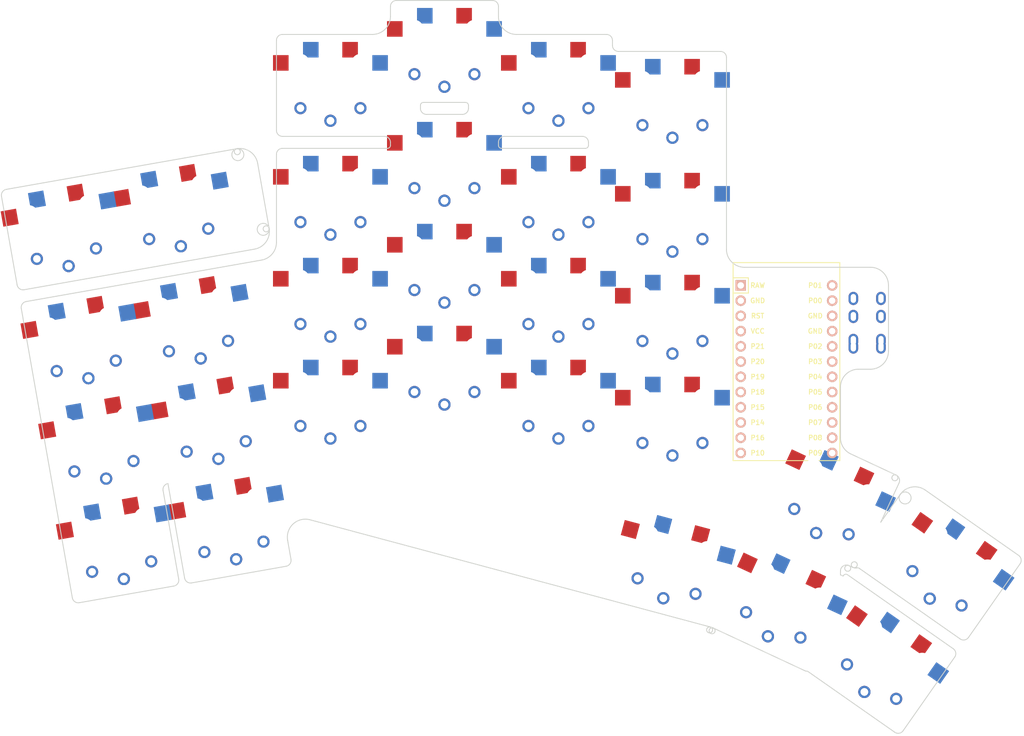
<source format=kicad_pcb>


(kicad_pcb (version 20171130) (host pcbnew 5.1.6)

  (page A3)
  (title_block
    (title "architeuthis_dux")
    (rev "v1.0.0")
    (company "Unknown")
  )

  (general
    (thickness 1.6)
  )

  (layers
    (0 F.Cu signal)
    (31 B.Cu signal)
    (32 B.Adhes user)
    (33 F.Adhes user)
    (34 B.Paste user)
    (35 F.Paste user)
    (36 B.SilkS user)
    (37 F.SilkS user)
    (38 B.Mask user)
    (39 F.Mask user)
    (40 Dwgs.User user)
    (41 Cmts.User user)
    (42 Eco1.User user)
    (43 Eco2.User user)
    (44 Edge.Cuts user)
    (45 Margin user)
    (46 B.CrtYd user)
    (47 F.CrtYd user)
    (48 B.Fab user)
    (49 F.Fab user)
  )

  (setup
    (last_trace_width 0.25)
    (trace_clearance 0.2)
    (zone_clearance 0.508)
    (zone_45_only no)
    (trace_min 0.2)
    (via_size 0.8)
    (via_drill 0.4)
    (via_min_size 0.4)
    (via_min_drill 0.3)
    (uvia_size 0.3)
    (uvia_drill 0.1)
    (uvias_allowed no)
    (uvia_min_size 0.2)
    (uvia_min_drill 0.1)
    (edge_width 0.05)
    (segment_width 0.2)
    (pcb_text_width 0.3)
    (pcb_text_size 1.5 1.5)
    (mod_edge_width 0.12)
    (mod_text_size 1 1)
    (mod_text_width 0.15)
    (pad_size 1.524 1.524)
    (pad_drill 0.762)
    (pad_to_mask_clearance 0.05)
    (aux_axis_origin 0 0)
    (visible_elements FFFFFF7F)
    (pcbplotparams
      (layerselection 0x010fc_ffffffff)
      (usegerberextensions false)
      (usegerberattributes true)
      (usegerberadvancedattributes true)
      (creategerberjobfile true)
      (excludeedgelayer true)
      (linewidth 0.100000)
      (plotframeref false)
      (viasonmask false)
      (mode 1)
      (useauxorigin false)
      (hpglpennumber 1)
      (hpglpenspeed 20)
      (hpglpendiameter 15.000000)
      (psnegative false)
      (psa4output false)
      (plotreference true)
      (plotvalue true)
      (plotinvisibletext false)
      (padsonsilk false)
      (subtractmaskfromsilk false)
      (outputformat 1)
      (mirror false)
      (drillshape 1)
      (scaleselection 1)
      (outputdirectory ""))
  )

  (net 0 "")
(net 1 "=column_net")
(net 2 "GND")
(net 3 "RAW")
(net 4 "RST")
(net 5 "VCC")
(net 6 "P21")
(net 7 "P20")
(net 8 "P19")
(net 9 "P18")
(net 10 "P15")
(net 11 "P14")
(net 12 "P16")
(net 13 "P10")
(net 14 "P1")
(net 15 "P0")
(net 16 "P2")
(net 17 "P3")
(net 18 "P4")
(net 19 "P5")
(net 20 "P6")
(net 21 "P7")
(net 22 "P8")
(net 23 "P9")

  (net_class Default "This is the default net class."
    (clearance 0.2)
    (trace_width 0.25)
    (via_dia 0.8)
    (via_drill 0.4)
    (uvia_dia 0.3)
    (uvia_drill 0.1)
    (add_net "")
(add_net "=column_net")
(add_net "GND")
(add_net "RAW")
(add_net "RST")
(add_net "VCC")
(add_net "P21")
(add_net "P20")
(add_net "P19")
(add_net "P18")
(add_net "P15")
(add_net "P14")
(add_net "P16")
(add_net "P10")
(add_net "P1")
(add_net "P0")
(add_net "P2")
(add_net "P3")
(add_net "P4")
(add_net "P5")
(add_net "P6")
(add_net "P7")
(add_net "P8")
(add_net "P9")
  )

  
        
      (module PG1350 (layer F.Cu) (tedit 5DD50112)
      (at -2.952019 0.25826819999999984 10)

      
      (fp_text reference "S1" (at 0 0) (layer F.SilkS) hide (effects (font (size 1.27 1.27) (thickness 0.15))))
      (fp_text value "" (at 0 0) (layer F.SilkS) hide (effects (font (size 1.27 1.27) (thickness 0.15))))

      
      (fp_line (start -7 -6) (end -7 -7) (layer Dwgs.User) (width 0.15))
      (fp_line (start -7 7) (end -6 7) (layer Dwgs.User) (width 0.15))
      (fp_line (start -6 -7) (end -7 -7) (layer Dwgs.User) (width 0.15))
      (fp_line (start -7 7) (end -7 6) (layer Dwgs.User) (width 0.15))
      (fp_line (start 7 6) (end 7 7) (layer Dwgs.User) (width 0.15))
      (fp_line (start 7 -7) (end 6 -7) (layer Dwgs.User) (width 0.15))
      (fp_line (start 6 7) (end 7 7) (layer Dwgs.User) (width 0.15))
      (fp_line (start 7 -7) (end 7 -6) (layer Dwgs.User) (width 0.15))      
      
      
      (pad "" np_thru_hole circle (at 0 0) (size 3.429 3.429) (drill 3.429) (layers *.Cu *.Mask))
        
      
      (pad "" np_thru_hole circle (at 5.5 0) (size 1.7018 1.7018) (drill 1.7018) (layers *.Cu *.Mask))
      (pad "" np_thru_hole circle (at -5.5 0) (size 1.7018 1.7018) (drill 1.7018) (layers *.Cu *.Mask))
      
        
      
      (fp_line (start -9 -8.5) (end 9 -8.5) (layer Dwgs.User) (width 0.15))
      (fp_line (start 9 -8.5) (end 9 8.5) (layer Dwgs.User) (width 0.15))
      (fp_line (start 9 8.5) (end -9 8.5) (layer Dwgs.User) (width 0.15))
      (fp_line (start -9 8.5) (end -9 -8.5) (layer Dwgs.User) (width 0.15))
      
        
          
          (pad "" np_thru_hole circle (at 5 -3.75) (size 3 3) (drill 3) (layers *.Cu *.Mask))
          (pad "" np_thru_hole circle (at 0 -5.95) (size 3 3) (drill 3) (layers *.Cu *.Mask))
      
          
          (pad 1 smd rect (at -3.275 -5.95 10) (size 2.6 2.6) (layers B.Cu B.Paste B.Mask)  (net 1 "=column_net"))
          (pad 2 smd rect (at 8.275 -3.75 10) (size 2.6 2.6) (layers B.Cu B.Paste B.Mask)  (net 2 "GND"))
        
        
          
          (pad "" np_thru_hole circle (at -5 -3.75) (size 3 3) (drill 3) (layers *.Cu *.Mask))
          (pad "" np_thru_hole circle (at 0 -5.95) (size 3 3) (drill 3) (layers *.Cu *.Mask))
      
          
          (pad 1 smd rect (at 3.275 -5.95 10) (size 2.6 2.6) (layers F.Cu F.Paste F.Mask)  (net 1 "=column_net"))
          (pad 2 smd rect (at -8.275 -3.75 10) (size 2.6 2.6) (layers F.Cu F.Paste F.Mask)  (net 2 "GND"))
        )
        

        
      (module PG1350 (layer F.Cu) (tedit 5DD50112)
      (at -5.904038 -16.4834636 10)

      
      (fp_text reference "S2" (at 0 0) (layer F.SilkS) hide (effects (font (size 1.27 1.27) (thickness 0.15))))
      (fp_text value "" (at 0 0) (layer F.SilkS) hide (effects (font (size 1.27 1.27) (thickness 0.15))))

      
      (fp_line (start -7 -6) (end -7 -7) (layer Dwgs.User) (width 0.15))
      (fp_line (start -7 7) (end -6 7) (layer Dwgs.User) (width 0.15))
      (fp_line (start -6 -7) (end -7 -7) (layer Dwgs.User) (width 0.15))
      (fp_line (start -7 7) (end -7 6) (layer Dwgs.User) (width 0.15))
      (fp_line (start 7 6) (end 7 7) (layer Dwgs.User) (width 0.15))
      (fp_line (start 7 -7) (end 6 -7) (layer Dwgs.User) (width 0.15))
      (fp_line (start 6 7) (end 7 7) (layer Dwgs.User) (width 0.15))
      (fp_line (start 7 -7) (end 7 -6) (layer Dwgs.User) (width 0.15))      
      
      
      (pad "" np_thru_hole circle (at 0 0) (size 3.429 3.429) (drill 3.429) (layers *.Cu *.Mask))
        
      
      (pad "" np_thru_hole circle (at 5.5 0) (size 1.7018 1.7018) (drill 1.7018) (layers *.Cu *.Mask))
      (pad "" np_thru_hole circle (at -5.5 0) (size 1.7018 1.7018) (drill 1.7018) (layers *.Cu *.Mask))
      
        
      
      (fp_line (start -9 -8.5) (end 9 -8.5) (layer Dwgs.User) (width 0.15))
      (fp_line (start 9 -8.5) (end 9 8.5) (layer Dwgs.User) (width 0.15))
      (fp_line (start 9 8.5) (end -9 8.5) (layer Dwgs.User) (width 0.15))
      (fp_line (start -9 8.5) (end -9 -8.5) (layer Dwgs.User) (width 0.15))
      
        
          
          (pad "" np_thru_hole circle (at 5 -3.75) (size 3 3) (drill 3) (layers *.Cu *.Mask))
          (pad "" np_thru_hole circle (at 0 -5.95) (size 3 3) (drill 3) (layers *.Cu *.Mask))
      
          
          (pad 1 smd rect (at -3.275 -5.95 10) (size 2.6 2.6) (layers B.Cu B.Paste B.Mask)  (net 1 "=column_net"))
          (pad 2 smd rect (at 8.275 -3.75 10) (size 2.6 2.6) (layers B.Cu B.Paste B.Mask)  (net 2 "GND"))
        
        
          
          (pad "" np_thru_hole circle (at -5 -3.75) (size 3 3) (drill 3) (layers *.Cu *.Mask))
          (pad "" np_thru_hole circle (at 0 -5.95) (size 3 3) (drill 3) (layers *.Cu *.Mask))
      
          
          (pad 1 smd rect (at 3.275 -5.95 10) (size 2.6 2.6) (layers F.Cu F.Paste F.Mask)  (net 1 "=column_net"))
          (pad 2 smd rect (at -8.275 -3.75 10) (size 2.6 2.6) (layers F.Cu F.Paste F.Mask)  (net 2 "GND"))
        )
        

        
      (module PG1350 (layer F.Cu) (tedit 5DD50112)
      (at -8.856057 -33.225195400000004 10)

      
      (fp_text reference "S3" (at 0 0) (layer F.SilkS) hide (effects (font (size 1.27 1.27) (thickness 0.15))))
      (fp_text value "" (at 0 0) (layer F.SilkS) hide (effects (font (size 1.27 1.27) (thickness 0.15))))

      
      (fp_line (start -7 -6) (end -7 -7) (layer Dwgs.User) (width 0.15))
      (fp_line (start -7 7) (end -6 7) (layer Dwgs.User) (width 0.15))
      (fp_line (start -6 -7) (end -7 -7) (layer Dwgs.User) (width 0.15))
      (fp_line (start -7 7) (end -7 6) (layer Dwgs.User) (width 0.15))
      (fp_line (start 7 6) (end 7 7) (layer Dwgs.User) (width 0.15))
      (fp_line (start 7 -7) (end 6 -7) (layer Dwgs.User) (width 0.15))
      (fp_line (start 6 7) (end 7 7) (layer Dwgs.User) (width 0.15))
      (fp_line (start 7 -7) (end 7 -6) (layer Dwgs.User) (width 0.15))      
      
      
      (pad "" np_thru_hole circle (at 0 0) (size 3.429 3.429) (drill 3.429) (layers *.Cu *.Mask))
        
      
      (pad "" np_thru_hole circle (at 5.5 0) (size 1.7018 1.7018) (drill 1.7018) (layers *.Cu *.Mask))
      (pad "" np_thru_hole circle (at -5.5 0) (size 1.7018 1.7018) (drill 1.7018) (layers *.Cu *.Mask))
      
        
      
      (fp_line (start -9 -8.5) (end 9 -8.5) (layer Dwgs.User) (width 0.15))
      (fp_line (start 9 -8.5) (end 9 8.5) (layer Dwgs.User) (width 0.15))
      (fp_line (start 9 8.5) (end -9 8.5) (layer Dwgs.User) (width 0.15))
      (fp_line (start -9 8.5) (end -9 -8.5) (layer Dwgs.User) (width 0.15))
      
        
          
          (pad "" np_thru_hole circle (at 5 -3.75) (size 3 3) (drill 3) (layers *.Cu *.Mask))
          (pad "" np_thru_hole circle (at 0 -5.95) (size 3 3) (drill 3) (layers *.Cu *.Mask))
      
          
          (pad 1 smd rect (at -3.275 -5.95 10) (size 2.6 2.6) (layers B.Cu B.Paste B.Mask)  (net 1 "=column_net"))
          (pad 2 smd rect (at 8.275 -3.75 10) (size 2.6 2.6) (layers B.Cu B.Paste B.Mask)  (net 2 "GND"))
        
        
          
          (pad "" np_thru_hole circle (at -5 -3.75) (size 3 3) (drill 3) (layers *.Cu *.Mask))
          (pad "" np_thru_hole circle (at 0 -5.95) (size 3 3) (drill 3) (layers *.Cu *.Mask))
      
          
          (pad 1 smd rect (at 3.275 -5.95 10) (size 2.6 2.6) (layers F.Cu F.Paste F.Mask)  (net 1 "=column_net"))
          (pad 2 smd rect (at -8.275 -3.75 10) (size 2.6 2.6) (layers F.Cu F.Paste F.Mask)  (net 2 "GND"))
        )
        

        
      (module PG1350 (layer F.Cu) (tedit 5DD50112)
      (at -12.1553724 -51.936542700000004 10)

      
      (fp_text reference "S4" (at 0 0) (layer F.SilkS) hide (effects (font (size 1.27 1.27) (thickness 0.15))))
      (fp_text value "" (at 0 0) (layer F.SilkS) hide (effects (font (size 1.27 1.27) (thickness 0.15))))

      
      (fp_line (start -7 -6) (end -7 -7) (layer Dwgs.User) (width 0.15))
      (fp_line (start -7 7) (end -6 7) (layer Dwgs.User) (width 0.15))
      (fp_line (start -6 -7) (end -7 -7) (layer Dwgs.User) (width 0.15))
      (fp_line (start -7 7) (end -7 6) (layer Dwgs.User) (width 0.15))
      (fp_line (start 7 6) (end 7 7) (layer Dwgs.User) (width 0.15))
      (fp_line (start 7 -7) (end 6 -7) (layer Dwgs.User) (width 0.15))
      (fp_line (start 6 7) (end 7 7) (layer Dwgs.User) (width 0.15))
      (fp_line (start 7 -7) (end 7 -6) (layer Dwgs.User) (width 0.15))      
      
      
      (pad "" np_thru_hole circle (at 0 0) (size 3.429 3.429) (drill 3.429) (layers *.Cu *.Mask))
        
      
      (pad "" np_thru_hole circle (at 5.5 0) (size 1.7018 1.7018) (drill 1.7018) (layers *.Cu *.Mask))
      (pad "" np_thru_hole circle (at -5.5 0) (size 1.7018 1.7018) (drill 1.7018) (layers *.Cu *.Mask))
      
        
      
      (fp_line (start -9 -8.5) (end 9 -8.5) (layer Dwgs.User) (width 0.15))
      (fp_line (start 9 -8.5) (end 9 8.5) (layer Dwgs.User) (width 0.15))
      (fp_line (start 9 8.5) (end -9 8.5) (layer Dwgs.User) (width 0.15))
      (fp_line (start -9 8.5) (end -9 -8.5) (layer Dwgs.User) (width 0.15))
      
        
          
          (pad "" np_thru_hole circle (at 5 -3.75) (size 3 3) (drill 3) (layers *.Cu *.Mask))
          (pad "" np_thru_hole circle (at 0 -5.95) (size 3 3) (drill 3) (layers *.Cu *.Mask))
      
          
          (pad 1 smd rect (at -3.275 -5.95 10) (size 2.6 2.6) (layers B.Cu B.Paste B.Mask)  (net 1 "=column_net"))
          (pad 2 smd rect (at 8.275 -3.75 10) (size 2.6 2.6) (layers B.Cu B.Paste B.Mask)  (net 2 "GND"))
        
        
          
          (pad "" np_thru_hole circle (at -5 -3.75) (size 3 3) (drill 3) (layers *.Cu *.Mask))
          (pad "" np_thru_hole circle (at 0 -5.95) (size 3 3) (drill 3) (layers *.Cu *.Mask))
      
          
          (pad 1 smd rect (at 3.275 -5.95 10) (size 2.6 2.6) (layers F.Cu F.Paste F.Mask)  (net 1 "=column_net"))
          (pad 2 smd rect (at -8.275 -3.75 10) (size 2.6 2.6) (layers F.Cu F.Paste F.Mask)  (net 2 "GND"))
        )
        

        
      (module PG1350 (layer F.Cu) (tedit 5DD50112)
      (at 15.7593283 -3.0410472000000013 10)

      
      (fp_text reference "S5" (at 0 0) (layer F.SilkS) hide (effects (font (size 1.27 1.27) (thickness 0.15))))
      (fp_text value "" (at 0 0) (layer F.SilkS) hide (effects (font (size 1.27 1.27) (thickness 0.15))))

      
      (fp_line (start -7 -6) (end -7 -7) (layer Dwgs.User) (width 0.15))
      (fp_line (start -7 7) (end -6 7) (layer Dwgs.User) (width 0.15))
      (fp_line (start -6 -7) (end -7 -7) (layer Dwgs.User) (width 0.15))
      (fp_line (start -7 7) (end -7 6) (layer Dwgs.User) (width 0.15))
      (fp_line (start 7 6) (end 7 7) (layer Dwgs.User) (width 0.15))
      (fp_line (start 7 -7) (end 6 -7) (layer Dwgs.User) (width 0.15))
      (fp_line (start 6 7) (end 7 7) (layer Dwgs.User) (width 0.15))
      (fp_line (start 7 -7) (end 7 -6) (layer Dwgs.User) (width 0.15))      
      
      
      (pad "" np_thru_hole circle (at 0 0) (size 3.429 3.429) (drill 3.429) (layers *.Cu *.Mask))
        
      
      (pad "" np_thru_hole circle (at 5.5 0) (size 1.7018 1.7018) (drill 1.7018) (layers *.Cu *.Mask))
      (pad "" np_thru_hole circle (at -5.5 0) (size 1.7018 1.7018) (drill 1.7018) (layers *.Cu *.Mask))
      
        
      
      (fp_line (start -9 -8.5) (end 9 -8.5) (layer Dwgs.User) (width 0.15))
      (fp_line (start 9 -8.5) (end 9 8.5) (layer Dwgs.User) (width 0.15))
      (fp_line (start 9 8.5) (end -9 8.5) (layer Dwgs.User) (width 0.15))
      (fp_line (start -9 8.5) (end -9 -8.5) (layer Dwgs.User) (width 0.15))
      
        
          
          (pad "" np_thru_hole circle (at 5 -3.75) (size 3 3) (drill 3) (layers *.Cu *.Mask))
          (pad "" np_thru_hole circle (at 0 -5.95) (size 3 3) (drill 3) (layers *.Cu *.Mask))
      
          
          (pad 1 smd rect (at -3.275 -5.95 10) (size 2.6 2.6) (layers B.Cu B.Paste B.Mask)  (net 1 "=column_net"))
          (pad 2 smd rect (at 8.275 -3.75 10) (size 2.6 2.6) (layers B.Cu B.Paste B.Mask)  (net 2 "GND"))
        
        
          
          (pad "" np_thru_hole circle (at -5 -3.75) (size 3 3) (drill 3) (layers *.Cu *.Mask))
          (pad "" np_thru_hole circle (at 0 -5.95) (size 3 3) (drill 3) (layers *.Cu *.Mask))
      
          
          (pad 1 smd rect (at 3.275 -5.95 10) (size 2.6 2.6) (layers F.Cu F.Paste F.Mask)  (net 1 "=column_net"))
          (pad 2 smd rect (at -8.275 -3.75 10) (size 2.6 2.6) (layers F.Cu F.Paste F.Mask)  (net 2 "GND"))
        )
        

        
      (module PG1350 (layer F.Cu) (tedit 5DD50112)
      (at 12.8073093 -19.782779 10)

      
      (fp_text reference "S6" (at 0 0) (layer F.SilkS) hide (effects (font (size 1.27 1.27) (thickness 0.15))))
      (fp_text value "" (at 0 0) (layer F.SilkS) hide (effects (font (size 1.27 1.27) (thickness 0.15))))

      
      (fp_line (start -7 -6) (end -7 -7) (layer Dwgs.User) (width 0.15))
      (fp_line (start -7 7) (end -6 7) (layer Dwgs.User) (width 0.15))
      (fp_line (start -6 -7) (end -7 -7) (layer Dwgs.User) (width 0.15))
      (fp_line (start -7 7) (end -7 6) (layer Dwgs.User) (width 0.15))
      (fp_line (start 7 6) (end 7 7) (layer Dwgs.User) (width 0.15))
      (fp_line (start 7 -7) (end 6 -7) (layer Dwgs.User) (width 0.15))
      (fp_line (start 6 7) (end 7 7) (layer Dwgs.User) (width 0.15))
      (fp_line (start 7 -7) (end 7 -6) (layer Dwgs.User) (width 0.15))      
      
      
      (pad "" np_thru_hole circle (at 0 0) (size 3.429 3.429) (drill 3.429) (layers *.Cu *.Mask))
        
      
      (pad "" np_thru_hole circle (at 5.5 0) (size 1.7018 1.7018) (drill 1.7018) (layers *.Cu *.Mask))
      (pad "" np_thru_hole circle (at -5.5 0) (size 1.7018 1.7018) (drill 1.7018) (layers *.Cu *.Mask))
      
        
      
      (fp_line (start -9 -8.5) (end 9 -8.5) (layer Dwgs.User) (width 0.15))
      (fp_line (start 9 -8.5) (end 9 8.5) (layer Dwgs.User) (width 0.15))
      (fp_line (start 9 8.5) (end -9 8.5) (layer Dwgs.User) (width 0.15))
      (fp_line (start -9 8.5) (end -9 -8.5) (layer Dwgs.User) (width 0.15))
      
        
          
          (pad "" np_thru_hole circle (at 5 -3.75) (size 3 3) (drill 3) (layers *.Cu *.Mask))
          (pad "" np_thru_hole circle (at 0 -5.95) (size 3 3) (drill 3) (layers *.Cu *.Mask))
      
          
          (pad 1 smd rect (at -3.275 -5.95 10) (size 2.6 2.6) (layers B.Cu B.Paste B.Mask)  (net 1 "=column_net"))
          (pad 2 smd rect (at 8.275 -3.75 10) (size 2.6 2.6) (layers B.Cu B.Paste B.Mask)  (net 2 "GND"))
        
        
          
          (pad "" np_thru_hole circle (at -5 -3.75) (size 3 3) (drill 3) (layers *.Cu *.Mask))
          (pad "" np_thru_hole circle (at 0 -5.95) (size 3 3) (drill 3) (layers *.Cu *.Mask))
      
          
          (pad 1 smd rect (at 3.275 -5.95 10) (size 2.6 2.6) (layers F.Cu F.Paste F.Mask)  (net 1 "=column_net"))
          (pad 2 smd rect (at -8.275 -3.75 10) (size 2.6 2.6) (layers F.Cu F.Paste F.Mask)  (net 2 "GND"))
        )
        

        
      (module PG1350 (layer F.Cu) (tedit 5DD50112)
      (at 9.8552903 -36.5245108 10)

      
      (fp_text reference "S7" (at 0 0) (layer F.SilkS) hide (effects (font (size 1.27 1.27) (thickness 0.15))))
      (fp_text value "" (at 0 0) (layer F.SilkS) hide (effects (font (size 1.27 1.27) (thickness 0.15))))

      
      (fp_line (start -7 -6) (end -7 -7) (layer Dwgs.User) (width 0.15))
      (fp_line (start -7 7) (end -6 7) (layer Dwgs.User) (width 0.15))
      (fp_line (start -6 -7) (end -7 -7) (layer Dwgs.User) (width 0.15))
      (fp_line (start -7 7) (end -7 6) (layer Dwgs.User) (width 0.15))
      (fp_line (start 7 6) (end 7 7) (layer Dwgs.User) (width 0.15))
      (fp_line (start 7 -7) (end 6 -7) (layer Dwgs.User) (width 0.15))
      (fp_line (start 6 7) (end 7 7) (layer Dwgs.User) (width 0.15))
      (fp_line (start 7 -7) (end 7 -6) (layer Dwgs.User) (width 0.15))      
      
      
      (pad "" np_thru_hole circle (at 0 0) (size 3.429 3.429) (drill 3.429) (layers *.Cu *.Mask))
        
      
      (pad "" np_thru_hole circle (at 5.5 0) (size 1.7018 1.7018) (drill 1.7018) (layers *.Cu *.Mask))
      (pad "" np_thru_hole circle (at -5.5 0) (size 1.7018 1.7018) (drill 1.7018) (layers *.Cu *.Mask))
      
        
      
      (fp_line (start -9 -8.5) (end 9 -8.5) (layer Dwgs.User) (width 0.15))
      (fp_line (start 9 -8.5) (end 9 8.5) (layer Dwgs.User) (width 0.15))
      (fp_line (start 9 8.5) (end -9 8.5) (layer Dwgs.User) (width 0.15))
      (fp_line (start -9 8.5) (end -9 -8.5) (layer Dwgs.User) (width 0.15))
      
        
          
          (pad "" np_thru_hole circle (at 5 -3.75) (size 3 3) (drill 3) (layers *.Cu *.Mask))
          (pad "" np_thru_hole circle (at 0 -5.95) (size 3 3) (drill 3) (layers *.Cu *.Mask))
      
          
          (pad 1 smd rect (at -3.275 -5.95 10) (size 2.6 2.6) (layers B.Cu B.Paste B.Mask)  (net 1 "=column_net"))
          (pad 2 smd rect (at 8.275 -3.75 10) (size 2.6 2.6) (layers B.Cu B.Paste B.Mask)  (net 2 "GND"))
        
        
          
          (pad "" np_thru_hole circle (at -5 -3.75) (size 3 3) (drill 3) (layers *.Cu *.Mask))
          (pad "" np_thru_hole circle (at 0 -5.95) (size 3 3) (drill 3) (layers *.Cu *.Mask))
      
          
          (pad 1 smd rect (at 3.275 -5.95 10) (size 2.6 2.6) (layers F.Cu F.Paste F.Mask)  (net 1 "=column_net"))
          (pad 2 smd rect (at -8.275 -3.75 10) (size 2.6 2.6) (layers F.Cu F.Paste F.Mask)  (net 2 "GND"))
        )
        

        
      (module PG1350 (layer F.Cu) (tedit 5DD50112)
      (at 6.555974900000001 -55.2358581 10)

      
      (fp_text reference "S8" (at 0 0) (layer F.SilkS) hide (effects (font (size 1.27 1.27) (thickness 0.15))))
      (fp_text value "" (at 0 0) (layer F.SilkS) hide (effects (font (size 1.27 1.27) (thickness 0.15))))

      
      (fp_line (start -7 -6) (end -7 -7) (layer Dwgs.User) (width 0.15))
      (fp_line (start -7 7) (end -6 7) (layer Dwgs.User) (width 0.15))
      (fp_line (start -6 -7) (end -7 -7) (layer Dwgs.User) (width 0.15))
      (fp_line (start -7 7) (end -7 6) (layer Dwgs.User) (width 0.15))
      (fp_line (start 7 6) (end 7 7) (layer Dwgs.User) (width 0.15))
      (fp_line (start 7 -7) (end 6 -7) (layer Dwgs.User) (width 0.15))
      (fp_line (start 6 7) (end 7 7) (layer Dwgs.User) (width 0.15))
      (fp_line (start 7 -7) (end 7 -6) (layer Dwgs.User) (width 0.15))      
      
      
      (pad "" np_thru_hole circle (at 0 0) (size 3.429 3.429) (drill 3.429) (layers *.Cu *.Mask))
        
      
      (pad "" np_thru_hole circle (at 5.5 0) (size 1.7018 1.7018) (drill 1.7018) (layers *.Cu *.Mask))
      (pad "" np_thru_hole circle (at -5.5 0) (size 1.7018 1.7018) (drill 1.7018) (layers *.Cu *.Mask))
      
        
      
      (fp_line (start -9 -8.5) (end 9 -8.5) (layer Dwgs.User) (width 0.15))
      (fp_line (start 9 -8.5) (end 9 8.5) (layer Dwgs.User) (width 0.15))
      (fp_line (start 9 8.5) (end -9 8.5) (layer Dwgs.User) (width 0.15))
      (fp_line (start -9 8.5) (end -9 -8.5) (layer Dwgs.User) (width 0.15))
      
        
          
          (pad "" np_thru_hole circle (at 5 -3.75) (size 3 3) (drill 3) (layers *.Cu *.Mask))
          (pad "" np_thru_hole circle (at 0 -5.95) (size 3 3) (drill 3) (layers *.Cu *.Mask))
      
          
          (pad 1 smd rect (at -3.275 -5.95 10) (size 2.6 2.6) (layers B.Cu B.Paste B.Mask)  (net 1 "=column_net"))
          (pad 2 smd rect (at 8.275 -3.75 10) (size 2.6 2.6) (layers B.Cu B.Paste B.Mask)  (net 2 "GND"))
        
        
          
          (pad "" np_thru_hole circle (at -5 -3.75) (size 3 3) (drill 3) (layers *.Cu *.Mask))
          (pad "" np_thru_hole circle (at 0 -5.95) (size 3 3) (drill 3) (layers *.Cu *.Mask))
      
          
          (pad 1 smd rect (at 3.275 -5.95 10) (size 2.6 2.6) (layers F.Cu F.Paste F.Mask)  (net 1 "=column_net"))
          (pad 2 smd rect (at -8.275 -3.75 10) (size 2.6 2.6) (layers F.Cu F.Paste F.Mask)  (net 2 "GND"))
        )
        

        
      (module PG1350 (layer F.Cu) (tedit 5DD50112)
      (at 32.5034643 -23.255742499999997 0)

      
      (fp_text reference "S9" (at 0 0) (layer F.SilkS) hide (effects (font (size 1.27 1.27) (thickness 0.15))))
      (fp_text value "" (at 0 0) (layer F.SilkS) hide (effects (font (size 1.27 1.27) (thickness 0.15))))

      
      (fp_line (start -7 -6) (end -7 -7) (layer Dwgs.User) (width 0.15))
      (fp_line (start -7 7) (end -6 7) (layer Dwgs.User) (width 0.15))
      (fp_line (start -6 -7) (end -7 -7) (layer Dwgs.User) (width 0.15))
      (fp_line (start -7 7) (end -7 6) (layer Dwgs.User) (width 0.15))
      (fp_line (start 7 6) (end 7 7) (layer Dwgs.User) (width 0.15))
      (fp_line (start 7 -7) (end 6 -7) (layer Dwgs.User) (width 0.15))
      (fp_line (start 6 7) (end 7 7) (layer Dwgs.User) (width 0.15))
      (fp_line (start 7 -7) (end 7 -6) (layer Dwgs.User) (width 0.15))      
      
      
      (pad "" np_thru_hole circle (at 0 0) (size 3.429 3.429) (drill 3.429) (layers *.Cu *.Mask))
        
      
      (pad "" np_thru_hole circle (at 5.5 0) (size 1.7018 1.7018) (drill 1.7018) (layers *.Cu *.Mask))
      (pad "" np_thru_hole circle (at -5.5 0) (size 1.7018 1.7018) (drill 1.7018) (layers *.Cu *.Mask))
      
        
      
      (fp_line (start -9 -8.5) (end 9 -8.5) (layer Dwgs.User) (width 0.15))
      (fp_line (start 9 -8.5) (end 9 8.5) (layer Dwgs.User) (width 0.15))
      (fp_line (start 9 8.5) (end -9 8.5) (layer Dwgs.User) (width 0.15))
      (fp_line (start -9 8.5) (end -9 -8.5) (layer Dwgs.User) (width 0.15))
      
        
          
          (pad "" np_thru_hole circle (at 5 -3.75) (size 3 3) (drill 3) (layers *.Cu *.Mask))
          (pad "" np_thru_hole circle (at 0 -5.95) (size 3 3) (drill 3) (layers *.Cu *.Mask))
      
          
          (pad 1 smd rect (at -3.275 -5.95 0) (size 2.6 2.6) (layers B.Cu B.Paste B.Mask)  (net 1 "=column_net"))
          (pad 2 smd rect (at 8.275 -3.75 0) (size 2.6 2.6) (layers B.Cu B.Paste B.Mask)  (net 2 "GND"))
        
        
          
          (pad "" np_thru_hole circle (at -5 -3.75) (size 3 3) (drill 3) (layers *.Cu *.Mask))
          (pad "" np_thru_hole circle (at 0 -5.95) (size 3 3) (drill 3) (layers *.Cu *.Mask))
      
          
          (pad 1 smd rect (at 3.275 -5.95 0) (size 2.6 2.6) (layers F.Cu F.Paste F.Mask)  (net 1 "=column_net"))
          (pad 2 smd rect (at -8.275 -3.75 0) (size 2.6 2.6) (layers F.Cu F.Paste F.Mask)  (net 2 "GND"))
        )
        

        
      (module PG1350 (layer F.Cu) (tedit 5DD50112)
      (at 32.5034643 -40.2557425 0)

      
      (fp_text reference "S10" (at 0 0) (layer F.SilkS) hide (effects (font (size 1.27 1.27) (thickness 0.15))))
      (fp_text value "" (at 0 0) (layer F.SilkS) hide (effects (font (size 1.27 1.27) (thickness 0.15))))

      
      (fp_line (start -7 -6) (end -7 -7) (layer Dwgs.User) (width 0.15))
      (fp_line (start -7 7) (end -6 7) (layer Dwgs.User) (width 0.15))
      (fp_line (start -6 -7) (end -7 -7) (layer Dwgs.User) (width 0.15))
      (fp_line (start -7 7) (end -7 6) (layer Dwgs.User) (width 0.15))
      (fp_line (start 7 6) (end 7 7) (layer Dwgs.User) (width 0.15))
      (fp_line (start 7 -7) (end 6 -7) (layer Dwgs.User) (width 0.15))
      (fp_line (start 6 7) (end 7 7) (layer Dwgs.User) (width 0.15))
      (fp_line (start 7 -7) (end 7 -6) (layer Dwgs.User) (width 0.15))      
      
      
      (pad "" np_thru_hole circle (at 0 0) (size 3.429 3.429) (drill 3.429) (layers *.Cu *.Mask))
        
      
      (pad "" np_thru_hole circle (at 5.5 0) (size 1.7018 1.7018) (drill 1.7018) (layers *.Cu *.Mask))
      (pad "" np_thru_hole circle (at -5.5 0) (size 1.7018 1.7018) (drill 1.7018) (layers *.Cu *.Mask))
      
        
      
      (fp_line (start -9 -8.5) (end 9 -8.5) (layer Dwgs.User) (width 0.15))
      (fp_line (start 9 -8.5) (end 9 8.5) (layer Dwgs.User) (width 0.15))
      (fp_line (start 9 8.5) (end -9 8.5) (layer Dwgs.User) (width 0.15))
      (fp_line (start -9 8.5) (end -9 -8.5) (layer Dwgs.User) (width 0.15))
      
        
          
          (pad "" np_thru_hole circle (at 5 -3.75) (size 3 3) (drill 3) (layers *.Cu *.Mask))
          (pad "" np_thru_hole circle (at 0 -5.95) (size 3 3) (drill 3) (layers *.Cu *.Mask))
      
          
          (pad 1 smd rect (at -3.275 -5.95 0) (size 2.6 2.6) (layers B.Cu B.Paste B.Mask)  (net 1 "=column_net"))
          (pad 2 smd rect (at 8.275 -3.75 0) (size 2.6 2.6) (layers B.Cu B.Paste B.Mask)  (net 2 "GND"))
        
        
          
          (pad "" np_thru_hole circle (at -5 -3.75) (size 3 3) (drill 3) (layers *.Cu *.Mask))
          (pad "" np_thru_hole circle (at 0 -5.95) (size 3 3) (drill 3) (layers *.Cu *.Mask))
      
          
          (pad 1 smd rect (at 3.275 -5.95 0) (size 2.6 2.6) (layers F.Cu F.Paste F.Mask)  (net 1 "=column_net"))
          (pad 2 smd rect (at -8.275 -3.75 0) (size 2.6 2.6) (layers F.Cu F.Paste F.Mask)  (net 2 "GND"))
        )
        

        
      (module PG1350 (layer F.Cu) (tedit 5DD50112)
      (at 32.5034643 -57.2557425 0)

      
      (fp_text reference "S11" (at 0 0) (layer F.SilkS) hide (effects (font (size 1.27 1.27) (thickness 0.15))))
      (fp_text value "" (at 0 0) (layer F.SilkS) hide (effects (font (size 1.27 1.27) (thickness 0.15))))

      
      (fp_line (start -7 -6) (end -7 -7) (layer Dwgs.User) (width 0.15))
      (fp_line (start -7 7) (end -6 7) (layer Dwgs.User) (width 0.15))
      (fp_line (start -6 -7) (end -7 -7) (layer Dwgs.User) (width 0.15))
      (fp_line (start -7 7) (end -7 6) (layer Dwgs.User) (width 0.15))
      (fp_line (start 7 6) (end 7 7) (layer Dwgs.User) (width 0.15))
      (fp_line (start 7 -7) (end 6 -7) (layer Dwgs.User) (width 0.15))
      (fp_line (start 6 7) (end 7 7) (layer Dwgs.User) (width 0.15))
      (fp_line (start 7 -7) (end 7 -6) (layer Dwgs.User) (width 0.15))      
      
      
      (pad "" np_thru_hole circle (at 0 0) (size 3.429 3.429) (drill 3.429) (layers *.Cu *.Mask))
        
      
      (pad "" np_thru_hole circle (at 5.5 0) (size 1.7018 1.7018) (drill 1.7018) (layers *.Cu *.Mask))
      (pad "" np_thru_hole circle (at -5.5 0) (size 1.7018 1.7018) (drill 1.7018) (layers *.Cu *.Mask))
      
        
      
      (fp_line (start -9 -8.5) (end 9 -8.5) (layer Dwgs.User) (width 0.15))
      (fp_line (start 9 -8.5) (end 9 8.5) (layer Dwgs.User) (width 0.15))
      (fp_line (start 9 8.5) (end -9 8.5) (layer Dwgs.User) (width 0.15))
      (fp_line (start -9 8.5) (end -9 -8.5) (layer Dwgs.User) (width 0.15))
      
        
          
          (pad "" np_thru_hole circle (at 5 -3.75) (size 3 3) (drill 3) (layers *.Cu *.Mask))
          (pad "" np_thru_hole circle (at 0 -5.95) (size 3 3) (drill 3) (layers *.Cu *.Mask))
      
          
          (pad 1 smd rect (at -3.275 -5.95 0) (size 2.6 2.6) (layers B.Cu B.Paste B.Mask)  (net 1 "=column_net"))
          (pad 2 smd rect (at 8.275 -3.75 0) (size 2.6 2.6) (layers B.Cu B.Paste B.Mask)  (net 2 "GND"))
        
        
          
          (pad "" np_thru_hole circle (at -5 -3.75) (size 3 3) (drill 3) (layers *.Cu *.Mask))
          (pad "" np_thru_hole circle (at 0 -5.95) (size 3 3) (drill 3) (layers *.Cu *.Mask))
      
          
          (pad 1 smd rect (at 3.275 -5.95 0) (size 2.6 2.6) (layers F.Cu F.Paste F.Mask)  (net 1 "=column_net"))
          (pad 2 smd rect (at -8.275 -3.75 0) (size 2.6 2.6) (layers F.Cu F.Paste F.Mask)  (net 2 "GND"))
        )
        

        
      (module PG1350 (layer F.Cu) (tedit 5DD50112)
      (at 32.5034643 -76.2557425 0)

      
      (fp_text reference "S12" (at 0 0) (layer F.SilkS) hide (effects (font (size 1.27 1.27) (thickness 0.15))))
      (fp_text value "" (at 0 0) (layer F.SilkS) hide (effects (font (size 1.27 1.27) (thickness 0.15))))

      
      (fp_line (start -7 -6) (end -7 -7) (layer Dwgs.User) (width 0.15))
      (fp_line (start -7 7) (end -6 7) (layer Dwgs.User) (width 0.15))
      (fp_line (start -6 -7) (end -7 -7) (layer Dwgs.User) (width 0.15))
      (fp_line (start -7 7) (end -7 6) (layer Dwgs.User) (width 0.15))
      (fp_line (start 7 6) (end 7 7) (layer Dwgs.User) (width 0.15))
      (fp_line (start 7 -7) (end 6 -7) (layer Dwgs.User) (width 0.15))
      (fp_line (start 6 7) (end 7 7) (layer Dwgs.User) (width 0.15))
      (fp_line (start 7 -7) (end 7 -6) (layer Dwgs.User) (width 0.15))      
      
      
      (pad "" np_thru_hole circle (at 0 0) (size 3.429 3.429) (drill 3.429) (layers *.Cu *.Mask))
        
      
      (pad "" np_thru_hole circle (at 5.5 0) (size 1.7018 1.7018) (drill 1.7018) (layers *.Cu *.Mask))
      (pad "" np_thru_hole circle (at -5.5 0) (size 1.7018 1.7018) (drill 1.7018) (layers *.Cu *.Mask))
      
        
      
      (fp_line (start -9 -8.5) (end 9 -8.5) (layer Dwgs.User) (width 0.15))
      (fp_line (start 9 -8.5) (end 9 8.5) (layer Dwgs.User) (width 0.15))
      (fp_line (start 9 8.5) (end -9 8.5) (layer Dwgs.User) (width 0.15))
      (fp_line (start -9 8.5) (end -9 -8.5) (layer Dwgs.User) (width 0.15))
      
        
          
          (pad "" np_thru_hole circle (at 5 -3.75) (size 3 3) (drill 3) (layers *.Cu *.Mask))
          (pad "" np_thru_hole circle (at 0 -5.95) (size 3 3) (drill 3) (layers *.Cu *.Mask))
      
          
          (pad 1 smd rect (at -3.275 -5.95 0) (size 2.6 2.6) (layers B.Cu B.Paste B.Mask)  (net 1 "=column_net"))
          (pad 2 smd rect (at 8.275 -3.75 0) (size 2.6 2.6) (layers B.Cu B.Paste B.Mask)  (net 2 "GND"))
        
        
          
          (pad "" np_thru_hole circle (at -5 -3.75) (size 3 3) (drill 3) (layers *.Cu *.Mask))
          (pad "" np_thru_hole circle (at 0 -5.95) (size 3 3) (drill 3) (layers *.Cu *.Mask))
      
          
          (pad 1 smd rect (at 3.275 -5.95 0) (size 2.6 2.6) (layers F.Cu F.Paste F.Mask)  (net 1 "=column_net"))
          (pad 2 smd rect (at -8.275 -3.75 0) (size 2.6 2.6) (layers F.Cu F.Paste F.Mask)  (net 2 "GND"))
        )
        

        
      (module PG1350 (layer F.Cu) (tedit 5DD50112)
      (at 51.5034643 -28.922409199999997 0)

      
      (fp_text reference "S13" (at 0 0) (layer F.SilkS) hide (effects (font (size 1.27 1.27) (thickness 0.15))))
      (fp_text value "" (at 0 0) (layer F.SilkS) hide (effects (font (size 1.27 1.27) (thickness 0.15))))

      
      (fp_line (start -7 -6) (end -7 -7) (layer Dwgs.User) (width 0.15))
      (fp_line (start -7 7) (end -6 7) (layer Dwgs.User) (width 0.15))
      (fp_line (start -6 -7) (end -7 -7) (layer Dwgs.User) (width 0.15))
      (fp_line (start -7 7) (end -7 6) (layer Dwgs.User) (width 0.15))
      (fp_line (start 7 6) (end 7 7) (layer Dwgs.User) (width 0.15))
      (fp_line (start 7 -7) (end 6 -7) (layer Dwgs.User) (width 0.15))
      (fp_line (start 6 7) (end 7 7) (layer Dwgs.User) (width 0.15))
      (fp_line (start 7 -7) (end 7 -6) (layer Dwgs.User) (width 0.15))      
      
      
      (pad "" np_thru_hole circle (at 0 0) (size 3.429 3.429) (drill 3.429) (layers *.Cu *.Mask))
        
      
      (pad "" np_thru_hole circle (at 5.5 0) (size 1.7018 1.7018) (drill 1.7018) (layers *.Cu *.Mask))
      (pad "" np_thru_hole circle (at -5.5 0) (size 1.7018 1.7018) (drill 1.7018) (layers *.Cu *.Mask))
      
        
      
      (fp_line (start -9 -8.5) (end 9 -8.5) (layer Dwgs.User) (width 0.15))
      (fp_line (start 9 -8.5) (end 9 8.5) (layer Dwgs.User) (width 0.15))
      (fp_line (start 9 8.5) (end -9 8.5) (layer Dwgs.User) (width 0.15))
      (fp_line (start -9 8.5) (end -9 -8.5) (layer Dwgs.User) (width 0.15))
      
        
          
          (pad "" np_thru_hole circle (at 5 -3.75) (size 3 3) (drill 3) (layers *.Cu *.Mask))
          (pad "" np_thru_hole circle (at 0 -5.95) (size 3 3) (drill 3) (layers *.Cu *.Mask))
      
          
          (pad 1 smd rect (at -3.275 -5.95 0) (size 2.6 2.6) (layers B.Cu B.Paste B.Mask)  (net 1 "=column_net"))
          (pad 2 smd rect (at 8.275 -3.75 0) (size 2.6 2.6) (layers B.Cu B.Paste B.Mask)  (net 2 "GND"))
        
        
          
          (pad "" np_thru_hole circle (at -5 -3.75) (size 3 3) (drill 3) (layers *.Cu *.Mask))
          (pad "" np_thru_hole circle (at 0 -5.95) (size 3 3) (drill 3) (layers *.Cu *.Mask))
      
          
          (pad 1 smd rect (at 3.275 -5.95 0) (size 2.6 2.6) (layers F.Cu F.Paste F.Mask)  (net 1 "=column_net"))
          (pad 2 smd rect (at -8.275 -3.75 0) (size 2.6 2.6) (layers F.Cu F.Paste F.Mask)  (net 2 "GND"))
        )
        

        
      (module PG1350 (layer F.Cu) (tedit 5DD50112)
      (at 51.5034643 -45.9224092 0)

      
      (fp_text reference "S14" (at 0 0) (layer F.SilkS) hide (effects (font (size 1.27 1.27) (thickness 0.15))))
      (fp_text value "" (at 0 0) (layer F.SilkS) hide (effects (font (size 1.27 1.27) (thickness 0.15))))

      
      (fp_line (start -7 -6) (end -7 -7) (layer Dwgs.User) (width 0.15))
      (fp_line (start -7 7) (end -6 7) (layer Dwgs.User) (width 0.15))
      (fp_line (start -6 -7) (end -7 -7) (layer Dwgs.User) (width 0.15))
      (fp_line (start -7 7) (end -7 6) (layer Dwgs.User) (width 0.15))
      (fp_line (start 7 6) (end 7 7) (layer Dwgs.User) (width 0.15))
      (fp_line (start 7 -7) (end 6 -7) (layer Dwgs.User) (width 0.15))
      (fp_line (start 6 7) (end 7 7) (layer Dwgs.User) (width 0.15))
      (fp_line (start 7 -7) (end 7 -6) (layer Dwgs.User) (width 0.15))      
      
      
      (pad "" np_thru_hole circle (at 0 0) (size 3.429 3.429) (drill 3.429) (layers *.Cu *.Mask))
        
      
      (pad "" np_thru_hole circle (at 5.5 0) (size 1.7018 1.7018) (drill 1.7018) (layers *.Cu *.Mask))
      (pad "" np_thru_hole circle (at -5.5 0) (size 1.7018 1.7018) (drill 1.7018) (layers *.Cu *.Mask))
      
        
      
      (fp_line (start -9 -8.5) (end 9 -8.5) (layer Dwgs.User) (width 0.15))
      (fp_line (start 9 -8.5) (end 9 8.5) (layer Dwgs.User) (width 0.15))
      (fp_line (start 9 8.5) (end -9 8.5) (layer Dwgs.User) (width 0.15))
      (fp_line (start -9 8.5) (end -9 -8.5) (layer Dwgs.User) (width 0.15))
      
        
          
          (pad "" np_thru_hole circle (at 5 -3.75) (size 3 3) (drill 3) (layers *.Cu *.Mask))
          (pad "" np_thru_hole circle (at 0 -5.95) (size 3 3) (drill 3) (layers *.Cu *.Mask))
      
          
          (pad 1 smd rect (at -3.275 -5.95 0) (size 2.6 2.6) (layers B.Cu B.Paste B.Mask)  (net 1 "=column_net"))
          (pad 2 smd rect (at 8.275 -3.75 0) (size 2.6 2.6) (layers B.Cu B.Paste B.Mask)  (net 2 "GND"))
        
        
          
          (pad "" np_thru_hole circle (at -5 -3.75) (size 3 3) (drill 3) (layers *.Cu *.Mask))
          (pad "" np_thru_hole circle (at 0 -5.95) (size 3 3) (drill 3) (layers *.Cu *.Mask))
      
          
          (pad 1 smd rect (at 3.275 -5.95 0) (size 2.6 2.6) (layers F.Cu F.Paste F.Mask)  (net 1 "=column_net"))
          (pad 2 smd rect (at -8.275 -3.75 0) (size 2.6 2.6) (layers F.Cu F.Paste F.Mask)  (net 2 "GND"))
        )
        

        
      (module PG1350 (layer F.Cu) (tedit 5DD50112)
      (at 51.5034643 -62.9224092 0)

      
      (fp_text reference "S15" (at 0 0) (layer F.SilkS) hide (effects (font (size 1.27 1.27) (thickness 0.15))))
      (fp_text value "" (at 0 0) (layer F.SilkS) hide (effects (font (size 1.27 1.27) (thickness 0.15))))

      
      (fp_line (start -7 -6) (end -7 -7) (layer Dwgs.User) (width 0.15))
      (fp_line (start -7 7) (end -6 7) (layer Dwgs.User) (width 0.15))
      (fp_line (start -6 -7) (end -7 -7) (layer Dwgs.User) (width 0.15))
      (fp_line (start -7 7) (end -7 6) (layer Dwgs.User) (width 0.15))
      (fp_line (start 7 6) (end 7 7) (layer Dwgs.User) (width 0.15))
      (fp_line (start 7 -7) (end 6 -7) (layer Dwgs.User) (width 0.15))
      (fp_line (start 6 7) (end 7 7) (layer Dwgs.User) (width 0.15))
      (fp_line (start 7 -7) (end 7 -6) (layer Dwgs.User) (width 0.15))      
      
      
      (pad "" np_thru_hole circle (at 0 0) (size 3.429 3.429) (drill 3.429) (layers *.Cu *.Mask))
        
      
      (pad "" np_thru_hole circle (at 5.5 0) (size 1.7018 1.7018) (drill 1.7018) (layers *.Cu *.Mask))
      (pad "" np_thru_hole circle (at -5.5 0) (size 1.7018 1.7018) (drill 1.7018) (layers *.Cu *.Mask))
      
        
      
      (fp_line (start -9 -8.5) (end 9 -8.5) (layer Dwgs.User) (width 0.15))
      (fp_line (start 9 -8.5) (end 9 8.5) (layer Dwgs.User) (width 0.15))
      (fp_line (start 9 8.5) (end -9 8.5) (layer Dwgs.User) (width 0.15))
      (fp_line (start -9 8.5) (end -9 -8.5) (layer Dwgs.User) (width 0.15))
      
        
          
          (pad "" np_thru_hole circle (at 5 -3.75) (size 3 3) (drill 3) (layers *.Cu *.Mask))
          (pad "" np_thru_hole circle (at 0 -5.95) (size 3 3) (drill 3) (layers *.Cu *.Mask))
      
          
          (pad 1 smd rect (at -3.275 -5.95 0) (size 2.6 2.6) (layers B.Cu B.Paste B.Mask)  (net 1 "=column_net"))
          (pad 2 smd rect (at 8.275 -3.75 0) (size 2.6 2.6) (layers B.Cu B.Paste B.Mask)  (net 2 "GND"))
        
        
          
          (pad "" np_thru_hole circle (at -5 -3.75) (size 3 3) (drill 3) (layers *.Cu *.Mask))
          (pad "" np_thru_hole circle (at 0 -5.95) (size 3 3) (drill 3) (layers *.Cu *.Mask))
      
          
          (pad 1 smd rect (at 3.275 -5.95 0) (size 2.6 2.6) (layers F.Cu F.Paste F.Mask)  (net 1 "=column_net"))
          (pad 2 smd rect (at -8.275 -3.75 0) (size 2.6 2.6) (layers F.Cu F.Paste F.Mask)  (net 2 "GND"))
        )
        

        
      (module PG1350 (layer F.Cu) (tedit 5DD50112)
      (at 51.5034643 -81.9224092 0)

      
      (fp_text reference "S16" (at 0 0) (layer F.SilkS) hide (effects (font (size 1.27 1.27) (thickness 0.15))))
      (fp_text value "" (at 0 0) (layer F.SilkS) hide (effects (font (size 1.27 1.27) (thickness 0.15))))

      
      (fp_line (start -7 -6) (end -7 -7) (layer Dwgs.User) (width 0.15))
      (fp_line (start -7 7) (end -6 7) (layer Dwgs.User) (width 0.15))
      (fp_line (start -6 -7) (end -7 -7) (layer Dwgs.User) (width 0.15))
      (fp_line (start -7 7) (end -7 6) (layer Dwgs.User) (width 0.15))
      (fp_line (start 7 6) (end 7 7) (layer Dwgs.User) (width 0.15))
      (fp_line (start 7 -7) (end 6 -7) (layer Dwgs.User) (width 0.15))
      (fp_line (start 6 7) (end 7 7) (layer Dwgs.User) (width 0.15))
      (fp_line (start 7 -7) (end 7 -6) (layer Dwgs.User) (width 0.15))      
      
      
      (pad "" np_thru_hole circle (at 0 0) (size 3.429 3.429) (drill 3.429) (layers *.Cu *.Mask))
        
      
      (pad "" np_thru_hole circle (at 5.5 0) (size 1.7018 1.7018) (drill 1.7018) (layers *.Cu *.Mask))
      (pad "" np_thru_hole circle (at -5.5 0) (size 1.7018 1.7018) (drill 1.7018) (layers *.Cu *.Mask))
      
        
      
      (fp_line (start -9 -8.5) (end 9 -8.5) (layer Dwgs.User) (width 0.15))
      (fp_line (start 9 -8.5) (end 9 8.5) (layer Dwgs.User) (width 0.15))
      (fp_line (start 9 8.5) (end -9 8.5) (layer Dwgs.User) (width 0.15))
      (fp_line (start -9 8.5) (end -9 -8.5) (layer Dwgs.User) (width 0.15))
      
        
          
          (pad "" np_thru_hole circle (at 5 -3.75) (size 3 3) (drill 3) (layers *.Cu *.Mask))
          (pad "" np_thru_hole circle (at 0 -5.95) (size 3 3) (drill 3) (layers *.Cu *.Mask))
      
          
          (pad 1 smd rect (at -3.275 -5.95 0) (size 2.6 2.6) (layers B.Cu B.Paste B.Mask)  (net 1 "=column_net"))
          (pad 2 smd rect (at 8.275 -3.75 0) (size 2.6 2.6) (layers B.Cu B.Paste B.Mask)  (net 2 "GND"))
        
        
          
          (pad "" np_thru_hole circle (at -5 -3.75) (size 3 3) (drill 3) (layers *.Cu *.Mask))
          (pad "" np_thru_hole circle (at 0 -5.95) (size 3 3) (drill 3) (layers *.Cu *.Mask))
      
          
          (pad 1 smd rect (at 3.275 -5.95 0) (size 2.6 2.6) (layers F.Cu F.Paste F.Mask)  (net 1 "=column_net"))
          (pad 2 smd rect (at -8.275 -3.75 0) (size 2.6 2.6) (layers F.Cu F.Paste F.Mask)  (net 2 "GND"))
        )
        

        
      (module PG1350 (layer F.Cu) (tedit 5DD50112)
      (at 70.50346429999999 -23.255742599999998 0)

      
      (fp_text reference "S17" (at 0 0) (layer F.SilkS) hide (effects (font (size 1.27 1.27) (thickness 0.15))))
      (fp_text value "" (at 0 0) (layer F.SilkS) hide (effects (font (size 1.27 1.27) (thickness 0.15))))

      
      (fp_line (start -7 -6) (end -7 -7) (layer Dwgs.User) (width 0.15))
      (fp_line (start -7 7) (end -6 7) (layer Dwgs.User) (width 0.15))
      (fp_line (start -6 -7) (end -7 -7) (layer Dwgs.User) (width 0.15))
      (fp_line (start -7 7) (end -7 6) (layer Dwgs.User) (width 0.15))
      (fp_line (start 7 6) (end 7 7) (layer Dwgs.User) (width 0.15))
      (fp_line (start 7 -7) (end 6 -7) (layer Dwgs.User) (width 0.15))
      (fp_line (start 6 7) (end 7 7) (layer Dwgs.User) (width 0.15))
      (fp_line (start 7 -7) (end 7 -6) (layer Dwgs.User) (width 0.15))      
      
      
      (pad "" np_thru_hole circle (at 0 0) (size 3.429 3.429) (drill 3.429) (layers *.Cu *.Mask))
        
      
      (pad "" np_thru_hole circle (at 5.5 0) (size 1.7018 1.7018) (drill 1.7018) (layers *.Cu *.Mask))
      (pad "" np_thru_hole circle (at -5.5 0) (size 1.7018 1.7018) (drill 1.7018) (layers *.Cu *.Mask))
      
        
      
      (fp_line (start -9 -8.5) (end 9 -8.5) (layer Dwgs.User) (width 0.15))
      (fp_line (start 9 -8.5) (end 9 8.5) (layer Dwgs.User) (width 0.15))
      (fp_line (start 9 8.5) (end -9 8.5) (layer Dwgs.User) (width 0.15))
      (fp_line (start -9 8.5) (end -9 -8.5) (layer Dwgs.User) (width 0.15))
      
        
          
          (pad "" np_thru_hole circle (at 5 -3.75) (size 3 3) (drill 3) (layers *.Cu *.Mask))
          (pad "" np_thru_hole circle (at 0 -5.95) (size 3 3) (drill 3) (layers *.Cu *.Mask))
      
          
          (pad 1 smd rect (at -3.275 -5.95 0) (size 2.6 2.6) (layers B.Cu B.Paste B.Mask)  (net 1 "=column_net"))
          (pad 2 smd rect (at 8.275 -3.75 0) (size 2.6 2.6) (layers B.Cu B.Paste B.Mask)  (net 2 "GND"))
        
        
          
          (pad "" np_thru_hole circle (at -5 -3.75) (size 3 3) (drill 3) (layers *.Cu *.Mask))
          (pad "" np_thru_hole circle (at 0 -5.95) (size 3 3) (drill 3) (layers *.Cu *.Mask))
      
          
          (pad 1 smd rect (at 3.275 -5.95 0) (size 2.6 2.6) (layers F.Cu F.Paste F.Mask)  (net 1 "=column_net"))
          (pad 2 smd rect (at -8.275 -3.75 0) (size 2.6 2.6) (layers F.Cu F.Paste F.Mask)  (net 2 "GND"))
        )
        

        
      (module PG1350 (layer F.Cu) (tedit 5DD50112)
      (at 70.50346429999999 -40.2557426 0)

      
      (fp_text reference "S18" (at 0 0) (layer F.SilkS) hide (effects (font (size 1.27 1.27) (thickness 0.15))))
      (fp_text value "" (at 0 0) (layer F.SilkS) hide (effects (font (size 1.27 1.27) (thickness 0.15))))

      
      (fp_line (start -7 -6) (end -7 -7) (layer Dwgs.User) (width 0.15))
      (fp_line (start -7 7) (end -6 7) (layer Dwgs.User) (width 0.15))
      (fp_line (start -6 -7) (end -7 -7) (layer Dwgs.User) (width 0.15))
      (fp_line (start -7 7) (end -7 6) (layer Dwgs.User) (width 0.15))
      (fp_line (start 7 6) (end 7 7) (layer Dwgs.User) (width 0.15))
      (fp_line (start 7 -7) (end 6 -7) (layer Dwgs.User) (width 0.15))
      (fp_line (start 6 7) (end 7 7) (layer Dwgs.User) (width 0.15))
      (fp_line (start 7 -7) (end 7 -6) (layer Dwgs.User) (width 0.15))      
      
      
      (pad "" np_thru_hole circle (at 0 0) (size 3.429 3.429) (drill 3.429) (layers *.Cu *.Mask))
        
      
      (pad "" np_thru_hole circle (at 5.5 0) (size 1.7018 1.7018) (drill 1.7018) (layers *.Cu *.Mask))
      (pad "" np_thru_hole circle (at -5.5 0) (size 1.7018 1.7018) (drill 1.7018) (layers *.Cu *.Mask))
      
        
      
      (fp_line (start -9 -8.5) (end 9 -8.5) (layer Dwgs.User) (width 0.15))
      (fp_line (start 9 -8.5) (end 9 8.5) (layer Dwgs.User) (width 0.15))
      (fp_line (start 9 8.5) (end -9 8.5) (layer Dwgs.User) (width 0.15))
      (fp_line (start -9 8.5) (end -9 -8.5) (layer Dwgs.User) (width 0.15))
      
        
          
          (pad "" np_thru_hole circle (at 5 -3.75) (size 3 3) (drill 3) (layers *.Cu *.Mask))
          (pad "" np_thru_hole circle (at 0 -5.95) (size 3 3) (drill 3) (layers *.Cu *.Mask))
      
          
          (pad 1 smd rect (at -3.275 -5.95 0) (size 2.6 2.6) (layers B.Cu B.Paste B.Mask)  (net 1 "=column_net"))
          (pad 2 smd rect (at 8.275 -3.75 0) (size 2.6 2.6) (layers B.Cu B.Paste B.Mask)  (net 2 "GND"))
        
        
          
          (pad "" np_thru_hole circle (at -5 -3.75) (size 3 3) (drill 3) (layers *.Cu *.Mask))
          (pad "" np_thru_hole circle (at 0 -5.95) (size 3 3) (drill 3) (layers *.Cu *.Mask))
      
          
          (pad 1 smd rect (at 3.275 -5.95 0) (size 2.6 2.6) (layers F.Cu F.Paste F.Mask)  (net 1 "=column_net"))
          (pad 2 smd rect (at -8.275 -3.75 0) (size 2.6 2.6) (layers F.Cu F.Paste F.Mask)  (net 2 "GND"))
        )
        

        
      (module PG1350 (layer F.Cu) (tedit 5DD50112)
      (at 70.50346429999999 -57.2557426 0)

      
      (fp_text reference "S19" (at 0 0) (layer F.SilkS) hide (effects (font (size 1.27 1.27) (thickness 0.15))))
      (fp_text value "" (at 0 0) (layer F.SilkS) hide (effects (font (size 1.27 1.27) (thickness 0.15))))

      
      (fp_line (start -7 -6) (end -7 -7) (layer Dwgs.User) (width 0.15))
      (fp_line (start -7 7) (end -6 7) (layer Dwgs.User) (width 0.15))
      (fp_line (start -6 -7) (end -7 -7) (layer Dwgs.User) (width 0.15))
      (fp_line (start -7 7) (end -7 6) (layer Dwgs.User) (width 0.15))
      (fp_line (start 7 6) (end 7 7) (layer Dwgs.User) (width 0.15))
      (fp_line (start 7 -7) (end 6 -7) (layer Dwgs.User) (width 0.15))
      (fp_line (start 6 7) (end 7 7) (layer Dwgs.User) (width 0.15))
      (fp_line (start 7 -7) (end 7 -6) (layer Dwgs.User) (width 0.15))      
      
      
      (pad "" np_thru_hole circle (at 0 0) (size 3.429 3.429) (drill 3.429) (layers *.Cu *.Mask))
        
      
      (pad "" np_thru_hole circle (at 5.5 0) (size 1.7018 1.7018) (drill 1.7018) (layers *.Cu *.Mask))
      (pad "" np_thru_hole circle (at -5.5 0) (size 1.7018 1.7018) (drill 1.7018) (layers *.Cu *.Mask))
      
        
      
      (fp_line (start -9 -8.5) (end 9 -8.5) (layer Dwgs.User) (width 0.15))
      (fp_line (start 9 -8.5) (end 9 8.5) (layer Dwgs.User) (width 0.15))
      (fp_line (start 9 8.5) (end -9 8.5) (layer Dwgs.User) (width 0.15))
      (fp_line (start -9 8.5) (end -9 -8.5) (layer Dwgs.User) (width 0.15))
      
        
          
          (pad "" np_thru_hole circle (at 5 -3.75) (size 3 3) (drill 3) (layers *.Cu *.Mask))
          (pad "" np_thru_hole circle (at 0 -5.95) (size 3 3) (drill 3) (layers *.Cu *.Mask))
      
          
          (pad 1 smd rect (at -3.275 -5.95 0) (size 2.6 2.6) (layers B.Cu B.Paste B.Mask)  (net 1 "=column_net"))
          (pad 2 smd rect (at 8.275 -3.75 0) (size 2.6 2.6) (layers B.Cu B.Paste B.Mask)  (net 2 "GND"))
        
        
          
          (pad "" np_thru_hole circle (at -5 -3.75) (size 3 3) (drill 3) (layers *.Cu *.Mask))
          (pad "" np_thru_hole circle (at 0 -5.95) (size 3 3) (drill 3) (layers *.Cu *.Mask))
      
          
          (pad 1 smd rect (at 3.275 -5.95 0) (size 2.6 2.6) (layers F.Cu F.Paste F.Mask)  (net 1 "=column_net"))
          (pad 2 smd rect (at -8.275 -3.75 0) (size 2.6 2.6) (layers F.Cu F.Paste F.Mask)  (net 2 "GND"))
        )
        

        
      (module PG1350 (layer F.Cu) (tedit 5DD50112)
      (at 70.50346429999999 -76.25574259999999 0)

      
      (fp_text reference "S20" (at 0 0) (layer F.SilkS) hide (effects (font (size 1.27 1.27) (thickness 0.15))))
      (fp_text value "" (at 0 0) (layer F.SilkS) hide (effects (font (size 1.27 1.27) (thickness 0.15))))

      
      (fp_line (start -7 -6) (end -7 -7) (layer Dwgs.User) (width 0.15))
      (fp_line (start -7 7) (end -6 7) (layer Dwgs.User) (width 0.15))
      (fp_line (start -6 -7) (end -7 -7) (layer Dwgs.User) (width 0.15))
      (fp_line (start -7 7) (end -7 6) (layer Dwgs.User) (width 0.15))
      (fp_line (start 7 6) (end 7 7) (layer Dwgs.User) (width 0.15))
      (fp_line (start 7 -7) (end 6 -7) (layer Dwgs.User) (width 0.15))
      (fp_line (start 6 7) (end 7 7) (layer Dwgs.User) (width 0.15))
      (fp_line (start 7 -7) (end 7 -6) (layer Dwgs.User) (width 0.15))      
      
      
      (pad "" np_thru_hole circle (at 0 0) (size 3.429 3.429) (drill 3.429) (layers *.Cu *.Mask))
        
      
      (pad "" np_thru_hole circle (at 5.5 0) (size 1.7018 1.7018) (drill 1.7018) (layers *.Cu *.Mask))
      (pad "" np_thru_hole circle (at -5.5 0) (size 1.7018 1.7018) (drill 1.7018) (layers *.Cu *.Mask))
      
        
      
      (fp_line (start -9 -8.5) (end 9 -8.5) (layer Dwgs.User) (width 0.15))
      (fp_line (start 9 -8.5) (end 9 8.5) (layer Dwgs.User) (width 0.15))
      (fp_line (start 9 8.5) (end -9 8.5) (layer Dwgs.User) (width 0.15))
      (fp_line (start -9 8.5) (end -9 -8.5) (layer Dwgs.User) (width 0.15))
      
        
          
          (pad "" np_thru_hole circle (at 5 -3.75) (size 3 3) (drill 3) (layers *.Cu *.Mask))
          (pad "" np_thru_hole circle (at 0 -5.95) (size 3 3) (drill 3) (layers *.Cu *.Mask))
      
          
          (pad 1 smd rect (at -3.275 -5.95 0) (size 2.6 2.6) (layers B.Cu B.Paste B.Mask)  (net 1 "=column_net"))
          (pad 2 smd rect (at 8.275 -3.75 0) (size 2.6 2.6) (layers B.Cu B.Paste B.Mask)  (net 2 "GND"))
        
        
          
          (pad "" np_thru_hole circle (at -5 -3.75) (size 3 3) (drill 3) (layers *.Cu *.Mask))
          (pad "" np_thru_hole circle (at 0 -5.95) (size 3 3) (drill 3) (layers *.Cu *.Mask))
      
          
          (pad 1 smd rect (at 3.275 -5.95 0) (size 2.6 2.6) (layers F.Cu F.Paste F.Mask)  (net 1 "=column_net"))
          (pad 2 smd rect (at -8.275 -3.75 0) (size 2.6 2.6) (layers F.Cu F.Paste F.Mask)  (net 2 "GND"))
        )
        

        
      (module PG1350 (layer F.Cu) (tedit 5DD50112)
      (at 89.50346429999999 -20.422409299999998 0)

      
      (fp_text reference "S21" (at 0 0) (layer F.SilkS) hide (effects (font (size 1.27 1.27) (thickness 0.15))))
      (fp_text value "" (at 0 0) (layer F.SilkS) hide (effects (font (size 1.27 1.27) (thickness 0.15))))

      
      (fp_line (start -7 -6) (end -7 -7) (layer Dwgs.User) (width 0.15))
      (fp_line (start -7 7) (end -6 7) (layer Dwgs.User) (width 0.15))
      (fp_line (start -6 -7) (end -7 -7) (layer Dwgs.User) (width 0.15))
      (fp_line (start -7 7) (end -7 6) (layer Dwgs.User) (width 0.15))
      (fp_line (start 7 6) (end 7 7) (layer Dwgs.User) (width 0.15))
      (fp_line (start 7 -7) (end 6 -7) (layer Dwgs.User) (width 0.15))
      (fp_line (start 6 7) (end 7 7) (layer Dwgs.User) (width 0.15))
      (fp_line (start 7 -7) (end 7 -6) (layer Dwgs.User) (width 0.15))      
      
      
      (pad "" np_thru_hole circle (at 0 0) (size 3.429 3.429) (drill 3.429) (layers *.Cu *.Mask))
        
      
      (pad "" np_thru_hole circle (at 5.5 0) (size 1.7018 1.7018) (drill 1.7018) (layers *.Cu *.Mask))
      (pad "" np_thru_hole circle (at -5.5 0) (size 1.7018 1.7018) (drill 1.7018) (layers *.Cu *.Mask))
      
        
      
      (fp_line (start -9 -8.5) (end 9 -8.5) (layer Dwgs.User) (width 0.15))
      (fp_line (start 9 -8.5) (end 9 8.5) (layer Dwgs.User) (width 0.15))
      (fp_line (start 9 8.5) (end -9 8.5) (layer Dwgs.User) (width 0.15))
      (fp_line (start -9 8.5) (end -9 -8.5) (layer Dwgs.User) (width 0.15))
      
        
          
          (pad "" np_thru_hole circle (at 5 -3.75) (size 3 3) (drill 3) (layers *.Cu *.Mask))
          (pad "" np_thru_hole circle (at 0 -5.95) (size 3 3) (drill 3) (layers *.Cu *.Mask))
      
          
          (pad 1 smd rect (at -3.275 -5.95 0) (size 2.6 2.6) (layers B.Cu B.Paste B.Mask)  (net 1 "=column_net"))
          (pad 2 smd rect (at 8.275 -3.75 0) (size 2.6 2.6) (layers B.Cu B.Paste B.Mask)  (net 2 "GND"))
        
        
          
          (pad "" np_thru_hole circle (at -5 -3.75) (size 3 3) (drill 3) (layers *.Cu *.Mask))
          (pad "" np_thru_hole circle (at 0 -5.95) (size 3 3) (drill 3) (layers *.Cu *.Mask))
      
          
          (pad 1 smd rect (at 3.275 -5.95 0) (size 2.6 2.6) (layers F.Cu F.Paste F.Mask)  (net 1 "=column_net"))
          (pad 2 smd rect (at -8.275 -3.75 0) (size 2.6 2.6) (layers F.Cu F.Paste F.Mask)  (net 2 "GND"))
        )
        

        
      (module PG1350 (layer F.Cu) (tedit 5DD50112)
      (at 89.50346429999999 -37.4224093 0)

      
      (fp_text reference "S22" (at 0 0) (layer F.SilkS) hide (effects (font (size 1.27 1.27) (thickness 0.15))))
      (fp_text value "" (at 0 0) (layer F.SilkS) hide (effects (font (size 1.27 1.27) (thickness 0.15))))

      
      (fp_line (start -7 -6) (end -7 -7) (layer Dwgs.User) (width 0.15))
      (fp_line (start -7 7) (end -6 7) (layer Dwgs.User) (width 0.15))
      (fp_line (start -6 -7) (end -7 -7) (layer Dwgs.User) (width 0.15))
      (fp_line (start -7 7) (end -7 6) (layer Dwgs.User) (width 0.15))
      (fp_line (start 7 6) (end 7 7) (layer Dwgs.User) (width 0.15))
      (fp_line (start 7 -7) (end 6 -7) (layer Dwgs.User) (width 0.15))
      (fp_line (start 6 7) (end 7 7) (layer Dwgs.User) (width 0.15))
      (fp_line (start 7 -7) (end 7 -6) (layer Dwgs.User) (width 0.15))      
      
      
      (pad "" np_thru_hole circle (at 0 0) (size 3.429 3.429) (drill 3.429) (layers *.Cu *.Mask))
        
      
      (pad "" np_thru_hole circle (at 5.5 0) (size 1.7018 1.7018) (drill 1.7018) (layers *.Cu *.Mask))
      (pad "" np_thru_hole circle (at -5.5 0) (size 1.7018 1.7018) (drill 1.7018) (layers *.Cu *.Mask))
      
        
      
      (fp_line (start -9 -8.5) (end 9 -8.5) (layer Dwgs.User) (width 0.15))
      (fp_line (start 9 -8.5) (end 9 8.5) (layer Dwgs.User) (width 0.15))
      (fp_line (start 9 8.5) (end -9 8.5) (layer Dwgs.User) (width 0.15))
      (fp_line (start -9 8.5) (end -9 -8.5) (layer Dwgs.User) (width 0.15))
      
        
          
          (pad "" np_thru_hole circle (at 5 -3.75) (size 3 3) (drill 3) (layers *.Cu *.Mask))
          (pad "" np_thru_hole circle (at 0 -5.95) (size 3 3) (drill 3) (layers *.Cu *.Mask))
      
          
          (pad 1 smd rect (at -3.275 -5.95 0) (size 2.6 2.6) (layers B.Cu B.Paste B.Mask)  (net 1 "=column_net"))
          (pad 2 smd rect (at 8.275 -3.75 0) (size 2.6 2.6) (layers B.Cu B.Paste B.Mask)  (net 2 "GND"))
        
        
          
          (pad "" np_thru_hole circle (at -5 -3.75) (size 3 3) (drill 3) (layers *.Cu *.Mask))
          (pad "" np_thru_hole circle (at 0 -5.95) (size 3 3) (drill 3) (layers *.Cu *.Mask))
      
          
          (pad 1 smd rect (at 3.275 -5.95 0) (size 2.6 2.6) (layers F.Cu F.Paste F.Mask)  (net 1 "=column_net"))
          (pad 2 smd rect (at -8.275 -3.75 0) (size 2.6 2.6) (layers F.Cu F.Paste F.Mask)  (net 2 "GND"))
        )
        

        
      (module PG1350 (layer F.Cu) (tedit 5DD50112)
      (at 89.50346429999999 -54.4224093 0)

      
      (fp_text reference "S23" (at 0 0) (layer F.SilkS) hide (effects (font (size 1.27 1.27) (thickness 0.15))))
      (fp_text value "" (at 0 0) (layer F.SilkS) hide (effects (font (size 1.27 1.27) (thickness 0.15))))

      
      (fp_line (start -7 -6) (end -7 -7) (layer Dwgs.User) (width 0.15))
      (fp_line (start -7 7) (end -6 7) (layer Dwgs.User) (width 0.15))
      (fp_line (start -6 -7) (end -7 -7) (layer Dwgs.User) (width 0.15))
      (fp_line (start -7 7) (end -7 6) (layer Dwgs.User) (width 0.15))
      (fp_line (start 7 6) (end 7 7) (layer Dwgs.User) (width 0.15))
      (fp_line (start 7 -7) (end 6 -7) (layer Dwgs.User) (width 0.15))
      (fp_line (start 6 7) (end 7 7) (layer Dwgs.User) (width 0.15))
      (fp_line (start 7 -7) (end 7 -6) (layer Dwgs.User) (width 0.15))      
      
      
      (pad "" np_thru_hole circle (at 0 0) (size 3.429 3.429) (drill 3.429) (layers *.Cu *.Mask))
        
      
      (pad "" np_thru_hole circle (at 5.5 0) (size 1.7018 1.7018) (drill 1.7018) (layers *.Cu *.Mask))
      (pad "" np_thru_hole circle (at -5.5 0) (size 1.7018 1.7018) (drill 1.7018) (layers *.Cu *.Mask))
      
        
      
      (fp_line (start -9 -8.5) (end 9 -8.5) (layer Dwgs.User) (width 0.15))
      (fp_line (start 9 -8.5) (end 9 8.5) (layer Dwgs.User) (width 0.15))
      (fp_line (start 9 8.5) (end -9 8.5) (layer Dwgs.User) (width 0.15))
      (fp_line (start -9 8.5) (end -9 -8.5) (layer Dwgs.User) (width 0.15))
      
        
          
          (pad "" np_thru_hole circle (at 5 -3.75) (size 3 3) (drill 3) (layers *.Cu *.Mask))
          (pad "" np_thru_hole circle (at 0 -5.95) (size 3 3) (drill 3) (layers *.Cu *.Mask))
      
          
          (pad 1 smd rect (at -3.275 -5.95 0) (size 2.6 2.6) (layers B.Cu B.Paste B.Mask)  (net 1 "=column_net"))
          (pad 2 smd rect (at 8.275 -3.75 0) (size 2.6 2.6) (layers B.Cu B.Paste B.Mask)  (net 2 "GND"))
        
        
          
          (pad "" np_thru_hole circle (at -5 -3.75) (size 3 3) (drill 3) (layers *.Cu *.Mask))
          (pad "" np_thru_hole circle (at 0 -5.95) (size 3 3) (drill 3) (layers *.Cu *.Mask))
      
          
          (pad 1 smd rect (at 3.275 -5.95 0) (size 2.6 2.6) (layers F.Cu F.Paste F.Mask)  (net 1 "=column_net"))
          (pad 2 smd rect (at -8.275 -3.75 0) (size 2.6 2.6) (layers F.Cu F.Paste F.Mask)  (net 2 "GND"))
        )
        

        
      (module PG1350 (layer F.Cu) (tedit 5DD50112)
      (at 89.50346429999999 -73.4224093 0)

      
      (fp_text reference "S24" (at 0 0) (layer F.SilkS) hide (effects (font (size 1.27 1.27) (thickness 0.15))))
      (fp_text value "" (at 0 0) (layer F.SilkS) hide (effects (font (size 1.27 1.27) (thickness 0.15))))

      
      (fp_line (start -7 -6) (end -7 -7) (layer Dwgs.User) (width 0.15))
      (fp_line (start -7 7) (end -6 7) (layer Dwgs.User) (width 0.15))
      (fp_line (start -6 -7) (end -7 -7) (layer Dwgs.User) (width 0.15))
      (fp_line (start -7 7) (end -7 6) (layer Dwgs.User) (width 0.15))
      (fp_line (start 7 6) (end 7 7) (layer Dwgs.User) (width 0.15))
      (fp_line (start 7 -7) (end 6 -7) (layer Dwgs.User) (width 0.15))
      (fp_line (start 6 7) (end 7 7) (layer Dwgs.User) (width 0.15))
      (fp_line (start 7 -7) (end 7 -6) (layer Dwgs.User) (width 0.15))      
      
      
      (pad "" np_thru_hole circle (at 0 0) (size 3.429 3.429) (drill 3.429) (layers *.Cu *.Mask))
        
      
      (pad "" np_thru_hole circle (at 5.5 0) (size 1.7018 1.7018) (drill 1.7018) (layers *.Cu *.Mask))
      (pad "" np_thru_hole circle (at -5.5 0) (size 1.7018 1.7018) (drill 1.7018) (layers *.Cu *.Mask))
      
        
      
      (fp_line (start -9 -8.5) (end 9 -8.5) (layer Dwgs.User) (width 0.15))
      (fp_line (start 9 -8.5) (end 9 8.5) (layer Dwgs.User) (width 0.15))
      (fp_line (start 9 8.5) (end -9 8.5) (layer Dwgs.User) (width 0.15))
      (fp_line (start -9 8.5) (end -9 -8.5) (layer Dwgs.User) (width 0.15))
      
        
          
          (pad "" np_thru_hole circle (at 5 -3.75) (size 3 3) (drill 3) (layers *.Cu *.Mask))
          (pad "" np_thru_hole circle (at 0 -5.95) (size 3 3) (drill 3) (layers *.Cu *.Mask))
      
          
          (pad 1 smd rect (at -3.275 -5.95 0) (size 2.6 2.6) (layers B.Cu B.Paste B.Mask)  (net 1 "=column_net"))
          (pad 2 smd rect (at 8.275 -3.75 0) (size 2.6 2.6) (layers B.Cu B.Paste B.Mask)  (net 2 "GND"))
        
        
          
          (pad "" np_thru_hole circle (at -5 -3.75) (size 3 3) (drill 3) (layers *.Cu *.Mask))
          (pad "" np_thru_hole circle (at 0 -5.95) (size 3 3) (drill 3) (layers *.Cu *.Mask))
      
          
          (pad 1 smd rect (at 3.275 -5.95 0) (size 2.6 2.6) (layers F.Cu F.Paste F.Mask)  (net 1 "=column_net"))
          (pad 2 smd rect (at -8.275 -3.75 0) (size 2.6 2.6) (layers F.Cu F.Paste F.Mask)  (net 2 "GND"))
        )
        

        
      (module PG1350 (layer F.Cu) (tedit 5DD50112)
      (at 89.50346429999999 3.577590700000002 -15)

      
      (fp_text reference "S25" (at 0 0) (layer F.SilkS) hide (effects (font (size 1.27 1.27) (thickness 0.15))))
      (fp_text value "" (at 0 0) (layer F.SilkS) hide (effects (font (size 1.27 1.27) (thickness 0.15))))

      
      (fp_line (start -7 -6) (end -7 -7) (layer Dwgs.User) (width 0.15))
      (fp_line (start -7 7) (end -6 7) (layer Dwgs.User) (width 0.15))
      (fp_line (start -6 -7) (end -7 -7) (layer Dwgs.User) (width 0.15))
      (fp_line (start -7 7) (end -7 6) (layer Dwgs.User) (width 0.15))
      (fp_line (start 7 6) (end 7 7) (layer Dwgs.User) (width 0.15))
      (fp_line (start 7 -7) (end 6 -7) (layer Dwgs.User) (width 0.15))
      (fp_line (start 6 7) (end 7 7) (layer Dwgs.User) (width 0.15))
      (fp_line (start 7 -7) (end 7 -6) (layer Dwgs.User) (width 0.15))      
      
      
      (pad "" np_thru_hole circle (at 0 0) (size 3.429 3.429) (drill 3.429) (layers *.Cu *.Mask))
        
      
      (pad "" np_thru_hole circle (at 5.5 0) (size 1.7018 1.7018) (drill 1.7018) (layers *.Cu *.Mask))
      (pad "" np_thru_hole circle (at -5.5 0) (size 1.7018 1.7018) (drill 1.7018) (layers *.Cu *.Mask))
      
        
      
      (fp_line (start -9 -8.5) (end 9 -8.5) (layer Dwgs.User) (width 0.15))
      (fp_line (start 9 -8.5) (end 9 8.5) (layer Dwgs.User) (width 0.15))
      (fp_line (start 9 8.5) (end -9 8.5) (layer Dwgs.User) (width 0.15))
      (fp_line (start -9 8.5) (end -9 -8.5) (layer Dwgs.User) (width 0.15))
      
        
          
          (pad "" np_thru_hole circle (at 5 -3.75) (size 3 3) (drill 3) (layers *.Cu *.Mask))
          (pad "" np_thru_hole circle (at 0 -5.95) (size 3 3) (drill 3) (layers *.Cu *.Mask))
      
          
          (pad 1 smd rect (at -3.275 -5.95 -15) (size 2.6 2.6) (layers B.Cu B.Paste B.Mask)  (net 1 "=column_net"))
          (pad 2 smd rect (at 8.275 -3.75 -15) (size 2.6 2.6) (layers B.Cu B.Paste B.Mask)  (net 2 "GND"))
        
        
          
          (pad "" np_thru_hole circle (at -5 -3.75) (size 3 3) (drill 3) (layers *.Cu *.Mask))
          (pad "" np_thru_hole circle (at 0 -5.95) (size 3 3) (drill 3) (layers *.Cu *.Mask))
      
          
          (pad 1 smd rect (at 3.275 -5.95 -15) (size 2.6 2.6) (layers F.Cu F.Paste F.Mask)  (net 1 "=column_net"))
          (pad 2 smd rect (at -8.275 -3.75 -15) (size 2.6 2.6) (layers F.Cu F.Paste F.Mask)  (net 2 "GND"))
        )
        

        
      (module PG1350 (layer F.Cu) (tedit 5DD50112)
      (at 107.90965939999998 10.276897800000002 -25)

      
      (fp_text reference "S26" (at 0 0) (layer F.SilkS) hide (effects (font (size 1.27 1.27) (thickness 0.15))))
      (fp_text value "" (at 0 0) (layer F.SilkS) hide (effects (font (size 1.27 1.27) (thickness 0.15))))

      
      (fp_line (start -7 -6) (end -7 -7) (layer Dwgs.User) (width 0.15))
      (fp_line (start -7 7) (end -6 7) (layer Dwgs.User) (width 0.15))
      (fp_line (start -6 -7) (end -7 -7) (layer Dwgs.User) (width 0.15))
      (fp_line (start -7 7) (end -7 6) (layer Dwgs.User) (width 0.15))
      (fp_line (start 7 6) (end 7 7) (layer Dwgs.User) (width 0.15))
      (fp_line (start 7 -7) (end 6 -7) (layer Dwgs.User) (width 0.15))
      (fp_line (start 6 7) (end 7 7) (layer Dwgs.User) (width 0.15))
      (fp_line (start 7 -7) (end 7 -6) (layer Dwgs.User) (width 0.15))      
      
      
      (pad "" np_thru_hole circle (at 0 0) (size 3.429 3.429) (drill 3.429) (layers *.Cu *.Mask))
        
      
      (pad "" np_thru_hole circle (at 5.5 0) (size 1.7018 1.7018) (drill 1.7018) (layers *.Cu *.Mask))
      (pad "" np_thru_hole circle (at -5.5 0) (size 1.7018 1.7018) (drill 1.7018) (layers *.Cu *.Mask))
      
        
      
      (fp_line (start -9 -8.5) (end 9 -8.5) (layer Dwgs.User) (width 0.15))
      (fp_line (start 9 -8.5) (end 9 8.5) (layer Dwgs.User) (width 0.15))
      (fp_line (start 9 8.5) (end -9 8.5) (layer Dwgs.User) (width 0.15))
      (fp_line (start -9 8.5) (end -9 -8.5) (layer Dwgs.User) (width 0.15))
      
        
          
          (pad "" np_thru_hole circle (at 5 -3.75) (size 3 3) (drill 3) (layers *.Cu *.Mask))
          (pad "" np_thru_hole circle (at 0 -5.95) (size 3 3) (drill 3) (layers *.Cu *.Mask))
      
          
          (pad 1 smd rect (at -3.275 -5.95 -25) (size 2.6 2.6) (layers B.Cu B.Paste B.Mask)  (net 1 "=column_net"))
          (pad 2 smd rect (at 8.275 -3.75 -25) (size 2.6 2.6) (layers B.Cu B.Paste B.Mask)  (net 2 "GND"))
        
        
          
          (pad "" np_thru_hole circle (at -5 -3.75) (size 3 3) (drill 3) (layers *.Cu *.Mask))
          (pad "" np_thru_hole circle (at 0 -5.95) (size 3 3) (drill 3) (layers *.Cu *.Mask))
      
          
          (pad 1 smd rect (at 3.275 -5.95 -25) (size 2.6 2.6) (layers F.Cu F.Paste F.Mask)  (net 1 "=column_net"))
          (pad 2 smd rect (at -8.275 -3.75 -25) (size 2.6 2.6) (layers F.Cu F.Paste F.Mask)  (net 2 "GND"))
        )
        

        
      (module PG1350 (layer F.Cu) (tedit 5DD50112)
      (at 115.93940639999998 -6.942950199999997 -25)

      
      (fp_text reference "S27" (at 0 0) (layer F.SilkS) hide (effects (font (size 1.27 1.27) (thickness 0.15))))
      (fp_text value "" (at 0 0) (layer F.SilkS) hide (effects (font (size 1.27 1.27) (thickness 0.15))))

      
      (fp_line (start -7 -6) (end -7 -7) (layer Dwgs.User) (width 0.15))
      (fp_line (start -7 7) (end -6 7) (layer Dwgs.User) (width 0.15))
      (fp_line (start -6 -7) (end -7 -7) (layer Dwgs.User) (width 0.15))
      (fp_line (start -7 7) (end -7 6) (layer Dwgs.User) (width 0.15))
      (fp_line (start 7 6) (end 7 7) (layer Dwgs.User) (width 0.15))
      (fp_line (start 7 -7) (end 6 -7) (layer Dwgs.User) (width 0.15))
      (fp_line (start 6 7) (end 7 7) (layer Dwgs.User) (width 0.15))
      (fp_line (start 7 -7) (end 7 -6) (layer Dwgs.User) (width 0.15))      
      
      
      (pad "" np_thru_hole circle (at 0 0) (size 3.429 3.429) (drill 3.429) (layers *.Cu *.Mask))
        
      
      (pad "" np_thru_hole circle (at 5.5 0) (size 1.7018 1.7018) (drill 1.7018) (layers *.Cu *.Mask))
      (pad "" np_thru_hole circle (at -5.5 0) (size 1.7018 1.7018) (drill 1.7018) (layers *.Cu *.Mask))
      
        
      
      (fp_line (start -9 -8.5) (end 9 -8.5) (layer Dwgs.User) (width 0.15))
      (fp_line (start 9 -8.5) (end 9 8.5) (layer Dwgs.User) (width 0.15))
      (fp_line (start 9 8.5) (end -9 8.5) (layer Dwgs.User) (width 0.15))
      (fp_line (start -9 8.5) (end -9 -8.5) (layer Dwgs.User) (width 0.15))
      
        
          
          (pad "" np_thru_hole circle (at 5 -3.75) (size 3 3) (drill 3) (layers *.Cu *.Mask))
          (pad "" np_thru_hole circle (at 0 -5.95) (size 3 3) (drill 3) (layers *.Cu *.Mask))
      
          
          (pad 1 smd rect (at -3.275 -5.95 -25) (size 2.6 2.6) (layers B.Cu B.Paste B.Mask)  (net 1 "=column_net"))
          (pad 2 smd rect (at 8.275 -3.75 -25) (size 2.6 2.6) (layers B.Cu B.Paste B.Mask)  (net 2 "GND"))
        
        
          
          (pad "" np_thru_hole circle (at -5 -3.75) (size 3 3) (drill 3) (layers *.Cu *.Mask))
          (pad "" np_thru_hole circle (at 0 -5.95) (size 3 3) (drill 3) (layers *.Cu *.Mask))
      
          
          (pad 1 smd rect (at 3.275 -5.95 -25) (size 2.6 2.6) (layers F.Cu F.Paste F.Mask)  (net 1 "=column_net"))
          (pad 2 smd rect (at -8.275 -3.75 -25) (size 2.6 2.6) (layers F.Cu F.Paste F.Mask)  (net 2 "GND"))
        )
        

        
      (module PG1350 (layer F.Cu) (tedit 5DD50112)
      (at 124.87290049999997 20.070629600000004 -35)

      
      (fp_text reference "S28" (at 0 0) (layer F.SilkS) hide (effects (font (size 1.27 1.27) (thickness 0.15))))
      (fp_text value "" (at 0 0) (layer F.SilkS) hide (effects (font (size 1.27 1.27) (thickness 0.15))))

      
      (fp_line (start -7 -6) (end -7 -7) (layer Dwgs.User) (width 0.15))
      (fp_line (start -7 7) (end -6 7) (layer Dwgs.User) (width 0.15))
      (fp_line (start -6 -7) (end -7 -7) (layer Dwgs.User) (width 0.15))
      (fp_line (start -7 7) (end -7 6) (layer Dwgs.User) (width 0.15))
      (fp_line (start 7 6) (end 7 7) (layer Dwgs.User) (width 0.15))
      (fp_line (start 7 -7) (end 6 -7) (layer Dwgs.User) (width 0.15))
      (fp_line (start 6 7) (end 7 7) (layer Dwgs.User) (width 0.15))
      (fp_line (start 7 -7) (end 7 -6) (layer Dwgs.User) (width 0.15))      
      
      
      (pad "" np_thru_hole circle (at 0 0) (size 3.429 3.429) (drill 3.429) (layers *.Cu *.Mask))
        
      
      (pad "" np_thru_hole circle (at 5.5 0) (size 1.7018 1.7018) (drill 1.7018) (layers *.Cu *.Mask))
      (pad "" np_thru_hole circle (at -5.5 0) (size 1.7018 1.7018) (drill 1.7018) (layers *.Cu *.Mask))
      
        
      
      (fp_line (start -9 -8.5) (end 9 -8.5) (layer Dwgs.User) (width 0.15))
      (fp_line (start 9 -8.5) (end 9 8.5) (layer Dwgs.User) (width 0.15))
      (fp_line (start 9 8.5) (end -9 8.5) (layer Dwgs.User) (width 0.15))
      (fp_line (start -9 8.5) (end -9 -8.5) (layer Dwgs.User) (width 0.15))
      
        
          
          (pad "" np_thru_hole circle (at 5 -3.75) (size 3 3) (drill 3) (layers *.Cu *.Mask))
          (pad "" np_thru_hole circle (at 0 -5.95) (size 3 3) (drill 3) (layers *.Cu *.Mask))
      
          
          (pad 1 smd rect (at -3.275 -5.95 -35) (size 2.6 2.6) (layers B.Cu B.Paste B.Mask)  (net 1 "=column_net"))
          (pad 2 smd rect (at 8.275 -3.75 -35) (size 2.6 2.6) (layers B.Cu B.Paste B.Mask)  (net 2 "GND"))
        
        
          
          (pad "" np_thru_hole circle (at -5 -3.75) (size 3 3) (drill 3) (layers *.Cu *.Mask))
          (pad "" np_thru_hole circle (at 0 -5.95) (size 3 3) (drill 3) (layers *.Cu *.Mask))
      
          
          (pad 1 smd rect (at 3.275 -5.95 -35) (size 2.6 2.6) (layers F.Cu F.Paste F.Mask)  (net 1 "=column_net"))
          (pad 2 smd rect (at -8.275 -3.75 -35) (size 2.6 2.6) (layers F.Cu F.Paste F.Mask)  (net 2 "GND"))
        )
        

        
      (module PG1350 (layer F.Cu) (tedit 5DD50112)
      (at 135.77085279999997 4.506740800000003 -35)

      
      (fp_text reference "S29" (at 0 0) (layer F.SilkS) hide (effects (font (size 1.27 1.27) (thickness 0.15))))
      (fp_text value "" (at 0 0) (layer F.SilkS) hide (effects (font (size 1.27 1.27) (thickness 0.15))))

      
      (fp_line (start -7 -6) (end -7 -7) (layer Dwgs.User) (width 0.15))
      (fp_line (start -7 7) (end -6 7) (layer Dwgs.User) (width 0.15))
      (fp_line (start -6 -7) (end -7 -7) (layer Dwgs.User) (width 0.15))
      (fp_line (start -7 7) (end -7 6) (layer Dwgs.User) (width 0.15))
      (fp_line (start 7 6) (end 7 7) (layer Dwgs.User) (width 0.15))
      (fp_line (start 7 -7) (end 6 -7) (layer Dwgs.User) (width 0.15))
      (fp_line (start 6 7) (end 7 7) (layer Dwgs.User) (width 0.15))
      (fp_line (start 7 -7) (end 7 -6) (layer Dwgs.User) (width 0.15))      
      
      
      (pad "" np_thru_hole circle (at 0 0) (size 3.429 3.429) (drill 3.429) (layers *.Cu *.Mask))
        
      
      (pad "" np_thru_hole circle (at 5.5 0) (size 1.7018 1.7018) (drill 1.7018) (layers *.Cu *.Mask))
      (pad "" np_thru_hole circle (at -5.5 0) (size 1.7018 1.7018) (drill 1.7018) (layers *.Cu *.Mask))
      
        
      
      (fp_line (start -9 -8.5) (end 9 -8.5) (layer Dwgs.User) (width 0.15))
      (fp_line (start 9 -8.5) (end 9 8.5) (layer Dwgs.User) (width 0.15))
      (fp_line (start 9 8.5) (end -9 8.5) (layer Dwgs.User) (width 0.15))
      (fp_line (start -9 8.5) (end -9 -8.5) (layer Dwgs.User) (width 0.15))
      
        
          
          (pad "" np_thru_hole circle (at 5 -3.75) (size 3 3) (drill 3) (layers *.Cu *.Mask))
          (pad "" np_thru_hole circle (at 0 -5.95) (size 3 3) (drill 3) (layers *.Cu *.Mask))
      
          
          (pad 1 smd rect (at -3.275 -5.95 -35) (size 2.6 2.6) (layers B.Cu B.Paste B.Mask)  (net 1 "=column_net"))
          (pad 2 smd rect (at 8.275 -3.75 -35) (size 2.6 2.6) (layers B.Cu B.Paste B.Mask)  (net 2 "GND"))
        
        
          
          (pad "" np_thru_hole circle (at -5 -3.75) (size 3 3) (drill 3) (layers *.Cu *.Mask))
          (pad "" np_thru_hole circle (at 0 -5.95) (size 3 3) (drill 3) (layers *.Cu *.Mask))
      
          
          (pad 1 smd rect (at 3.275 -5.95 -35) (size 2.6 2.6) (layers F.Cu F.Paste F.Mask)  (net 1 "=column_net"))
          (pad 2 smd rect (at -8.275 -3.75 -35) (size 2.6 2.6) (layers F.Cu F.Paste F.Mask)  (net 2 "GND"))
        )
        

        
      (module PG1350 (layer F.Cu) (tedit 5DD50112)
      (at -2.952019 0.25826819999999984 190)

      
      (fp_text reference "S30" (at 0 0) (layer F.SilkS) hide (effects (font (size 1.27 1.27) (thickness 0.15))))
      (fp_text value "" (at 0 0) (layer F.SilkS) hide (effects (font (size 1.27 1.27) (thickness 0.15))))

      
      (fp_line (start -7 -6) (end -7 -7) (layer Dwgs.User) (width 0.15))
      (fp_line (start -7 7) (end -6 7) (layer Dwgs.User) (width 0.15))
      (fp_line (start -6 -7) (end -7 -7) (layer Dwgs.User) (width 0.15))
      (fp_line (start -7 7) (end -7 6) (layer Dwgs.User) (width 0.15))
      (fp_line (start 7 6) (end 7 7) (layer Dwgs.User) (width 0.15))
      (fp_line (start 7 -7) (end 6 -7) (layer Dwgs.User) (width 0.15))
      (fp_line (start 6 7) (end 7 7) (layer Dwgs.User) (width 0.15))
      (fp_line (start 7 -7) (end 7 -6) (layer Dwgs.User) (width 0.15))      
      
      
      (pad "" np_thru_hole circle (at 0 0) (size 3.429 3.429) (drill 3.429) (layers *.Cu *.Mask))
        
      
      (pad "" np_thru_hole circle (at 5.5 0) (size 1.7018 1.7018) (drill 1.7018) (layers *.Cu *.Mask))
      (pad "" np_thru_hole circle (at -5.5 0) (size 1.7018 1.7018) (drill 1.7018) (layers *.Cu *.Mask))
      
        
      
      (fp_line (start -9 -8.5) (end 9 -8.5) (layer Dwgs.User) (width 0.15))
      (fp_line (start 9 -8.5) (end 9 8.5) (layer Dwgs.User) (width 0.15))
      (fp_line (start 9 8.5) (end -9 8.5) (layer Dwgs.User) (width 0.15))
      (fp_line (start -9 8.5) (end -9 -8.5) (layer Dwgs.User) (width 0.15))
      
        
            
            (pad 1 thru_hole circle (at 5 -3.8) (size 2.032 2.032) (drill 1.27) (layers *.Cu *.Mask) (net 1 "=column_net"))
            (pad 2 thru_hole circle (at 0 -5.9) (size 2.032 2.032) (drill 1.27) (layers *.Cu *.Mask) (net 2 "GND"))
          
        
            
            (pad 1 thru_hole circle (at -5 -3.8) (size 2.032 2.032) (drill 1.27) (layers *.Cu *.Mask) (net 1 "=column_net"))
            (pad 2 thru_hole circle (at -0 -5.9) (size 2.032 2.032) (drill 1.27) (layers *.Cu *.Mask) (net 2 "GND"))
          )
        

        
      (module PG1350 (layer F.Cu) (tedit 5DD50112)
      (at -5.904038 -16.4834636 190)

      
      (fp_text reference "S31" (at 0 0) (layer F.SilkS) hide (effects (font (size 1.27 1.27) (thickness 0.15))))
      (fp_text value "" (at 0 0) (layer F.SilkS) hide (effects (font (size 1.27 1.27) (thickness 0.15))))

      
      (fp_line (start -7 -6) (end -7 -7) (layer Dwgs.User) (width 0.15))
      (fp_line (start -7 7) (end -6 7) (layer Dwgs.User) (width 0.15))
      (fp_line (start -6 -7) (end -7 -7) (layer Dwgs.User) (width 0.15))
      (fp_line (start -7 7) (end -7 6) (layer Dwgs.User) (width 0.15))
      (fp_line (start 7 6) (end 7 7) (layer Dwgs.User) (width 0.15))
      (fp_line (start 7 -7) (end 6 -7) (layer Dwgs.User) (width 0.15))
      (fp_line (start 6 7) (end 7 7) (layer Dwgs.User) (width 0.15))
      (fp_line (start 7 -7) (end 7 -6) (layer Dwgs.User) (width 0.15))      
      
      
      (pad "" np_thru_hole circle (at 0 0) (size 3.429 3.429) (drill 3.429) (layers *.Cu *.Mask))
        
      
      (pad "" np_thru_hole circle (at 5.5 0) (size 1.7018 1.7018) (drill 1.7018) (layers *.Cu *.Mask))
      (pad "" np_thru_hole circle (at -5.5 0) (size 1.7018 1.7018) (drill 1.7018) (layers *.Cu *.Mask))
      
        
      
      (fp_line (start -9 -8.5) (end 9 -8.5) (layer Dwgs.User) (width 0.15))
      (fp_line (start 9 -8.5) (end 9 8.5) (layer Dwgs.User) (width 0.15))
      (fp_line (start 9 8.5) (end -9 8.5) (layer Dwgs.User) (width 0.15))
      (fp_line (start -9 8.5) (end -9 -8.5) (layer Dwgs.User) (width 0.15))
      
        
            
            (pad 1 thru_hole circle (at 5 -3.8) (size 2.032 2.032) (drill 1.27) (layers *.Cu *.Mask) (net 1 "=column_net"))
            (pad 2 thru_hole circle (at 0 -5.9) (size 2.032 2.032) (drill 1.27) (layers *.Cu *.Mask) (net 2 "GND"))
          
        
            
            (pad 1 thru_hole circle (at -5 -3.8) (size 2.032 2.032) (drill 1.27) (layers *.Cu *.Mask) (net 1 "=column_net"))
            (pad 2 thru_hole circle (at -0 -5.9) (size 2.032 2.032) (drill 1.27) (layers *.Cu *.Mask) (net 2 "GND"))
          )
        

        
      (module PG1350 (layer F.Cu) (tedit 5DD50112)
      (at -8.856057 -33.225195400000004 190)

      
      (fp_text reference "S32" (at 0 0) (layer F.SilkS) hide (effects (font (size 1.27 1.27) (thickness 0.15))))
      (fp_text value "" (at 0 0) (layer F.SilkS) hide (effects (font (size 1.27 1.27) (thickness 0.15))))

      
      (fp_line (start -7 -6) (end -7 -7) (layer Dwgs.User) (width 0.15))
      (fp_line (start -7 7) (end -6 7) (layer Dwgs.User) (width 0.15))
      (fp_line (start -6 -7) (end -7 -7) (layer Dwgs.User) (width 0.15))
      (fp_line (start -7 7) (end -7 6) (layer Dwgs.User) (width 0.15))
      (fp_line (start 7 6) (end 7 7) (layer Dwgs.User) (width 0.15))
      (fp_line (start 7 -7) (end 6 -7) (layer Dwgs.User) (width 0.15))
      (fp_line (start 6 7) (end 7 7) (layer Dwgs.User) (width 0.15))
      (fp_line (start 7 -7) (end 7 -6) (layer Dwgs.User) (width 0.15))      
      
      
      (pad "" np_thru_hole circle (at 0 0) (size 3.429 3.429) (drill 3.429) (layers *.Cu *.Mask))
        
      
      (pad "" np_thru_hole circle (at 5.5 0) (size 1.7018 1.7018) (drill 1.7018) (layers *.Cu *.Mask))
      (pad "" np_thru_hole circle (at -5.5 0) (size 1.7018 1.7018) (drill 1.7018) (layers *.Cu *.Mask))
      
        
      
      (fp_line (start -9 -8.5) (end 9 -8.5) (layer Dwgs.User) (width 0.15))
      (fp_line (start 9 -8.5) (end 9 8.5) (layer Dwgs.User) (width 0.15))
      (fp_line (start 9 8.5) (end -9 8.5) (layer Dwgs.User) (width 0.15))
      (fp_line (start -9 8.5) (end -9 -8.5) (layer Dwgs.User) (width 0.15))
      
        
            
            (pad 1 thru_hole circle (at 5 -3.8) (size 2.032 2.032) (drill 1.27) (layers *.Cu *.Mask) (net 1 "=column_net"))
            (pad 2 thru_hole circle (at 0 -5.9) (size 2.032 2.032) (drill 1.27) (layers *.Cu *.Mask) (net 2 "GND"))
          
        
            
            (pad 1 thru_hole circle (at -5 -3.8) (size 2.032 2.032) (drill 1.27) (layers *.Cu *.Mask) (net 1 "=column_net"))
            (pad 2 thru_hole circle (at -0 -5.9) (size 2.032 2.032) (drill 1.27) (layers *.Cu *.Mask) (net 2 "GND"))
          )
        

        
      (module PG1350 (layer F.Cu) (tedit 5DD50112)
      (at -12.1553724 -51.936542700000004 190)

      
      (fp_text reference "S33" (at 0 0) (layer F.SilkS) hide (effects (font (size 1.27 1.27) (thickness 0.15))))
      (fp_text value "" (at 0 0) (layer F.SilkS) hide (effects (font (size 1.27 1.27) (thickness 0.15))))

      
      (fp_line (start -7 -6) (end -7 -7) (layer Dwgs.User) (width 0.15))
      (fp_line (start -7 7) (end -6 7) (layer Dwgs.User) (width 0.15))
      (fp_line (start -6 -7) (end -7 -7) (layer Dwgs.User) (width 0.15))
      (fp_line (start -7 7) (end -7 6) (layer Dwgs.User) (width 0.15))
      (fp_line (start 7 6) (end 7 7) (layer Dwgs.User) (width 0.15))
      (fp_line (start 7 -7) (end 6 -7) (layer Dwgs.User) (width 0.15))
      (fp_line (start 6 7) (end 7 7) (layer Dwgs.User) (width 0.15))
      (fp_line (start 7 -7) (end 7 -6) (layer Dwgs.User) (width 0.15))      
      
      
      (pad "" np_thru_hole circle (at 0 0) (size 3.429 3.429) (drill 3.429) (layers *.Cu *.Mask))
        
      
      (pad "" np_thru_hole circle (at 5.5 0) (size 1.7018 1.7018) (drill 1.7018) (layers *.Cu *.Mask))
      (pad "" np_thru_hole circle (at -5.5 0) (size 1.7018 1.7018) (drill 1.7018) (layers *.Cu *.Mask))
      
        
      
      (fp_line (start -9 -8.5) (end 9 -8.5) (layer Dwgs.User) (width 0.15))
      (fp_line (start 9 -8.5) (end 9 8.5) (layer Dwgs.User) (width 0.15))
      (fp_line (start 9 8.5) (end -9 8.5) (layer Dwgs.User) (width 0.15))
      (fp_line (start -9 8.5) (end -9 -8.5) (layer Dwgs.User) (width 0.15))
      
        
            
            (pad 1 thru_hole circle (at 5 -3.8) (size 2.032 2.032) (drill 1.27) (layers *.Cu *.Mask) (net 1 "=column_net"))
            (pad 2 thru_hole circle (at 0 -5.9) (size 2.032 2.032) (drill 1.27) (layers *.Cu *.Mask) (net 2 "GND"))
          
        
            
            (pad 1 thru_hole circle (at -5 -3.8) (size 2.032 2.032) (drill 1.27) (layers *.Cu *.Mask) (net 1 "=column_net"))
            (pad 2 thru_hole circle (at -0 -5.9) (size 2.032 2.032) (drill 1.27) (layers *.Cu *.Mask) (net 2 "GND"))
          )
        

        
      (module PG1350 (layer F.Cu) (tedit 5DD50112)
      (at 15.7593283 -3.0410472000000013 190)

      
      (fp_text reference "S34" (at 0 0) (layer F.SilkS) hide (effects (font (size 1.27 1.27) (thickness 0.15))))
      (fp_text value "" (at 0 0) (layer F.SilkS) hide (effects (font (size 1.27 1.27) (thickness 0.15))))

      
      (fp_line (start -7 -6) (end -7 -7) (layer Dwgs.User) (width 0.15))
      (fp_line (start -7 7) (end -6 7) (layer Dwgs.User) (width 0.15))
      (fp_line (start -6 -7) (end -7 -7) (layer Dwgs.User) (width 0.15))
      (fp_line (start -7 7) (end -7 6) (layer Dwgs.User) (width 0.15))
      (fp_line (start 7 6) (end 7 7) (layer Dwgs.User) (width 0.15))
      (fp_line (start 7 -7) (end 6 -7) (layer Dwgs.User) (width 0.15))
      (fp_line (start 6 7) (end 7 7) (layer Dwgs.User) (width 0.15))
      (fp_line (start 7 -7) (end 7 -6) (layer Dwgs.User) (width 0.15))      
      
      
      (pad "" np_thru_hole circle (at 0 0) (size 3.429 3.429) (drill 3.429) (layers *.Cu *.Mask))
        
      
      (pad "" np_thru_hole circle (at 5.5 0) (size 1.7018 1.7018) (drill 1.7018) (layers *.Cu *.Mask))
      (pad "" np_thru_hole circle (at -5.5 0) (size 1.7018 1.7018) (drill 1.7018) (layers *.Cu *.Mask))
      
        
      
      (fp_line (start -9 -8.5) (end 9 -8.5) (layer Dwgs.User) (width 0.15))
      (fp_line (start 9 -8.5) (end 9 8.5) (layer Dwgs.User) (width 0.15))
      (fp_line (start 9 8.5) (end -9 8.5) (layer Dwgs.User) (width 0.15))
      (fp_line (start -9 8.5) (end -9 -8.5) (layer Dwgs.User) (width 0.15))
      
        
            
            (pad 1 thru_hole circle (at 5 -3.8) (size 2.032 2.032) (drill 1.27) (layers *.Cu *.Mask) (net 1 "=column_net"))
            (pad 2 thru_hole circle (at 0 -5.9) (size 2.032 2.032) (drill 1.27) (layers *.Cu *.Mask) (net 2 "GND"))
          
        
            
            (pad 1 thru_hole circle (at -5 -3.8) (size 2.032 2.032) (drill 1.27) (layers *.Cu *.Mask) (net 1 "=column_net"))
            (pad 2 thru_hole circle (at -0 -5.9) (size 2.032 2.032) (drill 1.27) (layers *.Cu *.Mask) (net 2 "GND"))
          )
        

        
      (module PG1350 (layer F.Cu) (tedit 5DD50112)
      (at 12.8073093 -19.782779 190)

      
      (fp_text reference "S35" (at 0 0) (layer F.SilkS) hide (effects (font (size 1.27 1.27) (thickness 0.15))))
      (fp_text value "" (at 0 0) (layer F.SilkS) hide (effects (font (size 1.27 1.27) (thickness 0.15))))

      
      (fp_line (start -7 -6) (end -7 -7) (layer Dwgs.User) (width 0.15))
      (fp_line (start -7 7) (end -6 7) (layer Dwgs.User) (width 0.15))
      (fp_line (start -6 -7) (end -7 -7) (layer Dwgs.User) (width 0.15))
      (fp_line (start -7 7) (end -7 6) (layer Dwgs.User) (width 0.15))
      (fp_line (start 7 6) (end 7 7) (layer Dwgs.User) (width 0.15))
      (fp_line (start 7 -7) (end 6 -7) (layer Dwgs.User) (width 0.15))
      (fp_line (start 6 7) (end 7 7) (layer Dwgs.User) (width 0.15))
      (fp_line (start 7 -7) (end 7 -6) (layer Dwgs.User) (width 0.15))      
      
      
      (pad "" np_thru_hole circle (at 0 0) (size 3.429 3.429) (drill 3.429) (layers *.Cu *.Mask))
        
      
      (pad "" np_thru_hole circle (at 5.5 0) (size 1.7018 1.7018) (drill 1.7018) (layers *.Cu *.Mask))
      (pad "" np_thru_hole circle (at -5.5 0) (size 1.7018 1.7018) (drill 1.7018) (layers *.Cu *.Mask))
      
        
      
      (fp_line (start -9 -8.5) (end 9 -8.5) (layer Dwgs.User) (width 0.15))
      (fp_line (start 9 -8.5) (end 9 8.5) (layer Dwgs.User) (width 0.15))
      (fp_line (start 9 8.5) (end -9 8.5) (layer Dwgs.User) (width 0.15))
      (fp_line (start -9 8.5) (end -9 -8.5) (layer Dwgs.User) (width 0.15))
      
        
            
            (pad 1 thru_hole circle (at 5 -3.8) (size 2.032 2.032) (drill 1.27) (layers *.Cu *.Mask) (net 1 "=column_net"))
            (pad 2 thru_hole circle (at 0 -5.9) (size 2.032 2.032) (drill 1.27) (layers *.Cu *.Mask) (net 2 "GND"))
          
        
            
            (pad 1 thru_hole circle (at -5 -3.8) (size 2.032 2.032) (drill 1.27) (layers *.Cu *.Mask) (net 1 "=column_net"))
            (pad 2 thru_hole circle (at -0 -5.9) (size 2.032 2.032) (drill 1.27) (layers *.Cu *.Mask) (net 2 "GND"))
          )
        

        
      (module PG1350 (layer F.Cu) (tedit 5DD50112)
      (at 9.8552903 -36.5245108 190)

      
      (fp_text reference "S36" (at 0 0) (layer F.SilkS) hide (effects (font (size 1.27 1.27) (thickness 0.15))))
      (fp_text value "" (at 0 0) (layer F.SilkS) hide (effects (font (size 1.27 1.27) (thickness 0.15))))

      
      (fp_line (start -7 -6) (end -7 -7) (layer Dwgs.User) (width 0.15))
      (fp_line (start -7 7) (end -6 7) (layer Dwgs.User) (width 0.15))
      (fp_line (start -6 -7) (end -7 -7) (layer Dwgs.User) (width 0.15))
      (fp_line (start -7 7) (end -7 6) (layer Dwgs.User) (width 0.15))
      (fp_line (start 7 6) (end 7 7) (layer Dwgs.User) (width 0.15))
      (fp_line (start 7 -7) (end 6 -7) (layer Dwgs.User) (width 0.15))
      (fp_line (start 6 7) (end 7 7) (layer Dwgs.User) (width 0.15))
      (fp_line (start 7 -7) (end 7 -6) (layer Dwgs.User) (width 0.15))      
      
      
      (pad "" np_thru_hole circle (at 0 0) (size 3.429 3.429) (drill 3.429) (layers *.Cu *.Mask))
        
      
      (pad "" np_thru_hole circle (at 5.5 0) (size 1.7018 1.7018) (drill 1.7018) (layers *.Cu *.Mask))
      (pad "" np_thru_hole circle (at -5.5 0) (size 1.7018 1.7018) (drill 1.7018) (layers *.Cu *.Mask))
      
        
      
      (fp_line (start -9 -8.5) (end 9 -8.5) (layer Dwgs.User) (width 0.15))
      (fp_line (start 9 -8.5) (end 9 8.5) (layer Dwgs.User) (width 0.15))
      (fp_line (start 9 8.5) (end -9 8.5) (layer Dwgs.User) (width 0.15))
      (fp_line (start -9 8.5) (end -9 -8.5) (layer Dwgs.User) (width 0.15))
      
        
            
            (pad 1 thru_hole circle (at 5 -3.8) (size 2.032 2.032) (drill 1.27) (layers *.Cu *.Mask) (net 1 "=column_net"))
            (pad 2 thru_hole circle (at 0 -5.9) (size 2.032 2.032) (drill 1.27) (layers *.Cu *.Mask) (net 2 "GND"))
          
        
            
            (pad 1 thru_hole circle (at -5 -3.8) (size 2.032 2.032) (drill 1.27) (layers *.Cu *.Mask) (net 1 "=column_net"))
            (pad 2 thru_hole circle (at -0 -5.9) (size 2.032 2.032) (drill 1.27) (layers *.Cu *.Mask) (net 2 "GND"))
          )
        

        
      (module PG1350 (layer F.Cu) (tedit 5DD50112)
      (at 6.555974900000001 -55.2358581 190)

      
      (fp_text reference "S37" (at 0 0) (layer F.SilkS) hide (effects (font (size 1.27 1.27) (thickness 0.15))))
      (fp_text value "" (at 0 0) (layer F.SilkS) hide (effects (font (size 1.27 1.27) (thickness 0.15))))

      
      (fp_line (start -7 -6) (end -7 -7) (layer Dwgs.User) (width 0.15))
      (fp_line (start -7 7) (end -6 7) (layer Dwgs.User) (width 0.15))
      (fp_line (start -6 -7) (end -7 -7) (layer Dwgs.User) (width 0.15))
      (fp_line (start -7 7) (end -7 6) (layer Dwgs.User) (width 0.15))
      (fp_line (start 7 6) (end 7 7) (layer Dwgs.User) (width 0.15))
      (fp_line (start 7 -7) (end 6 -7) (layer Dwgs.User) (width 0.15))
      (fp_line (start 6 7) (end 7 7) (layer Dwgs.User) (width 0.15))
      (fp_line (start 7 -7) (end 7 -6) (layer Dwgs.User) (width 0.15))      
      
      
      (pad "" np_thru_hole circle (at 0 0) (size 3.429 3.429) (drill 3.429) (layers *.Cu *.Mask))
        
      
      (pad "" np_thru_hole circle (at 5.5 0) (size 1.7018 1.7018) (drill 1.7018) (layers *.Cu *.Mask))
      (pad "" np_thru_hole circle (at -5.5 0) (size 1.7018 1.7018) (drill 1.7018) (layers *.Cu *.Mask))
      
        
      
      (fp_line (start -9 -8.5) (end 9 -8.5) (layer Dwgs.User) (width 0.15))
      (fp_line (start 9 -8.5) (end 9 8.5) (layer Dwgs.User) (width 0.15))
      (fp_line (start 9 8.5) (end -9 8.5) (layer Dwgs.User) (width 0.15))
      (fp_line (start -9 8.5) (end -9 -8.5) (layer Dwgs.User) (width 0.15))
      
        
            
            (pad 1 thru_hole circle (at 5 -3.8) (size 2.032 2.032) (drill 1.27) (layers *.Cu *.Mask) (net 1 "=column_net"))
            (pad 2 thru_hole circle (at 0 -5.9) (size 2.032 2.032) (drill 1.27) (layers *.Cu *.Mask) (net 2 "GND"))
          
        
            
            (pad 1 thru_hole circle (at -5 -3.8) (size 2.032 2.032) (drill 1.27) (layers *.Cu *.Mask) (net 1 "=column_net"))
            (pad 2 thru_hole circle (at -0 -5.9) (size 2.032 2.032) (drill 1.27) (layers *.Cu *.Mask) (net 2 "GND"))
          )
        

        
      (module PG1350 (layer F.Cu) (tedit 5DD50112)
      (at 32.5034643 -23.255742499999997 180)

      
      (fp_text reference "S38" (at 0 0) (layer F.SilkS) hide (effects (font (size 1.27 1.27) (thickness 0.15))))
      (fp_text value "" (at 0 0) (layer F.SilkS) hide (effects (font (size 1.27 1.27) (thickness 0.15))))

      
      (fp_line (start -7 -6) (end -7 -7) (layer Dwgs.User) (width 0.15))
      (fp_line (start -7 7) (end -6 7) (layer Dwgs.User) (width 0.15))
      (fp_line (start -6 -7) (end -7 -7) (layer Dwgs.User) (width 0.15))
      (fp_line (start -7 7) (end -7 6) (layer Dwgs.User) (width 0.15))
      (fp_line (start 7 6) (end 7 7) (layer Dwgs.User) (width 0.15))
      (fp_line (start 7 -7) (end 6 -7) (layer Dwgs.User) (width 0.15))
      (fp_line (start 6 7) (end 7 7) (layer Dwgs.User) (width 0.15))
      (fp_line (start 7 -7) (end 7 -6) (layer Dwgs.User) (width 0.15))      
      
      
      (pad "" np_thru_hole circle (at 0 0) (size 3.429 3.429) (drill 3.429) (layers *.Cu *.Mask))
        
      
      (pad "" np_thru_hole circle (at 5.5 0) (size 1.7018 1.7018) (drill 1.7018) (layers *.Cu *.Mask))
      (pad "" np_thru_hole circle (at -5.5 0) (size 1.7018 1.7018) (drill 1.7018) (layers *.Cu *.Mask))
      
        
      
      (fp_line (start -9 -8.5) (end 9 -8.5) (layer Dwgs.User) (width 0.15))
      (fp_line (start 9 -8.5) (end 9 8.5) (layer Dwgs.User) (width 0.15))
      (fp_line (start 9 8.5) (end -9 8.5) (layer Dwgs.User) (width 0.15))
      (fp_line (start -9 8.5) (end -9 -8.5) (layer Dwgs.User) (width 0.15))
      
        
            
            (pad 1 thru_hole circle (at 5 -3.8) (size 2.032 2.032) (drill 1.27) (layers *.Cu *.Mask) (net 1 "=column_net"))
            (pad 2 thru_hole circle (at 0 -5.9) (size 2.032 2.032) (drill 1.27) (layers *.Cu *.Mask) (net 2 "GND"))
          
        
            
            (pad 1 thru_hole circle (at -5 -3.8) (size 2.032 2.032) (drill 1.27) (layers *.Cu *.Mask) (net 1 "=column_net"))
            (pad 2 thru_hole circle (at -0 -5.9) (size 2.032 2.032) (drill 1.27) (layers *.Cu *.Mask) (net 2 "GND"))
          )
        

        
      (module PG1350 (layer F.Cu) (tedit 5DD50112)
      (at 32.5034643 -40.2557425 180)

      
      (fp_text reference "S39" (at 0 0) (layer F.SilkS) hide (effects (font (size 1.27 1.27) (thickness 0.15))))
      (fp_text value "" (at 0 0) (layer F.SilkS) hide (effects (font (size 1.27 1.27) (thickness 0.15))))

      
      (fp_line (start -7 -6) (end -7 -7) (layer Dwgs.User) (width 0.15))
      (fp_line (start -7 7) (end -6 7) (layer Dwgs.User) (width 0.15))
      (fp_line (start -6 -7) (end -7 -7) (layer Dwgs.User) (width 0.15))
      (fp_line (start -7 7) (end -7 6) (layer Dwgs.User) (width 0.15))
      (fp_line (start 7 6) (end 7 7) (layer Dwgs.User) (width 0.15))
      (fp_line (start 7 -7) (end 6 -7) (layer Dwgs.User) (width 0.15))
      (fp_line (start 6 7) (end 7 7) (layer Dwgs.User) (width 0.15))
      (fp_line (start 7 -7) (end 7 -6) (layer Dwgs.User) (width 0.15))      
      
      
      (pad "" np_thru_hole circle (at 0 0) (size 3.429 3.429) (drill 3.429) (layers *.Cu *.Mask))
        
      
      (pad "" np_thru_hole circle (at 5.5 0) (size 1.7018 1.7018) (drill 1.7018) (layers *.Cu *.Mask))
      (pad "" np_thru_hole circle (at -5.5 0) (size 1.7018 1.7018) (drill 1.7018) (layers *.Cu *.Mask))
      
        
      
      (fp_line (start -9 -8.5) (end 9 -8.5) (layer Dwgs.User) (width 0.15))
      (fp_line (start 9 -8.5) (end 9 8.5) (layer Dwgs.User) (width 0.15))
      (fp_line (start 9 8.5) (end -9 8.5) (layer Dwgs.User) (width 0.15))
      (fp_line (start -9 8.5) (end -9 -8.5) (layer Dwgs.User) (width 0.15))
      
        
            
            (pad 1 thru_hole circle (at 5 -3.8) (size 2.032 2.032) (drill 1.27) (layers *.Cu *.Mask) (net 1 "=column_net"))
            (pad 2 thru_hole circle (at 0 -5.9) (size 2.032 2.032) (drill 1.27) (layers *.Cu *.Mask) (net 2 "GND"))
          
        
            
            (pad 1 thru_hole circle (at -5 -3.8) (size 2.032 2.032) (drill 1.27) (layers *.Cu *.Mask) (net 1 "=column_net"))
            (pad 2 thru_hole circle (at -0 -5.9) (size 2.032 2.032) (drill 1.27) (layers *.Cu *.Mask) (net 2 "GND"))
          )
        

        
      (module PG1350 (layer F.Cu) (tedit 5DD50112)
      (at 32.5034643 -57.2557425 180)

      
      (fp_text reference "S40" (at 0 0) (layer F.SilkS) hide (effects (font (size 1.27 1.27) (thickness 0.15))))
      (fp_text value "" (at 0 0) (layer F.SilkS) hide (effects (font (size 1.27 1.27) (thickness 0.15))))

      
      (fp_line (start -7 -6) (end -7 -7) (layer Dwgs.User) (width 0.15))
      (fp_line (start -7 7) (end -6 7) (layer Dwgs.User) (width 0.15))
      (fp_line (start -6 -7) (end -7 -7) (layer Dwgs.User) (width 0.15))
      (fp_line (start -7 7) (end -7 6) (layer Dwgs.User) (width 0.15))
      (fp_line (start 7 6) (end 7 7) (layer Dwgs.User) (width 0.15))
      (fp_line (start 7 -7) (end 6 -7) (layer Dwgs.User) (width 0.15))
      (fp_line (start 6 7) (end 7 7) (layer Dwgs.User) (width 0.15))
      (fp_line (start 7 -7) (end 7 -6) (layer Dwgs.User) (width 0.15))      
      
      
      (pad "" np_thru_hole circle (at 0 0) (size 3.429 3.429) (drill 3.429) (layers *.Cu *.Mask))
        
      
      (pad "" np_thru_hole circle (at 5.5 0) (size 1.7018 1.7018) (drill 1.7018) (layers *.Cu *.Mask))
      (pad "" np_thru_hole circle (at -5.5 0) (size 1.7018 1.7018) (drill 1.7018) (layers *.Cu *.Mask))
      
        
      
      (fp_line (start -9 -8.5) (end 9 -8.5) (layer Dwgs.User) (width 0.15))
      (fp_line (start 9 -8.5) (end 9 8.5) (layer Dwgs.User) (width 0.15))
      (fp_line (start 9 8.5) (end -9 8.5) (layer Dwgs.User) (width 0.15))
      (fp_line (start -9 8.5) (end -9 -8.5) (layer Dwgs.User) (width 0.15))
      
        
            
            (pad 1 thru_hole circle (at 5 -3.8) (size 2.032 2.032) (drill 1.27) (layers *.Cu *.Mask) (net 1 "=column_net"))
            (pad 2 thru_hole circle (at 0 -5.9) (size 2.032 2.032) (drill 1.27) (layers *.Cu *.Mask) (net 2 "GND"))
          
        
            
            (pad 1 thru_hole circle (at -5 -3.8) (size 2.032 2.032) (drill 1.27) (layers *.Cu *.Mask) (net 1 "=column_net"))
            (pad 2 thru_hole circle (at -0 -5.9) (size 2.032 2.032) (drill 1.27) (layers *.Cu *.Mask) (net 2 "GND"))
          )
        

        
      (module PG1350 (layer F.Cu) (tedit 5DD50112)
      (at 32.5034643 -76.2557425 180)

      
      (fp_text reference "S41" (at 0 0) (layer F.SilkS) hide (effects (font (size 1.27 1.27) (thickness 0.15))))
      (fp_text value "" (at 0 0) (layer F.SilkS) hide (effects (font (size 1.27 1.27) (thickness 0.15))))

      
      (fp_line (start -7 -6) (end -7 -7) (layer Dwgs.User) (width 0.15))
      (fp_line (start -7 7) (end -6 7) (layer Dwgs.User) (width 0.15))
      (fp_line (start -6 -7) (end -7 -7) (layer Dwgs.User) (width 0.15))
      (fp_line (start -7 7) (end -7 6) (layer Dwgs.User) (width 0.15))
      (fp_line (start 7 6) (end 7 7) (layer Dwgs.User) (width 0.15))
      (fp_line (start 7 -7) (end 6 -7) (layer Dwgs.User) (width 0.15))
      (fp_line (start 6 7) (end 7 7) (layer Dwgs.User) (width 0.15))
      (fp_line (start 7 -7) (end 7 -6) (layer Dwgs.User) (width 0.15))      
      
      
      (pad "" np_thru_hole circle (at 0 0) (size 3.429 3.429) (drill 3.429) (layers *.Cu *.Mask))
        
      
      (pad "" np_thru_hole circle (at 5.5 0) (size 1.7018 1.7018) (drill 1.7018) (layers *.Cu *.Mask))
      (pad "" np_thru_hole circle (at -5.5 0) (size 1.7018 1.7018) (drill 1.7018) (layers *.Cu *.Mask))
      
        
      
      (fp_line (start -9 -8.5) (end 9 -8.5) (layer Dwgs.User) (width 0.15))
      (fp_line (start 9 -8.5) (end 9 8.5) (layer Dwgs.User) (width 0.15))
      (fp_line (start 9 8.5) (end -9 8.5) (layer Dwgs.User) (width 0.15))
      (fp_line (start -9 8.5) (end -9 -8.5) (layer Dwgs.User) (width 0.15))
      
        
            
            (pad 1 thru_hole circle (at 5 -3.8) (size 2.032 2.032) (drill 1.27) (layers *.Cu *.Mask) (net 1 "=column_net"))
            (pad 2 thru_hole circle (at 0 -5.9) (size 2.032 2.032) (drill 1.27) (layers *.Cu *.Mask) (net 2 "GND"))
          
        
            
            (pad 1 thru_hole circle (at -5 -3.8) (size 2.032 2.032) (drill 1.27) (layers *.Cu *.Mask) (net 1 "=column_net"))
            (pad 2 thru_hole circle (at -0 -5.9) (size 2.032 2.032) (drill 1.27) (layers *.Cu *.Mask) (net 2 "GND"))
          )
        

        
      (module PG1350 (layer F.Cu) (tedit 5DD50112)
      (at 51.5034643 -28.922409199999997 180)

      
      (fp_text reference "S42" (at 0 0) (layer F.SilkS) hide (effects (font (size 1.27 1.27) (thickness 0.15))))
      (fp_text value "" (at 0 0) (layer F.SilkS) hide (effects (font (size 1.27 1.27) (thickness 0.15))))

      
      (fp_line (start -7 -6) (end -7 -7) (layer Dwgs.User) (width 0.15))
      (fp_line (start -7 7) (end -6 7) (layer Dwgs.User) (width 0.15))
      (fp_line (start -6 -7) (end -7 -7) (layer Dwgs.User) (width 0.15))
      (fp_line (start -7 7) (end -7 6) (layer Dwgs.User) (width 0.15))
      (fp_line (start 7 6) (end 7 7) (layer Dwgs.User) (width 0.15))
      (fp_line (start 7 -7) (end 6 -7) (layer Dwgs.User) (width 0.15))
      (fp_line (start 6 7) (end 7 7) (layer Dwgs.User) (width 0.15))
      (fp_line (start 7 -7) (end 7 -6) (layer Dwgs.User) (width 0.15))      
      
      
      (pad "" np_thru_hole circle (at 0 0) (size 3.429 3.429) (drill 3.429) (layers *.Cu *.Mask))
        
      
      (pad "" np_thru_hole circle (at 5.5 0) (size 1.7018 1.7018) (drill 1.7018) (layers *.Cu *.Mask))
      (pad "" np_thru_hole circle (at -5.5 0) (size 1.7018 1.7018) (drill 1.7018) (layers *.Cu *.Mask))
      
        
      
      (fp_line (start -9 -8.5) (end 9 -8.5) (layer Dwgs.User) (width 0.15))
      (fp_line (start 9 -8.5) (end 9 8.5) (layer Dwgs.User) (width 0.15))
      (fp_line (start 9 8.5) (end -9 8.5) (layer Dwgs.User) (width 0.15))
      (fp_line (start -9 8.5) (end -9 -8.5) (layer Dwgs.User) (width 0.15))
      
        
            
            (pad 1 thru_hole circle (at 5 -3.8) (size 2.032 2.032) (drill 1.27) (layers *.Cu *.Mask) (net 1 "=column_net"))
            (pad 2 thru_hole circle (at 0 -5.9) (size 2.032 2.032) (drill 1.27) (layers *.Cu *.Mask) (net 2 "GND"))
          
        
            
            (pad 1 thru_hole circle (at -5 -3.8) (size 2.032 2.032) (drill 1.27) (layers *.Cu *.Mask) (net 1 "=column_net"))
            (pad 2 thru_hole circle (at -0 -5.9) (size 2.032 2.032) (drill 1.27) (layers *.Cu *.Mask) (net 2 "GND"))
          )
        

        
      (module PG1350 (layer F.Cu) (tedit 5DD50112)
      (at 51.5034643 -45.9224092 180)

      
      (fp_text reference "S43" (at 0 0) (layer F.SilkS) hide (effects (font (size 1.27 1.27) (thickness 0.15))))
      (fp_text value "" (at 0 0) (layer F.SilkS) hide (effects (font (size 1.27 1.27) (thickness 0.15))))

      
      (fp_line (start -7 -6) (end -7 -7) (layer Dwgs.User) (width 0.15))
      (fp_line (start -7 7) (end -6 7) (layer Dwgs.User) (width 0.15))
      (fp_line (start -6 -7) (end -7 -7) (layer Dwgs.User) (width 0.15))
      (fp_line (start -7 7) (end -7 6) (layer Dwgs.User) (width 0.15))
      (fp_line (start 7 6) (end 7 7) (layer Dwgs.User) (width 0.15))
      (fp_line (start 7 -7) (end 6 -7) (layer Dwgs.User) (width 0.15))
      (fp_line (start 6 7) (end 7 7) (layer Dwgs.User) (width 0.15))
      (fp_line (start 7 -7) (end 7 -6) (layer Dwgs.User) (width 0.15))      
      
      
      (pad "" np_thru_hole circle (at 0 0) (size 3.429 3.429) (drill 3.429) (layers *.Cu *.Mask))
        
      
      (pad "" np_thru_hole circle (at 5.5 0) (size 1.7018 1.7018) (drill 1.7018) (layers *.Cu *.Mask))
      (pad "" np_thru_hole circle (at -5.5 0) (size 1.7018 1.7018) (drill 1.7018) (layers *.Cu *.Mask))
      
        
      
      (fp_line (start -9 -8.5) (end 9 -8.5) (layer Dwgs.User) (width 0.15))
      (fp_line (start 9 -8.5) (end 9 8.5) (layer Dwgs.User) (width 0.15))
      (fp_line (start 9 8.5) (end -9 8.5) (layer Dwgs.User) (width 0.15))
      (fp_line (start -9 8.5) (end -9 -8.5) (layer Dwgs.User) (width 0.15))
      
        
            
            (pad 1 thru_hole circle (at 5 -3.8) (size 2.032 2.032) (drill 1.27) (layers *.Cu *.Mask) (net 1 "=column_net"))
            (pad 2 thru_hole circle (at 0 -5.9) (size 2.032 2.032) (drill 1.27) (layers *.Cu *.Mask) (net 2 "GND"))
          
        
            
            (pad 1 thru_hole circle (at -5 -3.8) (size 2.032 2.032) (drill 1.27) (layers *.Cu *.Mask) (net 1 "=column_net"))
            (pad 2 thru_hole circle (at -0 -5.9) (size 2.032 2.032) (drill 1.27) (layers *.Cu *.Mask) (net 2 "GND"))
          )
        

        
      (module PG1350 (layer F.Cu) (tedit 5DD50112)
      (at 51.5034643 -62.9224092 180)

      
      (fp_text reference "S44" (at 0 0) (layer F.SilkS) hide (effects (font (size 1.27 1.27) (thickness 0.15))))
      (fp_text value "" (at 0 0) (layer F.SilkS) hide (effects (font (size 1.27 1.27) (thickness 0.15))))

      
      (fp_line (start -7 -6) (end -7 -7) (layer Dwgs.User) (width 0.15))
      (fp_line (start -7 7) (end -6 7) (layer Dwgs.User) (width 0.15))
      (fp_line (start -6 -7) (end -7 -7) (layer Dwgs.User) (width 0.15))
      (fp_line (start -7 7) (end -7 6) (layer Dwgs.User) (width 0.15))
      (fp_line (start 7 6) (end 7 7) (layer Dwgs.User) (width 0.15))
      (fp_line (start 7 -7) (end 6 -7) (layer Dwgs.User) (width 0.15))
      (fp_line (start 6 7) (end 7 7) (layer Dwgs.User) (width 0.15))
      (fp_line (start 7 -7) (end 7 -6) (layer Dwgs.User) (width 0.15))      
      
      
      (pad "" np_thru_hole circle (at 0 0) (size 3.429 3.429) (drill 3.429) (layers *.Cu *.Mask))
        
      
      (pad "" np_thru_hole circle (at 5.5 0) (size 1.7018 1.7018) (drill 1.7018) (layers *.Cu *.Mask))
      (pad "" np_thru_hole circle (at -5.5 0) (size 1.7018 1.7018) (drill 1.7018) (layers *.Cu *.Mask))
      
        
      
      (fp_line (start -9 -8.5) (end 9 -8.5) (layer Dwgs.User) (width 0.15))
      (fp_line (start 9 -8.5) (end 9 8.5) (layer Dwgs.User) (width 0.15))
      (fp_line (start 9 8.5) (end -9 8.5) (layer Dwgs.User) (width 0.15))
      (fp_line (start -9 8.5) (end -9 -8.5) (layer Dwgs.User) (width 0.15))
      
        
            
            (pad 1 thru_hole circle (at 5 -3.8) (size 2.032 2.032) (drill 1.27) (layers *.Cu *.Mask) (net 1 "=column_net"))
            (pad 2 thru_hole circle (at 0 -5.9) (size 2.032 2.032) (drill 1.27) (layers *.Cu *.Mask) (net 2 "GND"))
          
        
            
            (pad 1 thru_hole circle (at -5 -3.8) (size 2.032 2.032) (drill 1.27) (layers *.Cu *.Mask) (net 1 "=column_net"))
            (pad 2 thru_hole circle (at -0 -5.9) (size 2.032 2.032) (drill 1.27) (layers *.Cu *.Mask) (net 2 "GND"))
          )
        

        
      (module PG1350 (layer F.Cu) (tedit 5DD50112)
      (at 51.5034643 -81.9224092 180)

      
      (fp_text reference "S45" (at 0 0) (layer F.SilkS) hide (effects (font (size 1.27 1.27) (thickness 0.15))))
      (fp_text value "" (at 0 0) (layer F.SilkS) hide (effects (font (size 1.27 1.27) (thickness 0.15))))

      
      (fp_line (start -7 -6) (end -7 -7) (layer Dwgs.User) (width 0.15))
      (fp_line (start -7 7) (end -6 7) (layer Dwgs.User) (width 0.15))
      (fp_line (start -6 -7) (end -7 -7) (layer Dwgs.User) (width 0.15))
      (fp_line (start -7 7) (end -7 6) (layer Dwgs.User) (width 0.15))
      (fp_line (start 7 6) (end 7 7) (layer Dwgs.User) (width 0.15))
      (fp_line (start 7 -7) (end 6 -7) (layer Dwgs.User) (width 0.15))
      (fp_line (start 6 7) (end 7 7) (layer Dwgs.User) (width 0.15))
      (fp_line (start 7 -7) (end 7 -6) (layer Dwgs.User) (width 0.15))      
      
      
      (pad "" np_thru_hole circle (at 0 0) (size 3.429 3.429) (drill 3.429) (layers *.Cu *.Mask))
        
      
      (pad "" np_thru_hole circle (at 5.5 0) (size 1.7018 1.7018) (drill 1.7018) (layers *.Cu *.Mask))
      (pad "" np_thru_hole circle (at -5.5 0) (size 1.7018 1.7018) (drill 1.7018) (layers *.Cu *.Mask))
      
        
      
      (fp_line (start -9 -8.5) (end 9 -8.5) (layer Dwgs.User) (width 0.15))
      (fp_line (start 9 -8.5) (end 9 8.5) (layer Dwgs.User) (width 0.15))
      (fp_line (start 9 8.5) (end -9 8.5) (layer Dwgs.User) (width 0.15))
      (fp_line (start -9 8.5) (end -9 -8.5) (layer Dwgs.User) (width 0.15))
      
        
            
            (pad 1 thru_hole circle (at 5 -3.8) (size 2.032 2.032) (drill 1.27) (layers *.Cu *.Mask) (net 1 "=column_net"))
            (pad 2 thru_hole circle (at 0 -5.9) (size 2.032 2.032) (drill 1.27) (layers *.Cu *.Mask) (net 2 "GND"))
          
        
            
            (pad 1 thru_hole circle (at -5 -3.8) (size 2.032 2.032) (drill 1.27) (layers *.Cu *.Mask) (net 1 "=column_net"))
            (pad 2 thru_hole circle (at -0 -5.9) (size 2.032 2.032) (drill 1.27) (layers *.Cu *.Mask) (net 2 "GND"))
          )
        

        
      (module PG1350 (layer F.Cu) (tedit 5DD50112)
      (at 70.50346429999999 -23.255742599999998 180)

      
      (fp_text reference "S46" (at 0 0) (layer F.SilkS) hide (effects (font (size 1.27 1.27) (thickness 0.15))))
      (fp_text value "" (at 0 0) (layer F.SilkS) hide (effects (font (size 1.27 1.27) (thickness 0.15))))

      
      (fp_line (start -7 -6) (end -7 -7) (layer Dwgs.User) (width 0.15))
      (fp_line (start -7 7) (end -6 7) (layer Dwgs.User) (width 0.15))
      (fp_line (start -6 -7) (end -7 -7) (layer Dwgs.User) (width 0.15))
      (fp_line (start -7 7) (end -7 6) (layer Dwgs.User) (width 0.15))
      (fp_line (start 7 6) (end 7 7) (layer Dwgs.User) (width 0.15))
      (fp_line (start 7 -7) (end 6 -7) (layer Dwgs.User) (width 0.15))
      (fp_line (start 6 7) (end 7 7) (layer Dwgs.User) (width 0.15))
      (fp_line (start 7 -7) (end 7 -6) (layer Dwgs.User) (width 0.15))      
      
      
      (pad "" np_thru_hole circle (at 0 0) (size 3.429 3.429) (drill 3.429) (layers *.Cu *.Mask))
        
      
      (pad "" np_thru_hole circle (at 5.5 0) (size 1.7018 1.7018) (drill 1.7018) (layers *.Cu *.Mask))
      (pad "" np_thru_hole circle (at -5.5 0) (size 1.7018 1.7018) (drill 1.7018) (layers *.Cu *.Mask))
      
        
      
      (fp_line (start -9 -8.5) (end 9 -8.5) (layer Dwgs.User) (width 0.15))
      (fp_line (start 9 -8.5) (end 9 8.5) (layer Dwgs.User) (width 0.15))
      (fp_line (start 9 8.5) (end -9 8.5) (layer Dwgs.User) (width 0.15))
      (fp_line (start -9 8.5) (end -9 -8.5) (layer Dwgs.User) (width 0.15))
      
        
            
            (pad 1 thru_hole circle (at 5 -3.8) (size 2.032 2.032) (drill 1.27) (layers *.Cu *.Mask) (net 1 "=column_net"))
            (pad 2 thru_hole circle (at 0 -5.9) (size 2.032 2.032) (drill 1.27) (layers *.Cu *.Mask) (net 2 "GND"))
          
        
            
            (pad 1 thru_hole circle (at -5 -3.8) (size 2.032 2.032) (drill 1.27) (layers *.Cu *.Mask) (net 1 "=column_net"))
            (pad 2 thru_hole circle (at -0 -5.9) (size 2.032 2.032) (drill 1.27) (layers *.Cu *.Mask) (net 2 "GND"))
          )
        

        
      (module PG1350 (layer F.Cu) (tedit 5DD50112)
      (at 70.50346429999999 -40.2557426 180)

      
      (fp_text reference "S47" (at 0 0) (layer F.SilkS) hide (effects (font (size 1.27 1.27) (thickness 0.15))))
      (fp_text value "" (at 0 0) (layer F.SilkS) hide (effects (font (size 1.27 1.27) (thickness 0.15))))

      
      (fp_line (start -7 -6) (end -7 -7) (layer Dwgs.User) (width 0.15))
      (fp_line (start -7 7) (end -6 7) (layer Dwgs.User) (width 0.15))
      (fp_line (start -6 -7) (end -7 -7) (layer Dwgs.User) (width 0.15))
      (fp_line (start -7 7) (end -7 6) (layer Dwgs.User) (width 0.15))
      (fp_line (start 7 6) (end 7 7) (layer Dwgs.User) (width 0.15))
      (fp_line (start 7 -7) (end 6 -7) (layer Dwgs.User) (width 0.15))
      (fp_line (start 6 7) (end 7 7) (layer Dwgs.User) (width 0.15))
      (fp_line (start 7 -7) (end 7 -6) (layer Dwgs.User) (width 0.15))      
      
      
      (pad "" np_thru_hole circle (at 0 0) (size 3.429 3.429) (drill 3.429) (layers *.Cu *.Mask))
        
      
      (pad "" np_thru_hole circle (at 5.5 0) (size 1.7018 1.7018) (drill 1.7018) (layers *.Cu *.Mask))
      (pad "" np_thru_hole circle (at -5.5 0) (size 1.7018 1.7018) (drill 1.7018) (layers *.Cu *.Mask))
      
        
      
      (fp_line (start -9 -8.5) (end 9 -8.5) (layer Dwgs.User) (width 0.15))
      (fp_line (start 9 -8.5) (end 9 8.5) (layer Dwgs.User) (width 0.15))
      (fp_line (start 9 8.5) (end -9 8.5) (layer Dwgs.User) (width 0.15))
      (fp_line (start -9 8.5) (end -9 -8.5) (layer Dwgs.User) (width 0.15))
      
        
            
            (pad 1 thru_hole circle (at 5 -3.8) (size 2.032 2.032) (drill 1.27) (layers *.Cu *.Mask) (net 1 "=column_net"))
            (pad 2 thru_hole circle (at 0 -5.9) (size 2.032 2.032) (drill 1.27) (layers *.Cu *.Mask) (net 2 "GND"))
          
        
            
            (pad 1 thru_hole circle (at -5 -3.8) (size 2.032 2.032) (drill 1.27) (layers *.Cu *.Mask) (net 1 "=column_net"))
            (pad 2 thru_hole circle (at -0 -5.9) (size 2.032 2.032) (drill 1.27) (layers *.Cu *.Mask) (net 2 "GND"))
          )
        

        
      (module PG1350 (layer F.Cu) (tedit 5DD50112)
      (at 70.50346429999999 -57.2557426 180)

      
      (fp_text reference "S48" (at 0 0) (layer F.SilkS) hide (effects (font (size 1.27 1.27) (thickness 0.15))))
      (fp_text value "" (at 0 0) (layer F.SilkS) hide (effects (font (size 1.27 1.27) (thickness 0.15))))

      
      (fp_line (start -7 -6) (end -7 -7) (layer Dwgs.User) (width 0.15))
      (fp_line (start -7 7) (end -6 7) (layer Dwgs.User) (width 0.15))
      (fp_line (start -6 -7) (end -7 -7) (layer Dwgs.User) (width 0.15))
      (fp_line (start -7 7) (end -7 6) (layer Dwgs.User) (width 0.15))
      (fp_line (start 7 6) (end 7 7) (layer Dwgs.User) (width 0.15))
      (fp_line (start 7 -7) (end 6 -7) (layer Dwgs.User) (width 0.15))
      (fp_line (start 6 7) (end 7 7) (layer Dwgs.User) (width 0.15))
      (fp_line (start 7 -7) (end 7 -6) (layer Dwgs.User) (width 0.15))      
      
      
      (pad "" np_thru_hole circle (at 0 0) (size 3.429 3.429) (drill 3.429) (layers *.Cu *.Mask))
        
      
      (pad "" np_thru_hole circle (at 5.5 0) (size 1.7018 1.7018) (drill 1.7018) (layers *.Cu *.Mask))
      (pad "" np_thru_hole circle (at -5.5 0) (size 1.7018 1.7018) (drill 1.7018) (layers *.Cu *.Mask))
      
        
      
      (fp_line (start -9 -8.5) (end 9 -8.5) (layer Dwgs.User) (width 0.15))
      (fp_line (start 9 -8.5) (end 9 8.5) (layer Dwgs.User) (width 0.15))
      (fp_line (start 9 8.5) (end -9 8.5) (layer Dwgs.User) (width 0.15))
      (fp_line (start -9 8.5) (end -9 -8.5) (layer Dwgs.User) (width 0.15))
      
        
            
            (pad 1 thru_hole circle (at 5 -3.8) (size 2.032 2.032) (drill 1.27) (layers *.Cu *.Mask) (net 1 "=column_net"))
            (pad 2 thru_hole circle (at 0 -5.9) (size 2.032 2.032) (drill 1.27) (layers *.Cu *.Mask) (net 2 "GND"))
          
        
            
            (pad 1 thru_hole circle (at -5 -3.8) (size 2.032 2.032) (drill 1.27) (layers *.Cu *.Mask) (net 1 "=column_net"))
            (pad 2 thru_hole circle (at -0 -5.9) (size 2.032 2.032) (drill 1.27) (layers *.Cu *.Mask) (net 2 "GND"))
          )
        

        
      (module PG1350 (layer F.Cu) (tedit 5DD50112)
      (at 70.50346429999999 -76.25574259999999 180)

      
      (fp_text reference "S49" (at 0 0) (layer F.SilkS) hide (effects (font (size 1.27 1.27) (thickness 0.15))))
      (fp_text value "" (at 0 0) (layer F.SilkS) hide (effects (font (size 1.27 1.27) (thickness 0.15))))

      
      (fp_line (start -7 -6) (end -7 -7) (layer Dwgs.User) (width 0.15))
      (fp_line (start -7 7) (end -6 7) (layer Dwgs.User) (width 0.15))
      (fp_line (start -6 -7) (end -7 -7) (layer Dwgs.User) (width 0.15))
      (fp_line (start -7 7) (end -7 6) (layer Dwgs.User) (width 0.15))
      (fp_line (start 7 6) (end 7 7) (layer Dwgs.User) (width 0.15))
      (fp_line (start 7 -7) (end 6 -7) (layer Dwgs.User) (width 0.15))
      (fp_line (start 6 7) (end 7 7) (layer Dwgs.User) (width 0.15))
      (fp_line (start 7 -7) (end 7 -6) (layer Dwgs.User) (width 0.15))      
      
      
      (pad "" np_thru_hole circle (at 0 0) (size 3.429 3.429) (drill 3.429) (layers *.Cu *.Mask))
        
      
      (pad "" np_thru_hole circle (at 5.5 0) (size 1.7018 1.7018) (drill 1.7018) (layers *.Cu *.Mask))
      (pad "" np_thru_hole circle (at -5.5 0) (size 1.7018 1.7018) (drill 1.7018) (layers *.Cu *.Mask))
      
        
      
      (fp_line (start -9 -8.5) (end 9 -8.5) (layer Dwgs.User) (width 0.15))
      (fp_line (start 9 -8.5) (end 9 8.5) (layer Dwgs.User) (width 0.15))
      (fp_line (start 9 8.5) (end -9 8.5) (layer Dwgs.User) (width 0.15))
      (fp_line (start -9 8.5) (end -9 -8.5) (layer Dwgs.User) (width 0.15))
      
        
            
            (pad 1 thru_hole circle (at 5 -3.8) (size 2.032 2.032) (drill 1.27) (layers *.Cu *.Mask) (net 1 "=column_net"))
            (pad 2 thru_hole circle (at 0 -5.9) (size 2.032 2.032) (drill 1.27) (layers *.Cu *.Mask) (net 2 "GND"))
          
        
            
            (pad 1 thru_hole circle (at -5 -3.8) (size 2.032 2.032) (drill 1.27) (layers *.Cu *.Mask) (net 1 "=column_net"))
            (pad 2 thru_hole circle (at -0 -5.9) (size 2.032 2.032) (drill 1.27) (layers *.Cu *.Mask) (net 2 "GND"))
          )
        

        
      (module PG1350 (layer F.Cu) (tedit 5DD50112)
      (at 89.50346429999999 -20.422409299999998 180)

      
      (fp_text reference "S50" (at 0 0) (layer F.SilkS) hide (effects (font (size 1.27 1.27) (thickness 0.15))))
      (fp_text value "" (at 0 0) (layer F.SilkS) hide (effects (font (size 1.27 1.27) (thickness 0.15))))

      
      (fp_line (start -7 -6) (end -7 -7) (layer Dwgs.User) (width 0.15))
      (fp_line (start -7 7) (end -6 7) (layer Dwgs.User) (width 0.15))
      (fp_line (start -6 -7) (end -7 -7) (layer Dwgs.User) (width 0.15))
      (fp_line (start -7 7) (end -7 6) (layer Dwgs.User) (width 0.15))
      (fp_line (start 7 6) (end 7 7) (layer Dwgs.User) (width 0.15))
      (fp_line (start 7 -7) (end 6 -7) (layer Dwgs.User) (width 0.15))
      (fp_line (start 6 7) (end 7 7) (layer Dwgs.User) (width 0.15))
      (fp_line (start 7 -7) (end 7 -6) (layer Dwgs.User) (width 0.15))      
      
      
      (pad "" np_thru_hole circle (at 0 0) (size 3.429 3.429) (drill 3.429) (layers *.Cu *.Mask))
        
      
      (pad "" np_thru_hole circle (at 5.5 0) (size 1.7018 1.7018) (drill 1.7018) (layers *.Cu *.Mask))
      (pad "" np_thru_hole circle (at -5.5 0) (size 1.7018 1.7018) (drill 1.7018) (layers *.Cu *.Mask))
      
        
      
      (fp_line (start -9 -8.5) (end 9 -8.5) (layer Dwgs.User) (width 0.15))
      (fp_line (start 9 -8.5) (end 9 8.5) (layer Dwgs.User) (width 0.15))
      (fp_line (start 9 8.5) (end -9 8.5) (layer Dwgs.User) (width 0.15))
      (fp_line (start -9 8.5) (end -9 -8.5) (layer Dwgs.User) (width 0.15))
      
        
            
            (pad 1 thru_hole circle (at 5 -3.8) (size 2.032 2.032) (drill 1.27) (layers *.Cu *.Mask) (net 1 "=column_net"))
            (pad 2 thru_hole circle (at 0 -5.9) (size 2.032 2.032) (drill 1.27) (layers *.Cu *.Mask) (net 2 "GND"))
          
        
            
            (pad 1 thru_hole circle (at -5 -3.8) (size 2.032 2.032) (drill 1.27) (layers *.Cu *.Mask) (net 1 "=column_net"))
            (pad 2 thru_hole circle (at -0 -5.9) (size 2.032 2.032) (drill 1.27) (layers *.Cu *.Mask) (net 2 "GND"))
          )
        

        
      (module PG1350 (layer F.Cu) (tedit 5DD50112)
      (at 89.50346429999999 -37.4224093 180)

      
      (fp_text reference "S51" (at 0 0) (layer F.SilkS) hide (effects (font (size 1.27 1.27) (thickness 0.15))))
      (fp_text value "" (at 0 0) (layer F.SilkS) hide (effects (font (size 1.27 1.27) (thickness 0.15))))

      
      (fp_line (start -7 -6) (end -7 -7) (layer Dwgs.User) (width 0.15))
      (fp_line (start -7 7) (end -6 7) (layer Dwgs.User) (width 0.15))
      (fp_line (start -6 -7) (end -7 -7) (layer Dwgs.User) (width 0.15))
      (fp_line (start -7 7) (end -7 6) (layer Dwgs.User) (width 0.15))
      (fp_line (start 7 6) (end 7 7) (layer Dwgs.User) (width 0.15))
      (fp_line (start 7 -7) (end 6 -7) (layer Dwgs.User) (width 0.15))
      (fp_line (start 6 7) (end 7 7) (layer Dwgs.User) (width 0.15))
      (fp_line (start 7 -7) (end 7 -6) (layer Dwgs.User) (width 0.15))      
      
      
      (pad "" np_thru_hole circle (at 0 0) (size 3.429 3.429) (drill 3.429) (layers *.Cu *.Mask))
        
      
      (pad "" np_thru_hole circle (at 5.5 0) (size 1.7018 1.7018) (drill 1.7018) (layers *.Cu *.Mask))
      (pad "" np_thru_hole circle (at -5.5 0) (size 1.7018 1.7018) (drill 1.7018) (layers *.Cu *.Mask))
      
        
      
      (fp_line (start -9 -8.5) (end 9 -8.5) (layer Dwgs.User) (width 0.15))
      (fp_line (start 9 -8.5) (end 9 8.5) (layer Dwgs.User) (width 0.15))
      (fp_line (start 9 8.5) (end -9 8.5) (layer Dwgs.User) (width 0.15))
      (fp_line (start -9 8.5) (end -9 -8.5) (layer Dwgs.User) (width 0.15))
      
        
            
            (pad 1 thru_hole circle (at 5 -3.8) (size 2.032 2.032) (drill 1.27) (layers *.Cu *.Mask) (net 1 "=column_net"))
            (pad 2 thru_hole circle (at 0 -5.9) (size 2.032 2.032) (drill 1.27) (layers *.Cu *.Mask) (net 2 "GND"))
          
        
            
            (pad 1 thru_hole circle (at -5 -3.8) (size 2.032 2.032) (drill 1.27) (layers *.Cu *.Mask) (net 1 "=column_net"))
            (pad 2 thru_hole circle (at -0 -5.9) (size 2.032 2.032) (drill 1.27) (layers *.Cu *.Mask) (net 2 "GND"))
          )
        

        
      (module PG1350 (layer F.Cu) (tedit 5DD50112)
      (at 89.50346429999999 -54.4224093 180)

      
      (fp_text reference "S52" (at 0 0) (layer F.SilkS) hide (effects (font (size 1.27 1.27) (thickness 0.15))))
      (fp_text value "" (at 0 0) (layer F.SilkS) hide (effects (font (size 1.27 1.27) (thickness 0.15))))

      
      (fp_line (start -7 -6) (end -7 -7) (layer Dwgs.User) (width 0.15))
      (fp_line (start -7 7) (end -6 7) (layer Dwgs.User) (width 0.15))
      (fp_line (start -6 -7) (end -7 -7) (layer Dwgs.User) (width 0.15))
      (fp_line (start -7 7) (end -7 6) (layer Dwgs.User) (width 0.15))
      (fp_line (start 7 6) (end 7 7) (layer Dwgs.User) (width 0.15))
      (fp_line (start 7 -7) (end 6 -7) (layer Dwgs.User) (width 0.15))
      (fp_line (start 6 7) (end 7 7) (layer Dwgs.User) (width 0.15))
      (fp_line (start 7 -7) (end 7 -6) (layer Dwgs.User) (width 0.15))      
      
      
      (pad "" np_thru_hole circle (at 0 0) (size 3.429 3.429) (drill 3.429) (layers *.Cu *.Mask))
        
      
      (pad "" np_thru_hole circle (at 5.5 0) (size 1.7018 1.7018) (drill 1.7018) (layers *.Cu *.Mask))
      (pad "" np_thru_hole circle (at -5.5 0) (size 1.7018 1.7018) (drill 1.7018) (layers *.Cu *.Mask))
      
        
      
      (fp_line (start -9 -8.5) (end 9 -8.5) (layer Dwgs.User) (width 0.15))
      (fp_line (start 9 -8.5) (end 9 8.5) (layer Dwgs.User) (width 0.15))
      (fp_line (start 9 8.5) (end -9 8.5) (layer Dwgs.User) (width 0.15))
      (fp_line (start -9 8.5) (end -9 -8.5) (layer Dwgs.User) (width 0.15))
      
        
            
            (pad 1 thru_hole circle (at 5 -3.8) (size 2.032 2.032) (drill 1.27) (layers *.Cu *.Mask) (net 1 "=column_net"))
            (pad 2 thru_hole circle (at 0 -5.9) (size 2.032 2.032) (drill 1.27) (layers *.Cu *.Mask) (net 2 "GND"))
          
        
            
            (pad 1 thru_hole circle (at -5 -3.8) (size 2.032 2.032) (drill 1.27) (layers *.Cu *.Mask) (net 1 "=column_net"))
            (pad 2 thru_hole circle (at -0 -5.9) (size 2.032 2.032) (drill 1.27) (layers *.Cu *.Mask) (net 2 "GND"))
          )
        

        
      (module PG1350 (layer F.Cu) (tedit 5DD50112)
      (at 89.50346429999999 -73.4224093 180)

      
      (fp_text reference "S53" (at 0 0) (layer F.SilkS) hide (effects (font (size 1.27 1.27) (thickness 0.15))))
      (fp_text value "" (at 0 0) (layer F.SilkS) hide (effects (font (size 1.27 1.27) (thickness 0.15))))

      
      (fp_line (start -7 -6) (end -7 -7) (layer Dwgs.User) (width 0.15))
      (fp_line (start -7 7) (end -6 7) (layer Dwgs.User) (width 0.15))
      (fp_line (start -6 -7) (end -7 -7) (layer Dwgs.User) (width 0.15))
      (fp_line (start -7 7) (end -7 6) (layer Dwgs.User) (width 0.15))
      (fp_line (start 7 6) (end 7 7) (layer Dwgs.User) (width 0.15))
      (fp_line (start 7 -7) (end 6 -7) (layer Dwgs.User) (width 0.15))
      (fp_line (start 6 7) (end 7 7) (layer Dwgs.User) (width 0.15))
      (fp_line (start 7 -7) (end 7 -6) (layer Dwgs.User) (width 0.15))      
      
      
      (pad "" np_thru_hole circle (at 0 0) (size 3.429 3.429) (drill 3.429) (layers *.Cu *.Mask))
        
      
      (pad "" np_thru_hole circle (at 5.5 0) (size 1.7018 1.7018) (drill 1.7018) (layers *.Cu *.Mask))
      (pad "" np_thru_hole circle (at -5.5 0) (size 1.7018 1.7018) (drill 1.7018) (layers *.Cu *.Mask))
      
        
      
      (fp_line (start -9 -8.5) (end 9 -8.5) (layer Dwgs.User) (width 0.15))
      (fp_line (start 9 -8.5) (end 9 8.5) (layer Dwgs.User) (width 0.15))
      (fp_line (start 9 8.5) (end -9 8.5) (layer Dwgs.User) (width 0.15))
      (fp_line (start -9 8.5) (end -9 -8.5) (layer Dwgs.User) (width 0.15))
      
        
            
            (pad 1 thru_hole circle (at 5 -3.8) (size 2.032 2.032) (drill 1.27) (layers *.Cu *.Mask) (net 1 "=column_net"))
            (pad 2 thru_hole circle (at 0 -5.9) (size 2.032 2.032) (drill 1.27) (layers *.Cu *.Mask) (net 2 "GND"))
          
        
            
            (pad 1 thru_hole circle (at -5 -3.8) (size 2.032 2.032) (drill 1.27) (layers *.Cu *.Mask) (net 1 "=column_net"))
            (pad 2 thru_hole circle (at -0 -5.9) (size 2.032 2.032) (drill 1.27) (layers *.Cu *.Mask) (net 2 "GND"))
          )
        

        
      (module PG1350 (layer F.Cu) (tedit 5DD50112)
      (at 89.50346429999999 3.577590700000002 165)

      
      (fp_text reference "S54" (at 0 0) (layer F.SilkS) hide (effects (font (size 1.27 1.27) (thickness 0.15))))
      (fp_text value "" (at 0 0) (layer F.SilkS) hide (effects (font (size 1.27 1.27) (thickness 0.15))))

      
      (fp_line (start -7 -6) (end -7 -7) (layer Dwgs.User) (width 0.15))
      (fp_line (start -7 7) (end -6 7) (layer Dwgs.User) (width 0.15))
      (fp_line (start -6 -7) (end -7 -7) (layer Dwgs.User) (width 0.15))
      (fp_line (start -7 7) (end -7 6) (layer Dwgs.User) (width 0.15))
      (fp_line (start 7 6) (end 7 7) (layer Dwgs.User) (width 0.15))
      (fp_line (start 7 -7) (end 6 -7) (layer Dwgs.User) (width 0.15))
      (fp_line (start 6 7) (end 7 7) (layer Dwgs.User) (width 0.15))
      (fp_line (start 7 -7) (end 7 -6) (layer Dwgs.User) (width 0.15))      
      
      
      (pad "" np_thru_hole circle (at 0 0) (size 3.429 3.429) (drill 3.429) (layers *.Cu *.Mask))
        
      
      (pad "" np_thru_hole circle (at 5.5 0) (size 1.7018 1.7018) (drill 1.7018) (layers *.Cu *.Mask))
      (pad "" np_thru_hole circle (at -5.5 0) (size 1.7018 1.7018) (drill 1.7018) (layers *.Cu *.Mask))
      
        
      
      (fp_line (start -9 -8.5) (end 9 -8.5) (layer Dwgs.User) (width 0.15))
      (fp_line (start 9 -8.5) (end 9 8.5) (layer Dwgs.User) (width 0.15))
      (fp_line (start 9 8.5) (end -9 8.5) (layer Dwgs.User) (width 0.15))
      (fp_line (start -9 8.5) (end -9 -8.5) (layer Dwgs.User) (width 0.15))
      
        
            
            (pad 1 thru_hole circle (at 5 -3.8) (size 2.032 2.032) (drill 1.27) (layers *.Cu *.Mask) (net 1 "=column_net"))
            (pad 2 thru_hole circle (at 0 -5.9) (size 2.032 2.032) (drill 1.27) (layers *.Cu *.Mask) (net 2 "GND"))
          
        
            
            (pad 1 thru_hole circle (at -5 -3.8) (size 2.032 2.032) (drill 1.27) (layers *.Cu *.Mask) (net 1 "=column_net"))
            (pad 2 thru_hole circle (at -0 -5.9) (size 2.032 2.032) (drill 1.27) (layers *.Cu *.Mask) (net 2 "GND"))
          )
        

        
      (module PG1350 (layer F.Cu) (tedit 5DD50112)
      (at 107.90965939999998 10.276897800000002 155)

      
      (fp_text reference "S55" (at 0 0) (layer F.SilkS) hide (effects (font (size 1.27 1.27) (thickness 0.15))))
      (fp_text value "" (at 0 0) (layer F.SilkS) hide (effects (font (size 1.27 1.27) (thickness 0.15))))

      
      (fp_line (start -7 -6) (end -7 -7) (layer Dwgs.User) (width 0.15))
      (fp_line (start -7 7) (end -6 7) (layer Dwgs.User) (width 0.15))
      (fp_line (start -6 -7) (end -7 -7) (layer Dwgs.User) (width 0.15))
      (fp_line (start -7 7) (end -7 6) (layer Dwgs.User) (width 0.15))
      (fp_line (start 7 6) (end 7 7) (layer Dwgs.User) (width 0.15))
      (fp_line (start 7 -7) (end 6 -7) (layer Dwgs.User) (width 0.15))
      (fp_line (start 6 7) (end 7 7) (layer Dwgs.User) (width 0.15))
      (fp_line (start 7 -7) (end 7 -6) (layer Dwgs.User) (width 0.15))      
      
      
      (pad "" np_thru_hole circle (at 0 0) (size 3.429 3.429) (drill 3.429) (layers *.Cu *.Mask))
        
      
      (pad "" np_thru_hole circle (at 5.5 0) (size 1.7018 1.7018) (drill 1.7018) (layers *.Cu *.Mask))
      (pad "" np_thru_hole circle (at -5.5 0) (size 1.7018 1.7018) (drill 1.7018) (layers *.Cu *.Mask))
      
        
      
      (fp_line (start -9 -8.5) (end 9 -8.5) (layer Dwgs.User) (width 0.15))
      (fp_line (start 9 -8.5) (end 9 8.5) (layer Dwgs.User) (width 0.15))
      (fp_line (start 9 8.5) (end -9 8.5) (layer Dwgs.User) (width 0.15))
      (fp_line (start -9 8.5) (end -9 -8.5) (layer Dwgs.User) (width 0.15))
      
        
            
            (pad 1 thru_hole circle (at 5 -3.8) (size 2.032 2.032) (drill 1.27) (layers *.Cu *.Mask) (net 1 "=column_net"))
            (pad 2 thru_hole circle (at 0 -5.9) (size 2.032 2.032) (drill 1.27) (layers *.Cu *.Mask) (net 2 "GND"))
          
        
            
            (pad 1 thru_hole circle (at -5 -3.8) (size 2.032 2.032) (drill 1.27) (layers *.Cu *.Mask) (net 1 "=column_net"))
            (pad 2 thru_hole circle (at -0 -5.9) (size 2.032 2.032) (drill 1.27) (layers *.Cu *.Mask) (net 2 "GND"))
          )
        

        
      (module PG1350 (layer F.Cu) (tedit 5DD50112)
      (at 115.93940639999998 -6.942950199999997 155)

      
      (fp_text reference "S56" (at 0 0) (layer F.SilkS) hide (effects (font (size 1.27 1.27) (thickness 0.15))))
      (fp_text value "" (at 0 0) (layer F.SilkS) hide (effects (font (size 1.27 1.27) (thickness 0.15))))

      
      (fp_line (start -7 -6) (end -7 -7) (layer Dwgs.User) (width 0.15))
      (fp_line (start -7 7) (end -6 7) (layer Dwgs.User) (width 0.15))
      (fp_line (start -6 -7) (end -7 -7) (layer Dwgs.User) (width 0.15))
      (fp_line (start -7 7) (end -7 6) (layer Dwgs.User) (width 0.15))
      (fp_line (start 7 6) (end 7 7) (layer Dwgs.User) (width 0.15))
      (fp_line (start 7 -7) (end 6 -7) (layer Dwgs.User) (width 0.15))
      (fp_line (start 6 7) (end 7 7) (layer Dwgs.User) (width 0.15))
      (fp_line (start 7 -7) (end 7 -6) (layer Dwgs.User) (width 0.15))      
      
      
      (pad "" np_thru_hole circle (at 0 0) (size 3.429 3.429) (drill 3.429) (layers *.Cu *.Mask))
        
      
      (pad "" np_thru_hole circle (at 5.5 0) (size 1.7018 1.7018) (drill 1.7018) (layers *.Cu *.Mask))
      (pad "" np_thru_hole circle (at -5.5 0) (size 1.7018 1.7018) (drill 1.7018) (layers *.Cu *.Mask))
      
        
      
      (fp_line (start -9 -8.5) (end 9 -8.5) (layer Dwgs.User) (width 0.15))
      (fp_line (start 9 -8.5) (end 9 8.5) (layer Dwgs.User) (width 0.15))
      (fp_line (start 9 8.5) (end -9 8.5) (layer Dwgs.User) (width 0.15))
      (fp_line (start -9 8.5) (end -9 -8.5) (layer Dwgs.User) (width 0.15))
      
        
            
            (pad 1 thru_hole circle (at 5 -3.8) (size 2.032 2.032) (drill 1.27) (layers *.Cu *.Mask) (net 1 "=column_net"))
            (pad 2 thru_hole circle (at 0 -5.9) (size 2.032 2.032) (drill 1.27) (layers *.Cu *.Mask) (net 2 "GND"))
          
        
            
            (pad 1 thru_hole circle (at -5 -3.8) (size 2.032 2.032) (drill 1.27) (layers *.Cu *.Mask) (net 1 "=column_net"))
            (pad 2 thru_hole circle (at -0 -5.9) (size 2.032 2.032) (drill 1.27) (layers *.Cu *.Mask) (net 2 "GND"))
          )
        

        
      (module PG1350 (layer F.Cu) (tedit 5DD50112)
      (at 124.87290049999997 20.070629600000004 145)

      
      (fp_text reference "S57" (at 0 0) (layer F.SilkS) hide (effects (font (size 1.27 1.27) (thickness 0.15))))
      (fp_text value "" (at 0 0) (layer F.SilkS) hide (effects (font (size 1.27 1.27) (thickness 0.15))))

      
      (fp_line (start -7 -6) (end -7 -7) (layer Dwgs.User) (width 0.15))
      (fp_line (start -7 7) (end -6 7) (layer Dwgs.User) (width 0.15))
      (fp_line (start -6 -7) (end -7 -7) (layer Dwgs.User) (width 0.15))
      (fp_line (start -7 7) (end -7 6) (layer Dwgs.User) (width 0.15))
      (fp_line (start 7 6) (end 7 7) (layer Dwgs.User) (width 0.15))
      (fp_line (start 7 -7) (end 6 -7) (layer Dwgs.User) (width 0.15))
      (fp_line (start 6 7) (end 7 7) (layer Dwgs.User) (width 0.15))
      (fp_line (start 7 -7) (end 7 -6) (layer Dwgs.User) (width 0.15))      
      
      
      (pad "" np_thru_hole circle (at 0 0) (size 3.429 3.429) (drill 3.429) (layers *.Cu *.Mask))
        
      
      (pad "" np_thru_hole circle (at 5.5 0) (size 1.7018 1.7018) (drill 1.7018) (layers *.Cu *.Mask))
      (pad "" np_thru_hole circle (at -5.5 0) (size 1.7018 1.7018) (drill 1.7018) (layers *.Cu *.Mask))
      
        
      
      (fp_line (start -9 -8.5) (end 9 -8.5) (layer Dwgs.User) (width 0.15))
      (fp_line (start 9 -8.5) (end 9 8.5) (layer Dwgs.User) (width 0.15))
      (fp_line (start 9 8.5) (end -9 8.5) (layer Dwgs.User) (width 0.15))
      (fp_line (start -9 8.5) (end -9 -8.5) (layer Dwgs.User) (width 0.15))
      
        
            
            (pad 1 thru_hole circle (at 5 -3.8) (size 2.032 2.032) (drill 1.27) (layers *.Cu *.Mask) (net 1 "=column_net"))
            (pad 2 thru_hole circle (at 0 -5.9) (size 2.032 2.032) (drill 1.27) (layers *.Cu *.Mask) (net 2 "GND"))
          
        
            
            (pad 1 thru_hole circle (at -5 -3.8) (size 2.032 2.032) (drill 1.27) (layers *.Cu *.Mask) (net 1 "=column_net"))
            (pad 2 thru_hole circle (at -0 -5.9) (size 2.032 2.032) (drill 1.27) (layers *.Cu *.Mask) (net 2 "GND"))
          )
        

        
      (module PG1350 (layer F.Cu) (tedit 5DD50112)
      (at 135.77085279999997 4.506740800000003 145)

      
      (fp_text reference "S58" (at 0 0) (layer F.SilkS) hide (effects (font (size 1.27 1.27) (thickness 0.15))))
      (fp_text value "" (at 0 0) (layer F.SilkS) hide (effects (font (size 1.27 1.27) (thickness 0.15))))

      
      (fp_line (start -7 -6) (end -7 -7) (layer Dwgs.User) (width 0.15))
      (fp_line (start -7 7) (end -6 7) (layer Dwgs.User) (width 0.15))
      (fp_line (start -6 -7) (end -7 -7) (layer Dwgs.User) (width 0.15))
      (fp_line (start -7 7) (end -7 6) (layer Dwgs.User) (width 0.15))
      (fp_line (start 7 6) (end 7 7) (layer Dwgs.User) (width 0.15))
      (fp_line (start 7 -7) (end 6 -7) (layer Dwgs.User) (width 0.15))
      (fp_line (start 6 7) (end 7 7) (layer Dwgs.User) (width 0.15))
      (fp_line (start 7 -7) (end 7 -6) (layer Dwgs.User) (width 0.15))      
      
      
      (pad "" np_thru_hole circle (at 0 0) (size 3.429 3.429) (drill 3.429) (layers *.Cu *.Mask))
        
      
      (pad "" np_thru_hole circle (at 5.5 0) (size 1.7018 1.7018) (drill 1.7018) (layers *.Cu *.Mask))
      (pad "" np_thru_hole circle (at -5.5 0) (size 1.7018 1.7018) (drill 1.7018) (layers *.Cu *.Mask))
      
        
      
      (fp_line (start -9 -8.5) (end 9 -8.5) (layer Dwgs.User) (width 0.15))
      (fp_line (start 9 -8.5) (end 9 8.5) (layer Dwgs.User) (width 0.15))
      (fp_line (start 9 8.5) (end -9 8.5) (layer Dwgs.User) (width 0.15))
      (fp_line (start -9 8.5) (end -9 -8.5) (layer Dwgs.User) (width 0.15))
      
        
            
            (pad 1 thru_hole circle (at 5 -3.8) (size 2.032 2.032) (drill 1.27) (layers *.Cu *.Mask) (net 1 "=column_net"))
            (pad 2 thru_hole circle (at 0 -5.9) (size 2.032 2.032) (drill 1.27) (layers *.Cu *.Mask) (net 2 "GND"))
          
        
            
            (pad 1 thru_hole circle (at -5 -3.8) (size 2.032 2.032) (drill 1.27) (layers *.Cu *.Mask) (net 1 "=column_net"))
            (pad 2 thru_hole circle (at -0 -5.9) (size 2.032 2.032) (drill 1.27) (layers *.Cu *.Mask) (net 2 "GND"))
          )
        

        
      (module ProMicro (layer F.Cu) (tedit 5B307E4C)
      (at 108.50346429999999 -28.922409299999998 -90)

      
      (fp_text reference "MCU1" (at 0 0) (layer F.SilkS) hide (effects (font (size 1.27 1.27) (thickness 0.15))))
      (fp_text value "" (at 0 0) (layer F.SilkS) hide (effects (font (size 1.27 1.27) (thickness 0.15))))
    
      
      (fp_line (start -19.304 -3.81) (end -14.224 -3.81) (layer Dwgs.User) (width 0.15))
      (fp_line (start -19.304 3.81) (end -19.304 -3.81) (layer Dwgs.User) (width 0.15))
      (fp_line (start -14.224 3.81) (end -19.304 3.81) (layer Dwgs.User) (width 0.15))
      (fp_line (start -14.224 -3.81) (end -14.224 3.81) (layer Dwgs.User) (width 0.15))
    
      
      (fp_line (start -17.78 8.89) (end 15.24 8.89) (layer F.SilkS) (width 0.15))
      (fp_line (start 15.24 8.89) (end 15.24 -8.89) (layer F.SilkS) (width 0.15))
      (fp_line (start 15.24 -8.89) (end -17.78 -8.89) (layer F.SilkS) (width 0.15))
      (fp_line (start -17.78 -8.89) (end -17.78 8.89) (layer F.SilkS) (width 0.15))
      
        
        
        (fp_line (start -15.24 6.35) (end -12.7 6.35) (layer F.SilkS) (width 0.15))
        (fp_line (start -15.24 6.35) (end -15.24 8.89) (layer F.SilkS) (width 0.15))
        (fp_line (start -12.7 6.35) (end -12.7 8.89) (layer F.SilkS) (width 0.15))
      
        
        (fp_text user RAW (at -13.97 4.8 0) (layer F.SilkS) (effects (font (size 0.8 0.8) (thickness 0.15))))
        (fp_text user GND (at -11.43 4.8 0) (layer F.SilkS) (effects (font (size 0.8 0.8) (thickness 0.15))))
        (fp_text user RST (at -8.89 4.8 0) (layer F.SilkS) (effects (font (size 0.8 0.8) (thickness 0.15))))
        (fp_text user VCC (at -6.35 4.8 0) (layer F.SilkS) (effects (font (size 0.8 0.8) (thickness 0.15))))
        (fp_text user P21 (at -3.81 4.8 0) (layer F.SilkS) (effects (font (size 0.8 0.8) (thickness 0.15))))
        (fp_text user P20 (at -1.27 4.8 0) (layer F.SilkS) (effects (font (size 0.8 0.8) (thickness 0.15))))
        (fp_text user P19 (at 1.27 4.8 0) (layer F.SilkS) (effects (font (size 0.8 0.8) (thickness 0.15))))
        (fp_text user P18 (at 3.81 4.8 0) (layer F.SilkS) (effects (font (size 0.8 0.8) (thickness 0.15))))
        (fp_text user P15 (at 6.35 4.8 0) (layer F.SilkS) (effects (font (size 0.8 0.8) (thickness 0.15))))
        (fp_text user P14 (at 8.89 4.8 0) (layer F.SilkS) (effects (font (size 0.8 0.8) (thickness 0.15))))
        (fp_text user P16 (at 11.43 4.8 0) (layer F.SilkS) (effects (font (size 0.8 0.8) (thickness 0.15))))
        (fp_text user P10 (at 13.97 4.8 0) (layer F.SilkS) (effects (font (size 0.8 0.8) (thickness 0.15))))
      
        (fp_text user P01 (at -13.97 -4.8 0) (layer F.SilkS) (effects (font (size 0.8 0.8) (thickness 0.15))))
        (fp_text user P00 (at -11.43 -4.8 0) (layer F.SilkS) (effects (font (size 0.8 0.8) (thickness 0.15))))
        (fp_text user GND (at -8.89 -4.8 0) (layer F.SilkS) (effects (font (size 0.8 0.8) (thickness 0.15))))
        (fp_text user GND (at -6.35 -4.8 0) (layer F.SilkS) (effects (font (size 0.8 0.8) (thickness 0.15))))
        (fp_text user P02 (at -3.81 -4.8 0) (layer F.SilkS) (effects (font (size 0.8 0.8) (thickness 0.15))))
        (fp_text user P03 (at -1.27 -4.8 0) (layer F.SilkS) (effects (font (size 0.8 0.8) (thickness 0.15))))
        (fp_text user P04 (at 1.27 -4.8 0) (layer F.SilkS) (effects (font (size 0.8 0.8) (thickness 0.15))))
        (fp_text user P05 (at 3.81 -4.8 0) (layer F.SilkS) (effects (font (size 0.8 0.8) (thickness 0.15))))
        (fp_text user P06 (at 6.35 -4.8 0) (layer F.SilkS) (effects (font (size 0.8 0.8) (thickness 0.15))))
        (fp_text user P07 (at 8.89 -4.8 0) (layer F.SilkS) (effects (font (size 0.8 0.8) (thickness 0.15))))
        (fp_text user P08 (at 11.43 -4.8 0) (layer F.SilkS) (effects (font (size 0.8 0.8) (thickness 0.15))))
        (fp_text user P09 (at 13.97 -4.8 0) (layer F.SilkS) (effects (font (size 0.8 0.8) (thickness 0.15))))
      
        
        (pad 1 thru_hole rect (at -13.97 7.62 -90) (size 1.7526 1.7526) (drill 1.0922) (layers *.Cu *.SilkS *.Mask) (net 3 "RAW"))
        (pad 2 thru_hole circle (at -11.43 7.62 0) (size 1.7526 1.7526) (drill 1.0922) (layers *.Cu *.SilkS *.Mask) (net 2 "GND"))
        (pad 3 thru_hole circle (at -8.89 7.62 0) (size 1.7526 1.7526) (drill 1.0922) (layers *.Cu *.SilkS *.Mask) (net 4 "RST"))
        (pad 4 thru_hole circle (at -6.35 7.62 0) (size 1.7526 1.7526) (drill 1.0922) (layers *.Cu *.SilkS *.Mask) (net 5 "VCC"))
        (pad 5 thru_hole circle (at -3.81 7.62 0) (size 1.7526 1.7526) (drill 1.0922) (layers *.Cu *.SilkS *.Mask) (net 6 "P21"))
        (pad 6 thru_hole circle (at -1.27 7.62 0) (size 1.7526 1.7526) (drill 1.0922) (layers *.Cu *.SilkS *.Mask) (net 7 "P20"))
        (pad 7 thru_hole circle (at 1.27 7.62 0) (size 1.7526 1.7526) (drill 1.0922) (layers *.Cu *.SilkS *.Mask) (net 8 "P19"))
        (pad 8 thru_hole circle (at 3.81 7.62 0) (size 1.7526 1.7526) (drill 1.0922) (layers *.Cu *.SilkS *.Mask) (net 9 "P18"))
        (pad 9 thru_hole circle (at 6.35 7.62 0) (size 1.7526 1.7526) (drill 1.0922) (layers *.Cu *.SilkS *.Mask) (net 10 "P15"))
        (pad 10 thru_hole circle (at 8.89 7.62 0) (size 1.7526 1.7526) (drill 1.0922) (layers *.Cu *.SilkS *.Mask) (net 11 "P14"))
        (pad 11 thru_hole circle (at 11.43 7.62 0) (size 1.7526 1.7526) (drill 1.0922) (layers *.Cu *.SilkS *.Mask) (net 12 "P16"))
        (pad 12 thru_hole circle (at 13.97 7.62 0) (size 1.7526 1.7526) (drill 1.0922) (layers *.Cu *.SilkS *.Mask) (net 13 "P10"))
        
        (pad 13 thru_hole circle (at -13.97 -7.62 0) (size 1.7526 1.7526) (drill 1.0922) (layers *.Cu *.SilkS *.Mask) (net 14 "P1"))
        (pad 14 thru_hole circle (at -11.43 -7.62 0) (size 1.7526 1.7526) (drill 1.0922) (layers *.Cu *.SilkS *.Mask) (net 15 "P0"))
        (pad 15 thru_hole circle (at -8.89 -7.62 0) (size 1.7526 1.7526) (drill 1.0922) (layers *.Cu *.SilkS *.Mask) (net 2 "GND"))
        (pad 16 thru_hole circle (at -6.35 -7.62 0) (size 1.7526 1.7526) (drill 1.0922) (layers *.Cu *.SilkS *.Mask) (net 2 "GND"))
        (pad 17 thru_hole circle (at -3.81 -7.62 0) (size 1.7526 1.7526) (drill 1.0922) (layers *.Cu *.SilkS *.Mask) (net 16 "P2"))
        (pad 18 thru_hole circle (at -1.27 -7.62 0) (size 1.7526 1.7526) (drill 1.0922) (layers *.Cu *.SilkS *.Mask) (net 17 "P3"))
        (pad 19 thru_hole circle (at 1.27 -7.62 0) (size 1.7526 1.7526) (drill 1.0922) (layers *.Cu *.SilkS *.Mask) (net 18 "P4"))
        (pad 20 thru_hole circle (at 3.81 -7.62 0) (size 1.7526 1.7526) (drill 1.0922) (layers *.Cu *.SilkS *.Mask) (net 19 "P5"))
        (pad 21 thru_hole circle (at 6.35 -7.62 0) (size 1.7526 1.7526) (drill 1.0922) (layers *.Cu *.SilkS *.Mask) (net 20 "P6"))
        (pad 22 thru_hole circle (at 8.89 -7.62 0) (size 1.7526 1.7526) (drill 1.0922) (layers *.Cu *.SilkS *.Mask) (net 21 "P7"))
        (pad 23 thru_hole circle (at 11.43 -7.62 0) (size 1.7526 1.7526) (drill 1.0922) (layers *.Cu *.SilkS *.Mask) (net 22 "P8"))
        (pad 24 thru_hole circle (at 13.97 -7.62 0) (size 1.7526 1.7526) (drill 1.0922) (layers *.Cu *.SilkS *.Mask) (net 23 "P9"))
      )
        

        
      (module TRRS-PJ-320A-dual (layer F.Cu) (tedit 5970F8E5)

      (at 124.25346429999999 -43.9224093 0)   

      
      (fp_text reference "TRRS1" (at 0 14.2) (layer Dwgs.User) (effects (font (size 1 1) (thickness 0.15))))
      (fp_text value TRRS-PJ-320A-dual (at 0 -5.6) (layer F.Fab) (effects (font (size 1 1) (thickness 0.15))))

      
      (fp_line (start 0.5 -2) (end -5.1 -2) (layer Dwgs.User) (width 0.15))
      (fp_line (start -5.1 0) (end -5.1 -2) (layer Dwgs.User) (width 0.15))
      (fp_line (start 0.5 0) (end 0.5 -2) (layer Dwgs.User) (width 0.15))
      (fp_line (start -5.35 0) (end -5.35 12.1) (layer Dwgs.User) (width 0.15))
      (fp_line (start 0.75 0) (end 0.75 12.1) (layer Dwgs.User) (width 0.15))
      (fp_line (start 0.75 12.1) (end -5.35 12.1) (layer Dwgs.User) (width 0.15))
      (fp_line (start 0.75 0) (end -5.35 0) (layer Dwgs.User) (width 0.15))

      
        
        (pad "" np_thru_hole circle (at -2.3 8.6) (size 1.5 1.5) (drill 1.5) (layers *.Cu *.Mask))
        (pad "" np_thru_hole circle (at -2.3 1.6) (size 1.5 1.5) (drill 1.5) (layers *.Cu *.Mask))
      
        
        (pad 1 thru_hole oval (at 0 11.3 0) (size 1.6 2.2) (drill oval 0.9 1.5) (layers *.Cu *.Mask) (net 2 "GND"))
        (pad 2 thru_hole oval (at -4.6 10.2 0) (size 1.6 2.2) (drill oval 0.9 1.5) (layers *.Cu *.Mask) (net 2 "GND"))
        (pad 3 thru_hole oval (at -4.6 6.2 0) (size 1.6 2.2) (drill oval 0.9 1.5) (layers *.Cu *.Mask) (net 16 "P2"))
        (pad 4 thru_hole oval (at -4.6 3.2 0) (size 1.6 2.2) (drill oval 0.9 1.5) (layers *.Cu *.Mask) (net 5 "VCC"))
      
        
        (pad 1 thru_hole oval (at -4.6 11.3 0) (size 1.6 2.2) (drill oval 0.9 1.5) (layers *.Cu *.Mask) (net 2 "GND"))
        (pad 2 thru_hole oval (at 0 10.2 0) (size 1.6 2.2) (drill oval 0.9 1.5) (layers *.Cu *.Mask) (net 2 "GND"))
        (pad 3 thru_hole oval (at 0 6.2 0) (size 1.6 2.2) (drill oval 0.9 1.5) (layers *.Cu *.Mask) (net 16 "P2"))
        (pad 4 thru_hole oval (at 0 3.2 0) (size 1.6 2.2) (drill oval 0.9 1.5) (layers *.Cu *.Mask) (net 5 "VCC"))
      )
      
  (gr_line (start -9.354471499999999 10.0183195) (end 6.4024525000000025 7.2399487) (angle 90) (layer Edge.Cuts) (width 0.15))
(gr_arc (start 6.228804400000001 6.2551409) (end 6.402452600000001 7.239948699999999) (angle -90) (layer Edge.Cuts) (width 0.15))
(gr_line (start 4.608889423454241 -8.69062345662541) (end 7.213612099999999 6.0814927) (angle 90) (layer Edge.Cuts) (width 0.15))
(gr_line (start -16.0696691 -22.306688100000002) (end -10.512927399999999 9.2071599) (angle 90) (layer Edge.Cuts) (width 0.15))
(gr_arc (start -9.5281197 9.0335118) (end -10.5129275 9.20716) (angle -90) (layer Edge.Cuts) (width 0.15))
(gr_arc (start -15.0848614 -22.4803363) (end -16.0697467 -22.307128600000002) (angle -0.025625636970630694) (layer Edge.Cuts) (width 0.15))
(gr_line (start 5.420049018588493 -9.849079455767447) (end 5.420049023454241 -9.84907945662541) (angle 90) (layer Edge.Cuts) (width 0.15))
(gr_line (start -18.210528500000002 -40.2068759) (end 21.02440887988362 -47.125053936084235) (angle 90) (layer Edge.Cuts) (width 0.15))
(gr_arc (start -18.0368804 -39.2220681) (end -18.2105286 -40.2068759) (angle -90) (layer Edge.Cuts) (width 0.15))
(gr_line (start -19.0216881 -39.048419900000006) (end -16.0697467 -22.307128600000002) (angle 90) (layer Edge.Cuts) (width 0.15))
(gr_line (start -16.0696692 -22.306688100000002) (end -16.0697467 -22.307128600000002) (angle 90) (layer Edge.Cuts) (width 0.15))
(gr_line (start -18.557824899999996 -42.1764914) (end 19.849677451716932 -48.948770365847935) (angle 90) (layer Edge.Cuts) (width 0.15))
(gr_line (start -21.5098439 -58.9182232) (end 16.897658442966282 -65.69050216430496) (angle 90) (layer Edge.Cuts) (width 0.15))
(gr_arc (start -21.3361958 -57.9334154) (end -21.509843999999998 -58.9182232) (angle -90) (layer Edge.Cuts) (width 0.15))
(gr_line (start -22.321003499999996 -57.759767200000006) (end -19.716280799999996 -42.987651) (angle 90) (layer Edge.Cuts) (width 0.15))
(gr_arc (start -18.731473099999995 -43.16129910000001) (end -19.716280899999994 -42.987650900000006) (angle -90) (layer Edge.Cuts) (width 0.15))
(gr_line (start 9.356875800000001 6.719004099999999) (end 25.113799800000002 3.940633299999999) (angle 90) (layer Edge.Cuts) (width 0.15))
(gr_arc (start 24.9401517 2.9558254999999987) (end 25.1137999 3.9406332999999987) (angle -90) (layer Edge.Cuts) (width 0.15))
(gr_line (start 25.365649093411324 -0.38982911879705284) (end 25.9249594 2.782177299999999) (angle 90) (layer Edge.Cuts) (width 0.15))
(gr_line (start 5.420049018588493 -9.849079455767448) (end 8.198419900000001 5.9078444999999995) (angle 90) (layer Edge.Cuts) (width 0.15))
(gr_arc (start 9.1832276 5.734196399999998) (end 8.1984198 5.907844599999998) (angle -90) (layer Edge.Cuts) (width 0.15))
(gr_line (start 20.373026228880647 -63.25702344418859) (end 22.283156171833323 -52.42413815176229) (angle 90) (layer Edge.Cuts) (width 0.15))
(gr_line (start 23.503464299999997 -50.0794772219986) (end 23.503464299999997 -64.7557425) (angle 90) (layer Edge.Cuts) (width 0.15))
(gr_line (start 24.503464299999997 -65.7557425) (end 42.0034643 -65.7557425) (angle 90) (layer Edge.Cuts) (width 0.15))
(gr_arc (start 24.503464299999997 -64.7557425) (end 24.503464299999997 -65.7557425) (angle -90) (layer Edge.Cuts) (width 0.15))
(gr_line (start 24.503464299999997 -67.7557425) (end 41.5034643 -67.7557425) (angle 90) (layer Edge.Cuts) (width 0.15))
(gr_line (start 24.503464299999997 -84.7557425) (end 39.5034643 -84.7557425) (angle 90) (layer Edge.Cuts) (width 0.15))
(gr_arc (start 24.503464299999997 -83.7557425) (end 24.503464299999997 -84.7557425) (angle -90) (layer Edge.Cuts) (width 0.15))
(gr_line (start 23.503464299999997 -83.7557425) (end 23.503464299999997 -68.7557425) (angle 90) (layer Edge.Cuts) (width 0.15))
(gr_arc (start 24.503464299999997 -68.7557425) (end 23.503464299999997 -68.7557425) (angle -90) (layer Edge.Cuts) (width 0.15))
(gr_line (start 47.5034643 -72.9224092) (end 47.5034643 -72.4224092) (angle 90) (layer Edge.Cuts) (width 0.15))
(gr_line (start 60.5034643 -66.25574259999999) (end 60.5034643 -66.75574259999999) (angle 90) (layer Edge.Cuts) (width 0.15))
(gr_line (start 54.50346429999999 -71.4224092) (end 48.5034643 -71.4224092) (angle 90) (layer Edge.Cuts) (width 0.15))
(gr_line (start 42.5034643 -66.7557425) (end 42.5034643 -66.2557425) (angle 90) (layer Edge.Cuts) (width 0.15))
(gr_line (start 48.0034643 -73.4224092) (end 55.00346429999999 -73.4224092) (angle 90) (layer Edge.Cuts) (width 0.15))
(gr_line (start 60.5034643 -87.75574259999999) (end 60.5034643 -89.4224092) (angle 90) (layer Edge.Cuts) (width 0.15))
(gr_arc (start 59.5034643 -89.4224092) (end 60.5034643 -89.4224092) (angle -90) (layer Edge.Cuts) (width 0.15))
(gr_line (start 59.5034643 -90.4224092) (end 43.5034643 -90.4224092) (angle 90) (layer Edge.Cuts) (width 0.15))
(gr_arc (start 43.5034643 -89.4224092) (end 43.5034643 -90.4224092) (angle -90) (layer Edge.Cuts) (width 0.15))
(gr_line (start 42.5034643 -89.4224092) (end 42.5034643 -87.7557425) (angle 90) (layer Edge.Cuts) (width 0.15))
(gr_line (start 61.0034643 -65.75574259999999) (end 75.00346429999999 -65.75574259999999) (angle 90) (layer Edge.Cuts) (width 0.15))
(gr_line (start 61.5034643 -67.75574259999999) (end 74.50346429999999 -67.75574259999999) (angle 90) (layer Edge.Cuts) (width 0.15))
(gr_line (start 79.50346429999999 -82.9224093) (end 79.50346429999999 -83.75574259999999) (angle 90) (layer Edge.Cuts) (width 0.15))
(gr_arc (start 78.50346429999999 -83.75574259999999) (end 79.50346429999999 -83.75574259999999) (angle -90) (layer Edge.Cuts) (width 0.15))
(gr_line (start 63.5034643 -84.75574259999999) (end 78.50346429999999 -84.75574259999999) (angle 90) (layer Edge.Cuts) (width 0.15))
(gr_line (start 55.50346429999999 -72.4224092) (end 55.50346429999999 -72.9224092) (angle 90) (layer Edge.Cuts) (width 0.15))
(gr_line (start 117.50346429999999 -17.503541161620298) (end 117.50346429999999 -25.922409299999998) (angle 90) (layer Edge.Cuts) (width 0.15))
(gr_line (start 117.50346429999999 4.734779898239772) (end 117.50346429999999 5.371850189505139) (angle 90) (layer Edge.Cuts) (width 0.15))
(gr_line (start 101.50346429999999 -45.9224093) (end 122.50346429999999 -45.9224093) (angle 90) (layer Edge.Cuts) (width 0.15))
(gr_line (start 125.50346429999999 -31.922409299999998) (end 125.50346429999999 -42.9224093) (angle 90) (layer Edge.Cuts) (width 0.15))
(gr_line (start 122.50346429999999 -28.922409299999998) (end 120.50346429999999 -28.922409299999998) (angle 90) (layer Edge.Cuts) (width 0.15))
(gr_line (start 98.50346429999999 -48.9224093) (end 98.50346429999999 -80.9224093) (angle 90) (layer Edge.Cuts) (width 0.15))
(gr_arc (start 97.50346429999999 -80.9224093) (end 98.50346429999999 -80.9224093) (angle -90) (layer Edge.Cuts) (width 0.15))
(gr_line (start 80.50346429999999 -81.9224093) (end 97.50346429999999 -81.9224093) (angle 90) (layer Edge.Cuts) (width 0.15))
(gr_line (start 75.50346429999999 -66.25574259999999) (end 75.50346429999999 -66.75574259999999) (angle 90) (layer Edge.Cuts) (width 0.15))
(gr_line (start 29.096529425110045 -3.808551137098318) (end 95.8278199245762 14.072044237191232) (angle 90) (layer Edge.Cuts) (width 0.15))
(gr_line (start 96.3192176656459 14.250898356342336) (end 111.56786649999998 21.361460100000002) (angle 90) (layer Edge.Cuts) (width 0.15))
(gr_arc (start 111.99048469999998 20.4551523) (end 111.56786639999999 21.361460100000002) (angle -27.253284645020813) (layer Edge.Cuts) (width 0.15))
(gr_line (start 117.9337567107663 5.572498836149364) (end 117.50346429999999 5.371850189505139) (angle 90) (layer Edge.Cuts) (width 0.15))
(gr_line (start 118.9260825589303 3.8284720790886624) (end 119.59761345893033 4.141612080848908) (angle 90) (layer Edge.Cuts) (width 0.15))
(gr_arc (start 120.02023169999998 3.235304300000003) (end 119.59761349999998 4.141612100000003) (angle -37.81372031998302) (layer Edge.Cuts) (width 0.15))
(gr_line (start 124.22036383599891 -3.4057065097028385) (end 127.26581339999998 -9.936694199999996) (angle 90) (layer Edge.Cuts) (width 0.15))
(gr_arc (start 126.35950569999999 -10.359312499999996) (end 127.26581349999998 -9.936694199999996) (angle -90.00000351994538) (layer Edge.Cuts) (width 0.15))
(gr_line (start 119.23560941786063 -14.784617799922515) (end 126.78212394106967 -11.265620280848893) (angle 90) (layer Edge.Cuts) (width 0.15))
(gr_line (start 112.02980179999999 21.4543791) (end 126.55071709999997 31.622033500000004) (angle 90) (layer Edge.Cuts) (width 0.15))
(gr_arc (start 127.12429359999997 30.802881400000004) (end 126.55071719999998 31.622033400000003) (angle -90) (layer Edge.Cuts) (width 0.15))
(gr_line (start 127.94344559999998 31.376457900000005) (end 136.54709219999998 19.0891772) (angle 90) (layer Edge.Cuts) (width 0.15))
(gr_arc (start 135.72794009999996 18.5156008) (end 136.54709209999996 19.0891772) (angle -90) (layer Edge.Cuts) (width 0.15))
(gr_line (start 118.6897475981482 5.364555300971389) (end 136.30151659999996 17.696448700000005) (angle 90) (layer Edge.Cuts) (width 0.15))
(gr_line (start 117.9337567107663 5.57249883614935) (end 117.99338339814823 5.487343100971373) (angle 90) (layer Edge.Cuts) (width 0.15))
(gr_line (start 120.6396930100413 4.288372685659525) (end 137.44866939999997 16.058144700000003) (angle 90) (layer Edge.Cuts) (width 0.15))
(gr_arc (start 138.02224589999997 15.238992600000003) (end 137.44866949999997 16.058144600000002) (angle -90) (layer Edge.Cuts) (width 0.15))
(gr_line (start 138.84139789999998 15.812569100000003) (end 147.44504449999997 3.5252884000000027) (angle 90) (layer Edge.Cuts) (width 0.15))
(gr_arc (start 146.62589239999997 2.9517120000000023) (end 147.44504439999997 3.525288400000002) (angle -90) (layer Edge.Cuts) (width 0.15))
(gr_line (start 131.63558000297505 -8.765392414288016) (end 147.19946889999997 2.132559900000004) (angle 90) (layer Edge.Cuts) (width 0.15))
(gr_line (start 124.22036383599891 -3.405706509702867) (end 127.45739462309143 -8.02866560020243) (angle 90) (layer Edge.Cuts) (width 0.15))
(gr_arc (start 28.320072393411323 -0.9107736187970374) (end 29.096529393411323 -3.8085511187970376) (angle -114.99999682733053) (layer Edge.Cuts) (width 0.15))
(gr_arc (start 95.0513628245762 16.969821737191225) (end 96.3192176245762 14.250898437191225) (angle -10.000001119978194) (layer Edge.Cuts) (width 0.15))
(gr_arc (start 129.91485072309143 -6.307936300202371) (end 131.63558002309142 -8.765392400202371) (angle -89.99999929647745) (layer Edge.Cuts) (width 0.15))
(gr_arc (start 120.50346429999999 -17.503541161620298) (end 117.50346429999999 -17.503541161620298) (angle -64.99999832718404) (layer Edge.Cuts) (width 0.15))
(gr_arc (start 120.50346429999999 -25.922409299999998) (end 120.50346429999999 -28.922409299999998) (angle -90) (layer Edge.Cuts) (width 0.15))
(gr_arc (start 122.50346429999999 -31.922409299999998) (end 122.50346429999999 -28.922409299999998) (angle -90) (layer Edge.Cuts) (width 0.15))
(gr_arc (start 122.50346429999999 -42.9224093) (end 125.50346429999999 -42.9224093) (angle -90) (layer Edge.Cuts) (width 0.15))
(gr_arc (start 101.50346429999999 -48.9224093) (end 98.50346429999999 -48.9224093) (angle -90) (layer Edge.Cuts) (width 0.15))
(gr_arc (start 63.5034643 -87.75574259999999) (end 60.5034643 -87.75574259999999) (angle -90) (layer Edge.Cuts) (width 0.15))
(gr_arc (start 39.5034643 -87.7557425) (end 39.5034643 -84.7557425) (angle -90) (layer Edge.Cuts) (width 0.15))
(gr_arc (start 20.503464299999997 -50.0794772219986) (end 21.024408899999997 -47.1250539219986) (angle -79.99999920734524) (layer Edge.Cuts) (width 0.15))
(gr_arc (start 19.328732871833317 -51.903193651762294) (end 19.849677471833317 -48.94877035176229) (angle -89.99999814095928) (layer Edge.Cuts) (width 0.15))
(gr_arc (start 17.41860294296628 -62.73607886430497) (end 20.373026242966283 -63.25702346430497) (angle -89.99999814095933) (layer Edge.Cuts) (width 0.15))
(gr_arc (start 5.5936972234542415 -8.864271656625409) (end 5.420049023454242 -9.84907945662541) (angle -89.99999999999991) (layer Edge.Cuts) (width 0.15))
(gr_arc (start 26.350456893411323 -0.5634772187970374) (end 25.365649093411324 -0.38982901879703735) (angle -4.974669138846366e-7) (layer Edge.Cuts) (width 0.15))
(gr_arc (start 118.50346429999999 4.734779898239772) (end 118.92608249999999 3.828472098239772) (angle -114.99999648005462) (layer Edge.Cuts) (width 0.15))
(gr_arc (start 128.27654662309143 -7.455089200202371) (end 127.45739462309143 -8.028665600202372) (angle -7.035196460947191e-7) (layer Edge.Cuts) (width 0.15))
(gr_arc (start 80.50346429999999 -82.9224093) (end 79.50346429999999 -82.9224093) (angle -90) (layer Edge.Cuts) (width 0.15))
(gr_arc (start 41.5034643 -66.7557425) (end 42.5034643 -66.7557425) (angle -90) (layer Edge.Cuts) (width 0.15))
(gr_arc (start 21.298348371833317 -52.25049005176229) (end 22.283156171833316 -52.424138251762294) (angle -4.974658764922424e-7) (layer Edge.Cuts) (width 0.15))
(gr_arc (start 17.07130654296628 -64.70569436430497) (end 16.89765834296628 -65.69050216430497) (angle -4.974652796363443e-7) (layer Edge.Cuts) (width 0.15))
(gr_arc (start 61.5034643 -66.75574259999999) (end 61.5034643 -67.75574259999999) (angle -90) (layer Edge.Cuts) (width 0.15))
(gr_arc (start 74.50346429999999 -66.75574259999999) (end 75.50346429999999 -66.75574259999999) (angle -90) (layer Edge.Cuts) (width 0.15))
(gr_arc (start 48.5034643 -72.4224092) (end 47.5034643 -72.4224092) (angle -90) (layer Edge.Cuts) (width 0.15))
(gr_arc (start 54.50346429999999 -72.4224092) (end 54.50346429999999 -71.4224092) (angle -90) (layer Edge.Cuts) (width 0.15))
(gr_arc (start 25.858052993411324 -0.4766532187970374) (end 25.365649093411324 -0.3898291187970374) (angle -0.0000018590390311601368) (layer Edge.Cuts) (width 0.15))
(gr_arc (start 95.6984104245762 14.555007137191225) (end 95.82781992457619 14.072044237191225) (angle -0.000001620568170324077) (layer Edge.Cuts) (width 0.15))
(gr_arc (start 96.1079085245762 14.704052237191224) (end 96.3192176245762 14.250898337191224) (angle -0.0000010385524262801482) (layer Edge.Cuts) (width 0.15))
(gr_arc (start 118.40295939814821 5.774131300971391) (end 118.68974759814822 5.36455530097139) (angle -89.99999999999642) (layer Edge.Cuts) (width 0.15))
(gr_arc (start 118.71477339999998 4.281625998239772) (end 118.92608249999998 3.8284720982397715) (angle -0.000005192762770889203) (layer Edge.Cuts) (width 0.15))
(gr_arc (start 119.80892259999999 3.688458200000003) (end 119.5976135 4.141612100000003) (angle -0.00000519275820920484) (layer Edge.Cuts) (width 0.15))
(gr_arc (start 120.35290479999998 4.697948700000003) (end 120.63969299999998 4.288372700000003) (angle -47.81372358932285) (layer Edge.Cuts) (width 0.15))
(gr_arc (start 126.57081479999998 -10.812466399999996) (end 126.78212389999997 -11.265620299999997) (angle -0.000005192761491912279) (layer Edge.Cuts) (width 0.15))
(gr_arc (start 42.0034643 -66.2557425) (end 42.0034643 -65.7557425) (angle -90) (layer Edge.Cuts) (width 0.15))
(gr_arc (start 21.790752271833316 -52.33731405176229) (end 22.283156171833316 -52.42413815176229) (angle -0.0000018590408270569014) (layer Edge.Cuts) (width 0.15))
(gr_arc (start 16.98448254296628 -65.19809826430497) (end 16.89765844296628 -65.69050216430497) (angle -0.0000018590407790952668) (layer Edge.Cuts) (width 0.15))
(gr_arc (start 75.00346429999999 -66.25574259999999) (end 75.00346429999999 -65.75574259999999) (angle -90) (layer Edge.Cuts) (width 0.15))
(gr_arc (start 61.0034643 -66.25574259999999) (end 60.5034643 -66.25574259999999) (angle -90) (layer Edge.Cuts) (width 0.15))
(gr_arc (start 55.00346429999999 -72.9224092) (end 55.50346429999999 -72.9224092) (angle -90) (layer Edge.Cuts) (width 0.15))
(gr_arc (start 48.0034643 -72.9224092) (end 48.0034643 -73.4224092) (angle -90) (layer Edge.Cuts) (width 0.15))

)


</source>
